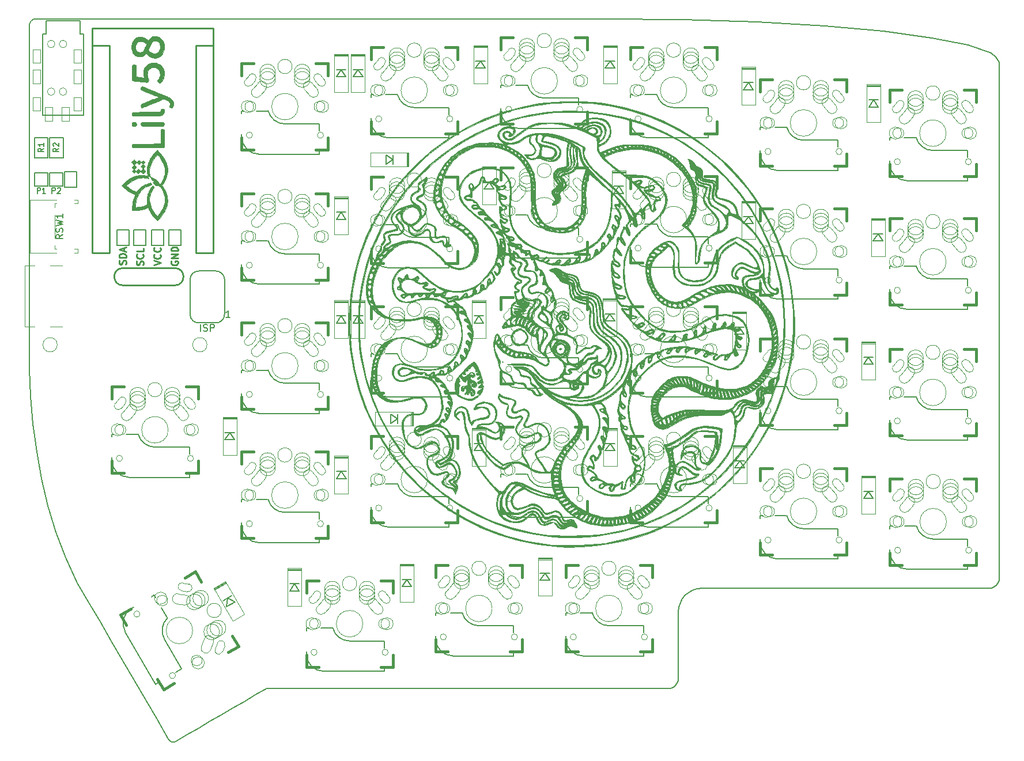
<source format=gto>
G04 #@! TF.GenerationSoftware,KiCad,Pcbnew,(5.1.5)-3*
G04 #@! TF.CreationDate,2020-04-30T15:02:57+07:00*
G04 #@! TF.ProjectId,Lily58,4c696c79-3538-42e6-9b69-6361645f7063,rev?*
G04 #@! TF.SameCoordinates,Original*
G04 #@! TF.FileFunction,Legend,Top*
G04 #@! TF.FilePolarity,Positive*
%FSLAX46Y46*%
G04 Gerber Fmt 4.6, Leading zero omitted, Abs format (unit mm)*
G04 Created by KiCad (PCBNEW (5.1.5)-3) date 2020-04-30 15:02:57*
%MOMM*%
%LPD*%
G04 APERTURE LIST*
%ADD10C,0.200000*%
%ADD11C,0.010000*%
%ADD12C,0.150000*%
%ADD13C,0.280000*%
%ADD14C,0.120000*%
%ADD15C,0.381000*%
%ADD16C,0.250000*%
%ADD17C,0.100000*%
G04 APERTURE END LIST*
D10*
X224900000Y-42700000D02*
X225460000Y-43436755D01*
X82937528Y-50750629D02*
X82937528Y-44443695D01*
X82937528Y-57057562D02*
X82937528Y-50750629D01*
X115211711Y-37086762D02*
X104803877Y-37086762D01*
X218692418Y-120789735D02*
X223959999Y-120789735D01*
X213424836Y-120789735D02*
X218692418Y-120789735D01*
X208157255Y-120789735D02*
X213424836Y-120789735D01*
X202889673Y-120789735D02*
X208157255Y-120789735D01*
X197622092Y-120789735D02*
X202889673Y-120789735D01*
X192354511Y-120789735D02*
X197622092Y-120789735D01*
X187086929Y-120789735D02*
X192354511Y-120789735D01*
X181819348Y-120789735D02*
X187086929Y-120789735D01*
X181113524Y-120860778D02*
X181819348Y-120789735D01*
X180456326Y-121064561D02*
X181113524Y-120860778D01*
X179861773Y-121387065D02*
X180456326Y-121064561D01*
X179343884Y-121814271D02*
X179861773Y-121387065D01*
X178916678Y-122332160D02*
X179343884Y-121814271D01*
X178594174Y-122926713D02*
X178916678Y-122332160D01*
X178390391Y-123583911D02*
X178594174Y-122926713D01*
X178319348Y-124289735D02*
X178390391Y-123583911D01*
X199807654Y-38170488D02*
X189919538Y-37585374D01*
X208420758Y-38945561D02*
X199807654Y-38170488D01*
X215525697Y-39885159D02*
X208420758Y-38945561D01*
X220889319Y-40963847D02*
X215525697Y-39885159D01*
X178989563Y-37215654D02*
X167250881Y-37086762D01*
X189919538Y-37585374D02*
X178989563Y-37215654D01*
X177658308Y-135255660D02*
X177403500Y-135393876D01*
X177880261Y-135072571D02*
X177658308Y-135255660D01*
X178063349Y-134850619D02*
X177880261Y-135072571D01*
X178201565Y-134595810D02*
X178063349Y-134850619D01*
X178288901Y-134314154D02*
X178201565Y-134595810D01*
X178319348Y-134011658D02*
X178288901Y-134314154D01*
X225460000Y-52918378D02*
X225460000Y-62400000D01*
X225460000Y-43436755D02*
X225460000Y-52918378D01*
X82937528Y-69671429D02*
X82937528Y-63364495D01*
X82937528Y-75978362D02*
X82937528Y-69671429D01*
X82937528Y-82285296D02*
X82937528Y-75978362D01*
X82937528Y-88592229D02*
X82937528Y-82285296D01*
X104807833Y-37086762D02*
X94400000Y-37086762D01*
X125619545Y-37086762D02*
X115211711Y-37086762D01*
X136027379Y-37086762D02*
X125619545Y-37086762D01*
X146435213Y-37086762D02*
X136027379Y-37086762D01*
X156843047Y-37086762D02*
X146435213Y-37086762D01*
X167250881Y-37086762D02*
X156843047Y-37086762D01*
X83400937Y-37265961D02*
X83579303Y-37169210D01*
X83245570Y-37394123D02*
X83400937Y-37265961D01*
X83117409Y-37549489D02*
X83245570Y-37394123D01*
X83020657Y-37727855D02*
X83117409Y-37549489D01*
X82959523Y-37925015D02*
X83020657Y-37727855D01*
X82938210Y-38136762D02*
X82959523Y-37925015D01*
X83776462Y-37108075D02*
X83988210Y-37086762D01*
X83579303Y-37169210D02*
X83776462Y-37108075D01*
X94396044Y-37086762D02*
X83988210Y-37086762D01*
X82937528Y-63364495D02*
X82937528Y-57057562D01*
X82937528Y-44443695D02*
X82937528Y-38136762D01*
X88291758Y-116318073D02*
X89993333Y-119989540D01*
X86863105Y-112530670D02*
X88291758Y-116318073D01*
X85688004Y-108649127D02*
X86863105Y-112530670D01*
X84747083Y-104695246D02*
X85688004Y-108649127D01*
X84020972Y-100690825D02*
X84747083Y-104695246D01*
X83490297Y-96657663D02*
X84020972Y-100690825D01*
X83135690Y-92617561D02*
X83490297Y-96657663D01*
X82937777Y-88592317D02*
X83135690Y-92617561D01*
X104288864Y-143357278D02*
X104456758Y-143271756D01*
X104130206Y-143404468D02*
X104288864Y-143357278D01*
X103981252Y-143413974D02*
X104130206Y-143404468D01*
X103842470Y-143386445D02*
X103981252Y-143413974D01*
X103714328Y-143322532D02*
X103842470Y-143386445D01*
X103597295Y-143222884D02*
X103714328Y-143322532D01*
X103491837Y-143088150D02*
X103597295Y-143222884D01*
X103398425Y-142918979D02*
X103491837Y-143088150D01*
X116186619Y-136480784D02*
X117862313Y-135510645D01*
X114510925Y-137450923D02*
X116186619Y-136480784D01*
X112835230Y-138421062D02*
X114510925Y-137450923D01*
X111159536Y-139391201D02*
X112835230Y-138421062D01*
X109483841Y-140361340D02*
X111159536Y-139391201D01*
X107808147Y-141331479D02*
X109483841Y-140361340D01*
X106132452Y-142301617D02*
X107808147Y-141331479D01*
X104456758Y-143271756D02*
X106132452Y-142301617D01*
X101722730Y-140052659D02*
X103398425Y-142918979D01*
X100047036Y-137186340D02*
X101722730Y-140052659D01*
X98371341Y-134320020D02*
X100047036Y-137186340D01*
X96695647Y-131453701D02*
X98371341Y-134320020D01*
X95019952Y-128587381D02*
X96695647Y-131453701D01*
X93344258Y-125721062D02*
X95019952Y-128587381D01*
X91668563Y-122854742D02*
X93344258Y-125721062D01*
X89992869Y-119988423D02*
X91668563Y-122854742D01*
X169449826Y-135511658D02*
X176819348Y-135511658D01*
X162080304Y-135511658D02*
X169449826Y-135511658D01*
X154710782Y-135511658D02*
X162080304Y-135511658D01*
X147341260Y-135511658D02*
X154710782Y-135511658D01*
X139971738Y-135511658D02*
X147341260Y-135511658D01*
X132602217Y-135511658D02*
X139971738Y-135511658D01*
X125232695Y-135511658D02*
X132602217Y-135511658D01*
X117863173Y-135511658D02*
X125232695Y-135511658D01*
X178319348Y-132816013D02*
X178319348Y-134011658D01*
X178319348Y-131597973D02*
X178319348Y-132816013D01*
X178319348Y-130379933D02*
X178319348Y-131597973D01*
X178319348Y-129161894D02*
X178319348Y-130379933D01*
X178319348Y-127943854D02*
X178319348Y-129161894D01*
X178319348Y-126725814D02*
X178319348Y-127943854D01*
X178319348Y-125507775D02*
X178319348Y-126725814D01*
X178319348Y-124289735D02*
X178319348Y-125507775D01*
X177121844Y-135481211D02*
X176819348Y-135511658D01*
X177403500Y-135393876D02*
X177121844Y-135481211D01*
X224278471Y-42156190D02*
X220889319Y-40963847D01*
X224900000Y-42700000D02*
X224278471Y-42156190D01*
X224262495Y-120759288D02*
X223959999Y-120789735D01*
X224544152Y-120671952D02*
X224262495Y-120759288D01*
X224798960Y-120533736D02*
X224544152Y-120671952D01*
X225020912Y-120350648D02*
X224798960Y-120533736D01*
X225204001Y-120128696D02*
X225020912Y-120350648D01*
X225342217Y-119873887D02*
X225204001Y-120128696D01*
X225429552Y-119592231D02*
X225342217Y-119873887D01*
X225459999Y-119289735D02*
X225429552Y-119592231D01*
X225460000Y-109808112D02*
X225460000Y-119289735D01*
X225460000Y-100326490D02*
X225460000Y-109808112D01*
X225460000Y-90844867D02*
X225460000Y-100326490D01*
X225460000Y-81363245D02*
X225460000Y-90844867D01*
X225460000Y-71881623D02*
X225460000Y-81363245D01*
X225460000Y-62400000D02*
X225460000Y-71881623D01*
D11*
G36*
X161145089Y-85550409D02*
G01*
X161148889Y-85583889D01*
X161034030Y-85707730D01*
X160928895Y-85725000D01*
X160782836Y-85656591D01*
X160796111Y-85583889D01*
X160976516Y-85448161D01*
X161016106Y-85442778D01*
X161145089Y-85550409D01*
G37*
X161145089Y-85550409D02*
X161148889Y-85583889D01*
X161034030Y-85707730D01*
X160928895Y-85725000D01*
X160782836Y-85656591D01*
X160796111Y-85583889D01*
X160976516Y-85448161D01*
X161016106Y-85442778D01*
X161145089Y-85550409D01*
G36*
X152541111Y-87488889D02*
G01*
X152470556Y-87559445D01*
X152400000Y-87488889D01*
X152470556Y-87418334D01*
X152541111Y-87488889D01*
G37*
X152541111Y-87488889D02*
X152470556Y-87559445D01*
X152400000Y-87488889D01*
X152470556Y-87418334D01*
X152541111Y-87488889D01*
G36*
X155413878Y-82745204D02*
G01*
X155837379Y-83065083D01*
X156128193Y-83499098D01*
X156210000Y-83871832D01*
X156083344Y-84375234D01*
X155751962Y-84780648D01*
X155288733Y-85040927D01*
X154766536Y-85108925D01*
X154425932Y-85025973D01*
X154012770Y-84714344D01*
X153739608Y-84241140D01*
X153697561Y-84003841D01*
X153920391Y-84003841D01*
X154075437Y-84476980D01*
X154176725Y-84610295D01*
X154523274Y-84815114D01*
X154981238Y-84878530D01*
X155424528Y-84798776D01*
X155683247Y-84631389D01*
X155889105Y-84302227D01*
X156001746Y-83999941D01*
X156022769Y-83700121D01*
X155883686Y-83423070D01*
X155670817Y-83188552D01*
X155239172Y-82856201D01*
X154841645Y-82788871D01*
X154426074Y-82982871D01*
X154290726Y-83090929D01*
X153994586Y-83509409D01*
X153920391Y-84003841D01*
X153697561Y-84003841D01*
X153670000Y-83848303D01*
X153795690Y-83401099D01*
X154116983Y-82994060D01*
X154550210Y-82708069D01*
X154940000Y-82620556D01*
X155413878Y-82745204D01*
G37*
X155413878Y-82745204D02*
X155837379Y-83065083D01*
X156128193Y-83499098D01*
X156210000Y-83871832D01*
X156083344Y-84375234D01*
X155751962Y-84780648D01*
X155288733Y-85040927D01*
X154766536Y-85108925D01*
X154425932Y-85025973D01*
X154012770Y-84714344D01*
X153739608Y-84241140D01*
X153697561Y-84003841D01*
X153920391Y-84003841D01*
X154075437Y-84476980D01*
X154176725Y-84610295D01*
X154523274Y-84815114D01*
X154981238Y-84878530D01*
X155424528Y-84798776D01*
X155683247Y-84631389D01*
X155889105Y-84302227D01*
X156001746Y-83999941D01*
X156022769Y-83700121D01*
X155883686Y-83423070D01*
X155670817Y-83188552D01*
X155239172Y-82856201D01*
X154841645Y-82788871D01*
X154426074Y-82982871D01*
X154290726Y-83090929D01*
X153994586Y-83509409D01*
X153920391Y-84003841D01*
X153697561Y-84003841D01*
X153670000Y-83848303D01*
X153795690Y-83401099D01*
X154116983Y-82994060D01*
X154550210Y-82708069D01*
X154940000Y-82620556D01*
X155413878Y-82745204D01*
G36*
X148408695Y-87615719D02*
G01*
X148649957Y-87953501D01*
X148904374Y-88438176D01*
X149146831Y-89005682D01*
X149352215Y-89591959D01*
X149495413Y-90132947D01*
X149551312Y-90564584D01*
X149506292Y-90806506D01*
X149516388Y-90935560D01*
X149565021Y-90946111D01*
X149660511Y-91047238D01*
X149647984Y-91122500D01*
X149580219Y-91384221D01*
X149514945Y-91718386D01*
X149346754Y-92106650D01*
X149014127Y-92511894D01*
X148592990Y-92870208D01*
X148159270Y-93117681D01*
X147788893Y-93190404D01*
X147769425Y-93187662D01*
X147577756Y-93151173D01*
X147234731Y-93083024D01*
X147178889Y-93071777D01*
X146502066Y-92860485D01*
X145962929Y-92545757D01*
X145628096Y-92168380D01*
X145597354Y-92103519D01*
X145466292Y-91510383D01*
X145471806Y-91254425D01*
X145628828Y-91254425D01*
X145723201Y-91882123D01*
X146032498Y-92341816D01*
X146507563Y-92642776D01*
X147306309Y-92894954D01*
X148007981Y-92882217D01*
X148612863Y-92604545D01*
X148747267Y-92495272D01*
X148976584Y-92266539D01*
X149034180Y-92153718D01*
X148978056Y-92157591D01*
X148772818Y-92164581D01*
X148725468Y-92031630D01*
X148818952Y-91840257D01*
X149036217Y-91671981D01*
X149083889Y-91651667D01*
X149348663Y-91502463D01*
X149430106Y-91365247D01*
X149314160Y-91304406D01*
X149154445Y-91328558D01*
X148925794Y-91312531D01*
X148881323Y-91172081D01*
X149043832Y-91014317D01*
X149083889Y-90997141D01*
X149271587Y-90809813D01*
X149295556Y-90702069D01*
X149249074Y-90566490D01*
X149106183Y-90645387D01*
X148900421Y-90734902D01*
X148823961Y-90709702D01*
X148740261Y-90503821D01*
X148930743Y-90341182D01*
X149013334Y-90311111D01*
X149242401Y-90142195D01*
X149295556Y-89991158D01*
X149256877Y-89843070D01*
X149126223Y-89930111D01*
X148918771Y-90078677D01*
X148844000Y-90099445D01*
X148733058Y-90010001D01*
X148785692Y-89804898D01*
X148977495Y-89578981D01*
X148978056Y-89578528D01*
X149135364Y-89437401D01*
X149053805Y-89428650D01*
X148907500Y-89466647D01*
X148657088Y-89481870D01*
X148590000Y-89332843D01*
X148663330Y-89139033D01*
X148731111Y-89111667D01*
X148868155Y-89007525D01*
X148872223Y-88974985D01*
X148767188Y-88901455D01*
X148637874Y-88928230D01*
X148472978Y-88944647D01*
X148470906Y-88763455D01*
X148483603Y-88711940D01*
X148499315Y-88506662D01*
X148435729Y-88484800D01*
X148325888Y-88445172D01*
X148307778Y-88343884D01*
X148189806Y-88162382D01*
X148025556Y-88123889D01*
X147790817Y-88218496D01*
X147743334Y-88350653D01*
X147657899Y-88510433D01*
X147525999Y-88494018D01*
X147360098Y-88501316D01*
X147349610Y-88655309D01*
X147302665Y-88842655D01*
X147131237Y-88855695D01*
X146950251Y-88871466D01*
X146951538Y-89058111D01*
X146970914Y-89123299D01*
X147008665Y-89347695D01*
X146870515Y-89379820D01*
X146771622Y-89357204D01*
X146528011Y-89310305D01*
X146492476Y-89405172D01*
X146553077Y-89578616D01*
X146643513Y-89706391D01*
X146820477Y-89684358D01*
X147033199Y-89586689D01*
X147342848Y-89379662D01*
X147349280Y-89371897D01*
X147642748Y-89371897D01*
X147711780Y-89342835D01*
X147907934Y-89343951D01*
X147953578Y-89391587D01*
X148095031Y-89528236D01*
X148163747Y-89394697D01*
X148166667Y-89323334D01*
X148066881Y-89147377D01*
X147854049Y-89127700D01*
X147659303Y-89274581D01*
X147642748Y-89371897D01*
X147349280Y-89371897D01*
X147517098Y-89169305D01*
X147705034Y-88997338D01*
X147993884Y-88985560D01*
X148270484Y-89110258D01*
X148421668Y-89347716D01*
X148423508Y-89359242D01*
X148370562Y-89636771D01*
X148184929Y-89787516D01*
X147964068Y-89758049D01*
X147872364Y-89661396D01*
X147781770Y-89591694D01*
X147746827Y-89780250D01*
X147745494Y-89852500D01*
X147790435Y-90138563D01*
X147980017Y-90235601D01*
X148091147Y-90240556D01*
X148430284Y-90357162D01*
X148641843Y-90639317D01*
X148652434Y-90985528D01*
X148644952Y-91006445D01*
X148461110Y-91195290D01*
X148194545Y-91232339D01*
X147963822Y-91128295D01*
X147917313Y-91016667D01*
X148307778Y-91016667D01*
X148378334Y-91087223D01*
X148448889Y-91016667D01*
X148378334Y-90946111D01*
X148307778Y-91016667D01*
X147917313Y-91016667D01*
X147884445Y-90937783D01*
X147938766Y-90742667D01*
X148025556Y-90734445D01*
X148155587Y-90723257D01*
X148166667Y-90672217D01*
X148052505Y-90539687D01*
X147955000Y-90522778D01*
X147777246Y-90627760D01*
X147730558Y-90875606D01*
X147803348Y-91165669D01*
X147984024Y-91397301D01*
X148060834Y-91441817D01*
X148312612Y-91660834D01*
X148378334Y-92004445D01*
X148328264Y-92323720D01*
X148139545Y-92457839D01*
X148060834Y-92472870D01*
X147831096Y-92458570D01*
X147778576Y-92337851D01*
X147917860Y-92337851D01*
X148025556Y-92320994D01*
X148217973Y-92149106D01*
X148270012Y-91992751D01*
X148273071Y-91835509D01*
X148213575Y-91933889D01*
X148040679Y-92195590D01*
X147969119Y-92262132D01*
X147917860Y-92337851D01*
X147778576Y-92337851D01*
X147750642Y-92273645D01*
X147745494Y-92120092D01*
X147766407Y-91868315D01*
X147838290Y-91870216D01*
X147884445Y-91933889D01*
X147997726Y-92042373D01*
X148023395Y-91977495D01*
X147952421Y-91756986D01*
X147789701Y-91750185D01*
X147623218Y-91953208D01*
X147605451Y-91995953D01*
X147454858Y-92261645D01*
X147315165Y-92357223D01*
X147235803Y-92266510D01*
X147268204Y-92180834D01*
X147286850Y-92095680D01*
X147135421Y-92198112D01*
X146944874Y-92291406D01*
X146903058Y-92200599D01*
X147034041Y-91994789D01*
X147056515Y-91971597D01*
X147132306Y-91792778D01*
X147320000Y-91792778D01*
X147371631Y-91908928D01*
X147414074Y-91886852D01*
X147430963Y-91719386D01*
X147414074Y-91698704D01*
X147330184Y-91718074D01*
X147320000Y-91792778D01*
X147132306Y-91792778D01*
X147143679Y-91765946D01*
X147109908Y-91544236D01*
X146990131Y-91421513D01*
X146895362Y-91440807D01*
X146812921Y-91609874D01*
X146832138Y-91661417D01*
X146782600Y-91763917D01*
X146613400Y-91792778D01*
X146399367Y-91739700D01*
X146347973Y-91527072D01*
X146358127Y-91404723D01*
X146368421Y-91366212D01*
X146473334Y-91366212D01*
X146567407Y-91425731D01*
X146749138Y-91340704D01*
X146940681Y-91186619D01*
X146966891Y-91110409D01*
X146793637Y-91097955D01*
X146578119Y-91209964D01*
X146473334Y-91366212D01*
X146368421Y-91366212D01*
X146430483Y-91134055D01*
X146623871Y-91030435D01*
X146861389Y-91018031D01*
X147176543Y-90991654D01*
X147299898Y-90850964D01*
X147320000Y-90559420D01*
X147279918Y-90246741D01*
X147182248Y-90100848D01*
X147170561Y-90099445D01*
X147083329Y-90184489D01*
X147102307Y-90230805D01*
X147083267Y-90411272D01*
X147033898Y-90454620D01*
X146838563Y-90455874D01*
X146628098Y-90332682D01*
X146523152Y-90168192D01*
X146536315Y-90111699D01*
X146479878Y-89973843D01*
X146309796Y-89835965D01*
X146120591Y-89736753D01*
X146069309Y-89809487D01*
X146121700Y-90104650D01*
X146123122Y-90111129D01*
X146170079Y-90412823D01*
X146109971Y-90505160D01*
X145995310Y-90477837D01*
X145796383Y-90445333D01*
X145807975Y-90552192D01*
X146014723Y-90744666D01*
X146177095Y-90919801D01*
X146099607Y-91090789D01*
X146079402Y-91111821D01*
X145904573Y-91220790D01*
X145764063Y-91086043D01*
X145668190Y-90992045D01*
X145631432Y-91144923D01*
X145628828Y-91254425D01*
X145471806Y-91254425D01*
X145481117Y-90822288D01*
X145631120Y-90176247D01*
X145770949Y-89882647D01*
X145994021Y-89584325D01*
X146340966Y-89189593D01*
X146761673Y-88747719D01*
X147206028Y-88307972D01*
X147623919Y-87919622D01*
X147800114Y-87771111D01*
X148025556Y-87771111D01*
X148096111Y-87841667D01*
X148166667Y-87771111D01*
X148096111Y-87700556D01*
X148025556Y-87771111D01*
X147800114Y-87771111D01*
X147965234Y-87631936D01*
X148179860Y-87494185D01*
X148205700Y-87488889D01*
X148408695Y-87615719D01*
G37*
X148408695Y-87615719D02*
X148649957Y-87953501D01*
X148904374Y-88438176D01*
X149146831Y-89005682D01*
X149352215Y-89591959D01*
X149495413Y-90132947D01*
X149551312Y-90564584D01*
X149506292Y-90806506D01*
X149516388Y-90935560D01*
X149565021Y-90946111D01*
X149660511Y-91047238D01*
X149647984Y-91122500D01*
X149580219Y-91384221D01*
X149514945Y-91718386D01*
X149346754Y-92106650D01*
X149014127Y-92511894D01*
X148592990Y-92870208D01*
X148159270Y-93117681D01*
X147788893Y-93190404D01*
X147769425Y-93187662D01*
X147577756Y-93151173D01*
X147234731Y-93083024D01*
X147178889Y-93071777D01*
X146502066Y-92860485D01*
X145962929Y-92545757D01*
X145628096Y-92168380D01*
X145597354Y-92103519D01*
X145466292Y-91510383D01*
X145471806Y-91254425D01*
X145628828Y-91254425D01*
X145723201Y-91882123D01*
X146032498Y-92341816D01*
X146507563Y-92642776D01*
X147306309Y-92894954D01*
X148007981Y-92882217D01*
X148612863Y-92604545D01*
X148747267Y-92495272D01*
X148976584Y-92266539D01*
X149034180Y-92153718D01*
X148978056Y-92157591D01*
X148772818Y-92164581D01*
X148725468Y-92031630D01*
X148818952Y-91840257D01*
X149036217Y-91671981D01*
X149083889Y-91651667D01*
X149348663Y-91502463D01*
X149430106Y-91365247D01*
X149314160Y-91304406D01*
X149154445Y-91328558D01*
X148925794Y-91312531D01*
X148881323Y-91172081D01*
X149043832Y-91014317D01*
X149083889Y-90997141D01*
X149271587Y-90809813D01*
X149295556Y-90702069D01*
X149249074Y-90566490D01*
X149106183Y-90645387D01*
X148900421Y-90734902D01*
X148823961Y-90709702D01*
X148740261Y-90503821D01*
X148930743Y-90341182D01*
X149013334Y-90311111D01*
X149242401Y-90142195D01*
X149295556Y-89991158D01*
X149256877Y-89843070D01*
X149126223Y-89930111D01*
X148918771Y-90078677D01*
X148844000Y-90099445D01*
X148733058Y-90010001D01*
X148785692Y-89804898D01*
X148977495Y-89578981D01*
X148978056Y-89578528D01*
X149135364Y-89437401D01*
X149053805Y-89428650D01*
X148907500Y-89466647D01*
X148657088Y-89481870D01*
X148590000Y-89332843D01*
X148663330Y-89139033D01*
X148731111Y-89111667D01*
X148868155Y-89007525D01*
X148872223Y-88974985D01*
X148767188Y-88901455D01*
X148637874Y-88928230D01*
X148472978Y-88944647D01*
X148470906Y-88763455D01*
X148483603Y-88711940D01*
X148499315Y-88506662D01*
X148435729Y-88484800D01*
X148325888Y-88445172D01*
X148307778Y-88343884D01*
X148189806Y-88162382D01*
X148025556Y-88123889D01*
X147790817Y-88218496D01*
X147743334Y-88350653D01*
X147657899Y-88510433D01*
X147525999Y-88494018D01*
X147360098Y-88501316D01*
X147349610Y-88655309D01*
X147302665Y-88842655D01*
X147131237Y-88855695D01*
X146950251Y-88871466D01*
X146951538Y-89058111D01*
X146970914Y-89123299D01*
X147008665Y-89347695D01*
X146870515Y-89379820D01*
X146771622Y-89357204D01*
X146528011Y-89310305D01*
X146492476Y-89405172D01*
X146553077Y-89578616D01*
X146643513Y-89706391D01*
X146820477Y-89684358D01*
X147033199Y-89586689D01*
X147342848Y-89379662D01*
X147349280Y-89371897D01*
X147642748Y-89371897D01*
X147711780Y-89342835D01*
X147907934Y-89343951D01*
X147953578Y-89391587D01*
X148095031Y-89528236D01*
X148163747Y-89394697D01*
X148166667Y-89323334D01*
X148066881Y-89147377D01*
X147854049Y-89127700D01*
X147659303Y-89274581D01*
X147642748Y-89371897D01*
X147349280Y-89371897D01*
X147517098Y-89169305D01*
X147705034Y-88997338D01*
X147993884Y-88985560D01*
X148270484Y-89110258D01*
X148421668Y-89347716D01*
X148423508Y-89359242D01*
X148370562Y-89636771D01*
X148184929Y-89787516D01*
X147964068Y-89758049D01*
X147872364Y-89661396D01*
X147781770Y-89591694D01*
X147746827Y-89780250D01*
X147745494Y-89852500D01*
X147790435Y-90138563D01*
X147980017Y-90235601D01*
X148091147Y-90240556D01*
X148430284Y-90357162D01*
X148641843Y-90639317D01*
X148652434Y-90985528D01*
X148644952Y-91006445D01*
X148461110Y-91195290D01*
X148194545Y-91232339D01*
X147963822Y-91128295D01*
X147917313Y-91016667D01*
X148307778Y-91016667D01*
X148378334Y-91087223D01*
X148448889Y-91016667D01*
X148378334Y-90946111D01*
X148307778Y-91016667D01*
X147917313Y-91016667D01*
X147884445Y-90937783D01*
X147938766Y-90742667D01*
X148025556Y-90734445D01*
X148155587Y-90723257D01*
X148166667Y-90672217D01*
X148052505Y-90539687D01*
X147955000Y-90522778D01*
X147777246Y-90627760D01*
X147730558Y-90875606D01*
X147803348Y-91165669D01*
X147984024Y-91397301D01*
X148060834Y-91441817D01*
X148312612Y-91660834D01*
X148378334Y-92004445D01*
X148328264Y-92323720D01*
X148139545Y-92457839D01*
X148060834Y-92472870D01*
X147831096Y-92458570D01*
X147778576Y-92337851D01*
X147917860Y-92337851D01*
X148025556Y-92320994D01*
X148217973Y-92149106D01*
X148270012Y-91992751D01*
X148273071Y-91835509D01*
X148213575Y-91933889D01*
X148040679Y-92195590D01*
X147969119Y-92262132D01*
X147917860Y-92337851D01*
X147778576Y-92337851D01*
X147750642Y-92273645D01*
X147745494Y-92120092D01*
X147766407Y-91868315D01*
X147838290Y-91870216D01*
X147884445Y-91933889D01*
X147997726Y-92042373D01*
X148023395Y-91977495D01*
X147952421Y-91756986D01*
X147789701Y-91750185D01*
X147623218Y-91953208D01*
X147605451Y-91995953D01*
X147454858Y-92261645D01*
X147315165Y-92357223D01*
X147235803Y-92266510D01*
X147268204Y-92180834D01*
X147286850Y-92095680D01*
X147135421Y-92198112D01*
X146944874Y-92291406D01*
X146903058Y-92200599D01*
X147034041Y-91994789D01*
X147056515Y-91971597D01*
X147132306Y-91792778D01*
X147320000Y-91792778D01*
X147371631Y-91908928D01*
X147414074Y-91886852D01*
X147430963Y-91719386D01*
X147414074Y-91698704D01*
X147330184Y-91718074D01*
X147320000Y-91792778D01*
X147132306Y-91792778D01*
X147143679Y-91765946D01*
X147109908Y-91544236D01*
X146990131Y-91421513D01*
X146895362Y-91440807D01*
X146812921Y-91609874D01*
X146832138Y-91661417D01*
X146782600Y-91763917D01*
X146613400Y-91792778D01*
X146399367Y-91739700D01*
X146347973Y-91527072D01*
X146358127Y-91404723D01*
X146368421Y-91366212D01*
X146473334Y-91366212D01*
X146567407Y-91425731D01*
X146749138Y-91340704D01*
X146940681Y-91186619D01*
X146966891Y-91110409D01*
X146793637Y-91097955D01*
X146578119Y-91209964D01*
X146473334Y-91366212D01*
X146368421Y-91366212D01*
X146430483Y-91134055D01*
X146623871Y-91030435D01*
X146861389Y-91018031D01*
X147176543Y-90991654D01*
X147299898Y-90850964D01*
X147320000Y-90559420D01*
X147279918Y-90246741D01*
X147182248Y-90100848D01*
X147170561Y-90099445D01*
X147083329Y-90184489D01*
X147102307Y-90230805D01*
X147083267Y-90411272D01*
X147033898Y-90454620D01*
X146838563Y-90455874D01*
X146628098Y-90332682D01*
X146523152Y-90168192D01*
X146536315Y-90111699D01*
X146479878Y-89973843D01*
X146309796Y-89835965D01*
X146120591Y-89736753D01*
X146069309Y-89809487D01*
X146121700Y-90104650D01*
X146123122Y-90111129D01*
X146170079Y-90412823D01*
X146109971Y-90505160D01*
X145995310Y-90477837D01*
X145796383Y-90445333D01*
X145807975Y-90552192D01*
X146014723Y-90744666D01*
X146177095Y-90919801D01*
X146099607Y-91090789D01*
X146079402Y-91111821D01*
X145904573Y-91220790D01*
X145764063Y-91086043D01*
X145668190Y-90992045D01*
X145631432Y-91144923D01*
X145628828Y-91254425D01*
X145471806Y-91254425D01*
X145481117Y-90822288D01*
X145631120Y-90176247D01*
X145770949Y-89882647D01*
X145994021Y-89584325D01*
X146340966Y-89189593D01*
X146761673Y-88747719D01*
X147206028Y-88307972D01*
X147623919Y-87919622D01*
X147800114Y-87771111D01*
X148025556Y-87771111D01*
X148096111Y-87841667D01*
X148166667Y-87771111D01*
X148096111Y-87700556D01*
X148025556Y-87771111D01*
X147800114Y-87771111D01*
X147965234Y-87631936D01*
X148179860Y-87494185D01*
X148205700Y-87488889D01*
X148408695Y-87615719D01*
G36*
X164781757Y-50669340D02*
G01*
X167568881Y-50981729D01*
X170289448Y-51526873D01*
X172898910Y-52300987D01*
X173816104Y-52640291D01*
X176590022Y-53869963D01*
X179190328Y-55322028D01*
X181617978Y-56997120D01*
X183873926Y-58895876D01*
X185251239Y-60252999D01*
X187226343Y-62518349D01*
X188955713Y-64917829D01*
X190435713Y-67444939D01*
X191662703Y-70093176D01*
X192633045Y-72856039D01*
X192956659Y-74023566D01*
X193344354Y-75666223D01*
X193623909Y-77181722D01*
X193807721Y-78670689D01*
X193908190Y-80233749D01*
X193937714Y-81971527D01*
X193937698Y-81985556D01*
X193922274Y-83340299D01*
X193873726Y-84504373D01*
X193783255Y-85568281D01*
X193642061Y-86622527D01*
X193441344Y-87757614D01*
X193315332Y-88386582D01*
X193204602Y-88967968D01*
X193131030Y-89444479D01*
X193104013Y-89749563D01*
X193112840Y-89820919D01*
X193096155Y-89968742D01*
X193074517Y-89981559D01*
X192993817Y-90125783D01*
X192846523Y-90489360D01*
X192651308Y-91022611D01*
X192426846Y-91675856D01*
X192346794Y-91917656D01*
X191902142Y-93138358D01*
X191337575Y-94480508D01*
X190693376Y-95860706D01*
X190009824Y-97195552D01*
X189327203Y-98401648D01*
X188851201Y-99154997D01*
X187045455Y-101604223D01*
X185058213Y-103842687D01*
X182900316Y-105863498D01*
X180582602Y-107659763D01*
X178115910Y-109224592D01*
X175511080Y-110551091D01*
X172778950Y-111632369D01*
X169930361Y-112461535D01*
X167041701Y-113022062D01*
X166036118Y-113140629D01*
X164855185Y-113231420D01*
X163586246Y-113291668D01*
X162316642Y-113318606D01*
X161133715Y-113309466D01*
X160124807Y-113261480D01*
X159949445Y-113246782D01*
X157044459Y-112845989D01*
X154192035Y-112186004D01*
X151424036Y-111277290D01*
X148772326Y-110130307D01*
X146268770Y-108755517D01*
X146267349Y-108754645D01*
X143789404Y-107071162D01*
X141507587Y-105189094D01*
X139429841Y-103120177D01*
X137564107Y-100876148D01*
X135918328Y-98468744D01*
X134500444Y-95909701D01*
X133318399Y-93210755D01*
X132380133Y-90383643D01*
X131693590Y-87440102D01*
X131638434Y-87136111D01*
X131414158Y-85473069D01*
X131286936Y-83631269D01*
X131258323Y-81843571D01*
X131445111Y-81843571D01*
X131475994Y-83431386D01*
X131564074Y-84953814D01*
X131708586Y-86325580D01*
X131786801Y-86841479D01*
X132425432Y-89813004D01*
X133314527Y-92660654D01*
X134450347Y-95377309D01*
X135829156Y-97955850D01*
X137447216Y-100389158D01*
X139300790Y-102670115D01*
X141039111Y-104465128D01*
X143300750Y-106435655D01*
X145698120Y-108158907D01*
X148228949Y-109633792D01*
X150890968Y-110859217D01*
X153681905Y-111834089D01*
X156599491Y-112557316D01*
X158538334Y-112888490D01*
X159324362Y-112967916D01*
X160325884Y-113020337D01*
X161477558Y-113046694D01*
X162714042Y-113047929D01*
X163969994Y-113024985D01*
X165180073Y-112978805D01*
X166278937Y-112910331D01*
X167201245Y-112820505D01*
X167640000Y-112757214D01*
X170545862Y-112121090D01*
X173349281Y-111228701D01*
X176035997Y-110090569D01*
X178591748Y-108717215D01*
X181002274Y-107119159D01*
X183253313Y-105306923D01*
X185330604Y-103291025D01*
X187219886Y-101081988D01*
X188906897Y-98690332D01*
X190377376Y-96126578D01*
X190493520Y-95897889D01*
X190748349Y-95370970D01*
X191032780Y-94750855D01*
X191322592Y-94094498D01*
X191593562Y-93458856D01*
X191821471Y-92900882D01*
X191982098Y-92477532D01*
X192051221Y-92245761D01*
X192052223Y-92232638D01*
X191926778Y-92189286D01*
X191609660Y-92182671D01*
X191425476Y-92193369D01*
X190798730Y-92243217D01*
X190879755Y-92927351D01*
X190911611Y-93363613D01*
X190849349Y-93650557D01*
X190652882Y-93915862D01*
X190529579Y-94042687D01*
X190032951Y-94372847D01*
X189470413Y-94486720D01*
X188932245Y-94370134D01*
X188823445Y-94310508D01*
X188481665Y-94204545D01*
X188228058Y-94364956D01*
X188066605Y-94788743D01*
X188047268Y-94895065D01*
X187857891Y-95556786D01*
X187545354Y-96051568D01*
X187180927Y-96309460D01*
X187017167Y-96408205D01*
X186911239Y-96595892D01*
X186840863Y-96937930D01*
X186786462Y-97467549D01*
X186580342Y-98810172D01*
X186185372Y-100049997D01*
X185579316Y-101232035D01*
X184739942Y-102401297D01*
X183867778Y-103376114D01*
X182909857Y-104274788D01*
X182013896Y-104918052D01*
X181155571Y-105319203D01*
X180310558Y-105491539D01*
X179983513Y-105499700D01*
X179475337Y-105515500D01*
X179027877Y-105575266D01*
X178859658Y-105621163D01*
X178610656Y-105754687D01*
X178591186Y-105926836D01*
X178640988Y-106034390D01*
X178774311Y-106363637D01*
X178707088Y-106510380D01*
X178443444Y-106504485D01*
X178008174Y-106313593D01*
X177746352Y-105979946D01*
X177711499Y-105572961D01*
X177714764Y-105559364D01*
X177950537Y-105185377D01*
X178446561Y-104910630D01*
X179205159Y-104733899D01*
X179305459Y-104720298D01*
X179833214Y-104632768D01*
X180324587Y-104519052D01*
X180490991Y-104468189D01*
X180947175Y-104309163D01*
X180467199Y-104061671D01*
X180037392Y-103786488D01*
X179657568Y-103461078D01*
X179645125Y-103447923D01*
X179264347Y-103166267D01*
X178888920Y-103096611D01*
X178588282Y-103244665D01*
X178510521Y-103354612D01*
X178376930Y-103712405D01*
X178462618Y-103939942D01*
X178681945Y-104065047D01*
X178869846Y-104152081D01*
X178821145Y-104189694D01*
X178548835Y-104201611D01*
X178099374Y-104106954D01*
X177902707Y-103931414D01*
X177800244Y-103815147D01*
X177719061Y-103836724D01*
X177637530Y-104036392D01*
X177534023Y-104454404D01*
X177473121Y-104730880D01*
X177020445Y-106172426D01*
X176315226Y-107488069D01*
X175505017Y-108520997D01*
X174367542Y-109585317D01*
X173109754Y-110419075D01*
X171715526Y-111028178D01*
X170168730Y-111418534D01*
X168453237Y-111596054D01*
X167112093Y-111595682D01*
X165635899Y-111404020D01*
X165441819Y-111341629D01*
X166705769Y-111341629D01*
X166837930Y-111407223D01*
X167009928Y-111285413D01*
X167102986Y-111054445D01*
X167323241Y-111054445D01*
X167327659Y-111336432D01*
X167431451Y-111407223D01*
X167586624Y-111286384D01*
X167674537Y-111054445D01*
X167922223Y-111054445D01*
X167970527Y-111319636D01*
X168063334Y-111407223D01*
X168169410Y-111286462D01*
X168204445Y-111054445D01*
X168486667Y-111054445D01*
X168534971Y-111319636D01*
X168627778Y-111407223D01*
X168733855Y-111286462D01*
X168768889Y-111054445D01*
X168756038Y-110983889D01*
X169051111Y-110983889D01*
X169091985Y-111281125D01*
X169190467Y-111407190D01*
X169192223Y-111407223D01*
X169291301Y-111284601D01*
X169333323Y-110989156D01*
X169333334Y-110983889D01*
X169292460Y-110686653D01*
X169275118Y-110664453D01*
X169506990Y-110664453D01*
X169529903Y-110783764D01*
X169608090Y-111122888D01*
X169615556Y-111235319D01*
X169659707Y-111379073D01*
X169770684Y-111308538D01*
X169857132Y-111062548D01*
X169831731Y-110856983D01*
X169716847Y-110653057D01*
X170052322Y-110653057D01*
X170108263Y-110940423D01*
X170221315Y-111187609D01*
X170326488Y-111266111D01*
X170402799Y-111148128D01*
X170374504Y-110878056D01*
X170274363Y-110528395D01*
X170184116Y-110411539D01*
X170092498Y-110459910D01*
X170052322Y-110653057D01*
X169716847Y-110653057D01*
X169698978Y-110621339D01*
X169590949Y-110560556D01*
X169506990Y-110664453D01*
X169275118Y-110664453D01*
X169193978Y-110560588D01*
X169192223Y-110560556D01*
X169093144Y-110683177D01*
X169051122Y-110978622D01*
X169051111Y-110983889D01*
X168756038Y-110983889D01*
X168720585Y-110789253D01*
X168627778Y-110701667D01*
X168521701Y-110822427D01*
X168486667Y-111054445D01*
X168204445Y-111054445D01*
X168156141Y-110789253D01*
X168063334Y-110701667D01*
X167957257Y-110822427D01*
X167922223Y-111054445D01*
X167674537Y-111054445D01*
X167670119Y-110772457D01*
X167566327Y-110701667D01*
X167411154Y-110822505D01*
X167323241Y-111054445D01*
X167102986Y-111054445D01*
X167117200Y-111019167D01*
X167140201Y-110671674D01*
X167059250Y-110556637D01*
X166918193Y-110666087D01*
X166760872Y-110992051D01*
X166729129Y-111089723D01*
X166705769Y-111341629D01*
X165441819Y-111341629D01*
X164238946Y-110954942D01*
X164040027Y-110848278D01*
X164928148Y-110848278D01*
X164940918Y-110966976D01*
X165032384Y-110983889D01*
X165056201Y-110970030D01*
X165582667Y-110970030D01*
X165606227Y-111144963D01*
X165675263Y-111236384D01*
X165682302Y-111233413D01*
X166115322Y-111233413D01*
X166246787Y-111265775D01*
X166282987Y-111266111D01*
X166467091Y-111146926D01*
X166563282Y-110948611D01*
X166625216Y-110559229D01*
X166567715Y-110399036D01*
X170559932Y-110399036D01*
X170571637Y-110690551D01*
X170573234Y-110701667D01*
X170671511Y-110999086D01*
X170821574Y-111124974D01*
X170823676Y-111125000D01*
X170937063Y-111067093D01*
X170912333Y-110849919D01*
X170864411Y-110701667D01*
X170733605Y-110408886D01*
X170686699Y-110355798D01*
X171056758Y-110355798D01*
X171117243Y-110642992D01*
X171231088Y-110895762D01*
X171339484Y-110983889D01*
X171415235Y-110866080D01*
X171383272Y-110596123D01*
X171272237Y-110239262D01*
X171231302Y-110194378D01*
X171501239Y-110194378D01*
X171598848Y-110447377D01*
X171740019Y-110678466D01*
X171866057Y-110772814D01*
X171880720Y-110767657D01*
X171936698Y-110596046D01*
X171913609Y-110417105D01*
X171780522Y-110135143D01*
X171606362Y-110003828D01*
X171505884Y-110034301D01*
X171501239Y-110194378D01*
X171231302Y-110194378D01*
X171168633Y-110125664D01*
X171090355Y-110167609D01*
X171056758Y-110355798D01*
X170686699Y-110355798D01*
X170618611Y-110278737D01*
X170613969Y-110278334D01*
X170559932Y-110399036D01*
X166567715Y-110399036D01*
X166567248Y-110397737D01*
X166423419Y-110482672D01*
X166251540Y-110778862D01*
X166118494Y-111095716D01*
X166115322Y-111233413D01*
X165682302Y-111233413D01*
X165745533Y-111206725D01*
X165863802Y-111007882D01*
X166002900Y-110736945D01*
X166139102Y-110428708D01*
X166127394Y-110297348D01*
X166043497Y-110278334D01*
X165851178Y-110396807D01*
X165676569Y-110668991D01*
X165582667Y-110970030D01*
X165056201Y-110970030D01*
X165228871Y-110869556D01*
X165436391Y-110591226D01*
X165452778Y-110560556D01*
X165565158Y-110249915D01*
X165517400Y-110127146D01*
X165359863Y-110192132D01*
X165142904Y-110444755D01*
X165071286Y-110561448D01*
X164928148Y-110848278D01*
X164040027Y-110848278D01*
X163896645Y-110771394D01*
X164272402Y-110771394D01*
X164395419Y-110841425D01*
X164434576Y-110842778D01*
X164621094Y-110731673D01*
X164841182Y-110459254D01*
X164871658Y-110409675D01*
X165037600Y-110050643D01*
X165020584Y-109893525D01*
X164850511Y-109960334D01*
X164604941Y-110213293D01*
X164339405Y-110572504D01*
X164272402Y-110771394D01*
X163896645Y-110771394D01*
X163286160Y-110444042D01*
X163688889Y-110444042D01*
X163771605Y-110567507D01*
X163975453Y-110509949D01*
X164233985Y-110301210D01*
X164372132Y-110137223D01*
X164543676Y-109853149D01*
X164539747Y-109718845D01*
X164513597Y-109713889D01*
X164298455Y-109805474D01*
X164020723Y-110019481D01*
X163783321Y-110264788D01*
X163688889Y-110444042D01*
X163286160Y-110444042D01*
X162954493Y-110266197D01*
X162861823Y-110192084D01*
X163085232Y-110192084D01*
X163272724Y-110271104D01*
X163517938Y-110144465D01*
X163776571Y-109893741D01*
X163968761Y-109636615D01*
X164003513Y-109475486D01*
X163980832Y-109458426D01*
X163796032Y-109503062D01*
X163531398Y-109668814D01*
X163271197Y-109886649D01*
X163099700Y-110087535D01*
X163085232Y-110192084D01*
X162861823Y-110192084D01*
X162297070Y-109740426D01*
X162560000Y-109740426D01*
X162658784Y-109848021D01*
X162909100Y-109794710D01*
X163241900Y-109595635D01*
X163250573Y-109589003D01*
X163491866Y-109332980D01*
X163500888Y-109168517D01*
X163323796Y-109141073D01*
X163006751Y-109296108D01*
X162975825Y-109318419D01*
X162702638Y-109548770D01*
X162564225Y-109721006D01*
X162560000Y-109740426D01*
X162297070Y-109740426D01*
X161815799Y-109355532D01*
X161785930Y-109320980D01*
X161995556Y-109320980D01*
X162101672Y-109424311D01*
X162359747Y-109399864D01*
X162679372Y-109264455D01*
X162826140Y-109166499D01*
X163032961Y-108945189D01*
X163013508Y-108814257D01*
X162815913Y-108798119D01*
X162488310Y-108921191D01*
X162419179Y-108960054D01*
X162135734Y-109156093D01*
X161998054Y-109307488D01*
X161995556Y-109320980D01*
X161785930Y-109320980D01*
X161359419Y-108827604D01*
X161572223Y-108827604D01*
X161667597Y-108987801D01*
X161914128Y-108967380D01*
X162252426Y-108773658D01*
X162297423Y-108738258D01*
X162506962Y-108527073D01*
X162552725Y-108390192D01*
X162550695Y-108387934D01*
X162363072Y-108368872D01*
X162062429Y-108462857D01*
X161764629Y-108617826D01*
X161585537Y-108781717D01*
X161572223Y-108827604D01*
X161359419Y-108827604D01*
X160920520Y-108319898D01*
X161148889Y-108319898D01*
X161258148Y-108429764D01*
X161517750Y-108423698D01*
X161825439Y-108311628D01*
X161933086Y-108243760D01*
X162105315Y-108056517D01*
X162105692Y-107942544D01*
X161920280Y-107922417D01*
X161619680Y-108005199D01*
X161324888Y-108143169D01*
X161156899Y-108288609D01*
X161148889Y-108319898D01*
X160920520Y-108319898D01*
X160875223Y-108267500D01*
X160554739Y-107864014D01*
X160344535Y-107700347D01*
X160743176Y-107700347D01*
X160773590Y-107842370D01*
X160785100Y-107861629D01*
X160962738Y-107920305D01*
X161257586Y-107869784D01*
X161546772Y-107749227D01*
X161707426Y-107597797D01*
X161713334Y-107565779D01*
X161591410Y-107485056D01*
X161267252Y-107510051D01*
X161265012Y-107510498D01*
X160889740Y-107602339D01*
X160743176Y-107700347D01*
X160344535Y-107700347D01*
X160290875Y-107658567D01*
X160012629Y-107597481D01*
X159988657Y-107597223D01*
X159268770Y-107526938D01*
X158410846Y-107336809D01*
X157515323Y-107057924D01*
X156682637Y-106721371D01*
X156037790Y-106374301D01*
X155793320Y-106234017D01*
X155588099Y-106205473D01*
X155314903Y-106294881D01*
X155021269Y-106433176D01*
X154399798Y-106840264D01*
X154038187Y-107338651D01*
X153924000Y-107929678D01*
X154001036Y-108505565D01*
X154237316Y-108862506D01*
X154640594Y-109003150D01*
X155218629Y-108930148D01*
X155979177Y-108646148D01*
X155997114Y-108637963D01*
X156472188Y-108435627D01*
X156804354Y-108350369D01*
X157099356Y-108365774D01*
X157344322Y-108428845D01*
X157723010Y-108611137D01*
X158111116Y-108901535D01*
X158429472Y-109227747D01*
X158598909Y-109517479D01*
X158608889Y-109583605D01*
X158723734Y-109697332D01*
X159022294Y-109692012D01*
X159435611Y-109574310D01*
X159647545Y-109483188D01*
X160200579Y-109315299D01*
X160643802Y-109403427D01*
X160998078Y-109755596D01*
X161163170Y-110066087D01*
X161388016Y-110524040D01*
X161578181Y-110751348D01*
X161784777Y-110786230D01*
X161876889Y-110748704D01*
X162324815Y-110748704D01*
X162344185Y-110832594D01*
X162418889Y-110842778D01*
X162535040Y-110791148D01*
X162512963Y-110748704D01*
X162345497Y-110731816D01*
X162324815Y-110748704D01*
X161876889Y-110748704D01*
X162005783Y-110696194D01*
X162456981Y-110590455D01*
X162865512Y-110742704D01*
X163174166Y-111129081D01*
X163204299Y-111196046D01*
X163365402Y-111635248D01*
X163370671Y-111861815D01*
X163194955Y-111895165D01*
X162813103Y-111754717D01*
X162605569Y-111658312D01*
X162332870Y-111593601D01*
X162051781Y-111712330D01*
X161916262Y-111812219D01*
X161418699Y-112081824D01*
X160954350Y-112073689D01*
X160510207Y-111785958D01*
X160330261Y-111585910D01*
X159907593Y-111059041D01*
X159394565Y-111303688D01*
X158730119Y-111515977D01*
X158176222Y-111469731D01*
X157738503Y-111167222D01*
X157422589Y-110610727D01*
X157381075Y-110490000D01*
X157165287Y-110126747D01*
X156845444Y-110017124D01*
X156445121Y-110163049D01*
X156158484Y-110390570D01*
X155659536Y-110806104D01*
X155198360Y-111032823D01*
X154659685Y-111119032D01*
X154405890Y-111125000D01*
X153453785Y-111014779D01*
X152677626Y-110683975D01*
X152077050Y-110132382D01*
X151757112Y-109606780D01*
X151599139Y-109070338D01*
X151540764Y-108417552D01*
X151543080Y-108381789D01*
X151720263Y-108381789D01*
X151798840Y-109092038D01*
X152008257Y-109639161D01*
X152545880Y-110299893D01*
X153248607Y-110743677D01*
X153878990Y-110920308D01*
X154606264Y-110954355D01*
X155228284Y-110793806D01*
X155839587Y-110409666D01*
X156012775Y-110265835D01*
X156376091Y-109970556D01*
X156664913Y-109770268D01*
X156792304Y-109713889D01*
X157172743Y-109844333D01*
X157488451Y-110193071D01*
X157615123Y-110471854D01*
X157806893Y-110879387D01*
X158051631Y-111201959D01*
X158058685Y-111208443D01*
X158245399Y-111354741D01*
X158429874Y-111395785D01*
X158709943Y-111333306D01*
X159024812Y-111225506D01*
X159530874Y-111058632D01*
X159865491Y-111010232D01*
X160119934Y-111095675D01*
X160385472Y-111330332D01*
X160522901Y-111477778D01*
X160829212Y-111769002D01*
X161087206Y-111941258D01*
X161167921Y-111962117D01*
X161208871Y-111907329D01*
X161046161Y-111800827D01*
X160769448Y-111588228D01*
X160654503Y-111405654D01*
X160492278Y-111124389D01*
X160300396Y-110911681D01*
X160129428Y-110778040D01*
X159955455Y-110738054D01*
X159692953Y-110795640D01*
X159256401Y-110954714D01*
X159242190Y-110960151D01*
X158803698Y-111122535D01*
X158543711Y-111185200D01*
X158377333Y-111149768D01*
X158219670Y-111017861D01*
X158182081Y-110980414D01*
X157974892Y-110709115D01*
X157903334Y-110509030D01*
X157821425Y-110271539D01*
X157623077Y-109960272D01*
X157610870Y-109944586D01*
X157210113Y-109624972D01*
X156731968Y-109568696D01*
X156196475Y-109774227D01*
X155785918Y-110084131D01*
X155132634Y-110519131D01*
X154458333Y-110678827D01*
X153785919Y-110566699D01*
X153138297Y-110186228D01*
X152580205Y-109597086D01*
X152284998Y-109148812D01*
X152148322Y-108740172D01*
X152117778Y-108282531D01*
X152130123Y-108084892D01*
X152306820Y-108084892D01*
X152373673Y-108728246D01*
X152561532Y-109171494D01*
X153054082Y-109827559D01*
X153665086Y-110249645D01*
X154363654Y-110417376D01*
X154453628Y-110419445D01*
X154893126Y-110373624D01*
X155277947Y-110201516D01*
X155646689Y-109924609D01*
X156275971Y-109491345D01*
X156819795Y-109324317D01*
X157292974Y-109425951D01*
X157710320Y-109798674D01*
X158024138Y-110314062D01*
X158288381Y-110757094D01*
X158550588Y-110950193D01*
X158873092Y-110918211D01*
X159173334Y-110772223D01*
X159718254Y-110571211D01*
X160195692Y-110641721D01*
X160629294Y-110988169D01*
X160684262Y-111054441D01*
X161047967Y-111413219D01*
X161389415Y-111529901D01*
X161431111Y-111529113D01*
X161674521Y-111511493D01*
X161642856Y-111484840D01*
X161454955Y-111447249D01*
X161164950Y-111285224D01*
X160880016Y-110963520D01*
X160839144Y-110898375D01*
X160509355Y-110438997D01*
X160179250Y-110234015D01*
X159787040Y-110262379D01*
X159427583Y-110417512D01*
X159043227Y-110583588D01*
X158742969Y-110653635D01*
X158666635Y-110645722D01*
X158493200Y-110484167D01*
X158275475Y-110161432D01*
X158190116Y-110005050D01*
X157781309Y-109420834D01*
X157297433Y-109102003D01*
X156757610Y-109053506D01*
X156180967Y-109280295D01*
X155968466Y-109429950D01*
X155461488Y-109716377D01*
X154855293Y-109901802D01*
X154281588Y-109951139D01*
X154101358Y-109927318D01*
X153748544Y-109768896D01*
X153373878Y-109486582D01*
X153303250Y-109417082D01*
X153063812Y-109127784D01*
X152944227Y-108834171D01*
X152907688Y-108421846D01*
X152908099Y-108236070D01*
X153105556Y-108236070D01*
X153144643Y-108708232D01*
X153300913Y-109051730D01*
X153535366Y-109318742D01*
X153837442Y-109583940D01*
X154118095Y-109694552D01*
X154511086Y-109695231D01*
X154631176Y-109684557D01*
X155319128Y-109516322D01*
X155879994Y-109234873D01*
X156549647Y-108910185D01*
X157159036Y-108861143D01*
X157706232Y-109087263D01*
X158189306Y-109588063D01*
X158358186Y-109854704D01*
X158644455Y-110255558D01*
X158923348Y-110396626D01*
X159243823Y-110294665D01*
X159376693Y-110203290D01*
X159850531Y-109998149D01*
X160333859Y-110040925D01*
X160753868Y-110309584D01*
X161005544Y-110696274D01*
X161199522Y-111011821D01*
X161481363Y-111121063D01*
X161581014Y-111125000D01*
X161894349Y-111088174D01*
X162050331Y-111009422D01*
X161985989Y-110943896D01*
X161738624Y-110950077D01*
X161502331Y-110954812D01*
X161333762Y-110843836D01*
X161169802Y-110557598D01*
X161061985Y-110311615D01*
X160793185Y-109809918D01*
X160487091Y-109566178D01*
X160085079Y-109557385D01*
X159588479Y-109733269D01*
X159023141Y-109912493D01*
X158628870Y-109867402D01*
X158405783Y-109598011D01*
X158396899Y-109571757D01*
X158235982Y-109307258D01*
X157948585Y-108999646D01*
X157884965Y-108943976D01*
X157325210Y-108646032D01*
X156688106Y-108603674D01*
X156034847Y-108814271D01*
X155265836Y-109135947D01*
X154651263Y-109224128D01*
X154186751Y-109078617D01*
X153876741Y-108716585D01*
X153682564Y-108074166D01*
X153762197Y-107453428D01*
X154107229Y-106877164D01*
X154709248Y-106368168D01*
X154753688Y-106340059D01*
X155118915Y-106104393D01*
X155272912Y-105962615D01*
X155246805Y-105864005D01*
X155184603Y-105825349D01*
X155645556Y-105825349D01*
X155759814Y-105943778D01*
X156053041Y-106143265D01*
X156450917Y-106380391D01*
X156879121Y-106611742D01*
X157263332Y-106793899D01*
X157387947Y-106843225D01*
X157815878Y-106978240D01*
X158337036Y-107114495D01*
X158893202Y-107240783D01*
X159426157Y-107345895D01*
X159877681Y-107418623D01*
X160189556Y-107447758D01*
X160303564Y-107422093D01*
X160290463Y-107402018D01*
X160135719Y-107345309D01*
X159893616Y-107275471D01*
X160490007Y-107275471D01*
X160496485Y-107286840D01*
X160683430Y-107361146D01*
X160983087Y-107322324D01*
X161266369Y-107202789D01*
X161398398Y-107060362D01*
X161327495Y-106929093D01*
X161125371Y-106893828D01*
X160756645Y-106953106D01*
X160520733Y-107095396D01*
X160490007Y-107275471D01*
X159893616Y-107275471D01*
X159774182Y-107241019D01*
X159273292Y-107108235D01*
X159071412Y-107057024D01*
X158345417Y-106847554D01*
X157535188Y-106572264D01*
X156810206Y-106288939D01*
X156778356Y-106275217D01*
X156273709Y-106060850D01*
X155884782Y-105903870D01*
X155669919Y-105827448D01*
X155645556Y-105825349D01*
X155184603Y-105825349D01*
X155101320Y-105773593D01*
X154806051Y-105692223D01*
X155363334Y-105692223D01*
X155433889Y-105762778D01*
X155504445Y-105692223D01*
X155433889Y-105621667D01*
X155363334Y-105692223D01*
X154806051Y-105692223D01*
X154795484Y-105689311D01*
X154478877Y-105793577D01*
X154096481Y-106110230D01*
X153933054Y-106279801D01*
X153401212Y-107016936D01*
X153139110Y-107803606D01*
X153105556Y-108236070D01*
X152908099Y-108236070D01*
X152908203Y-108189216D01*
X152989715Y-107435300D01*
X153238663Y-106813620D01*
X153697747Y-106233849D01*
X153943494Y-105999118D01*
X154439384Y-105551111D01*
X155081111Y-105551111D01*
X155151667Y-105621667D01*
X155222223Y-105551111D01*
X155151667Y-105480556D01*
X155081111Y-105551111D01*
X154439384Y-105551111D01*
X154517480Y-105480556D01*
X154099304Y-105480556D01*
X153855022Y-105495433D01*
X153660541Y-105570470D01*
X153466563Y-105751275D01*
X153223792Y-106083454D01*
X152893150Y-106596453D01*
X152478269Y-107387578D01*
X152306820Y-108084892D01*
X152130123Y-108084892D01*
X152147336Y-107809341D01*
X152222200Y-107417248D01*
X152268041Y-107297900D01*
X152381286Y-106985236D01*
X152337591Y-106844848D01*
X152180347Y-106917391D01*
X152044182Y-107088170D01*
X151802584Y-107675475D01*
X151720263Y-108381789D01*
X151543080Y-108381789D01*
X151582644Y-107771082D01*
X151725438Y-107253590D01*
X151744268Y-107215608D01*
X151822575Y-107045421D01*
X151837157Y-106891238D01*
X151761353Y-106707707D01*
X151568503Y-106449481D01*
X151231947Y-106071208D01*
X150797111Y-105604486D01*
X149740570Y-104368954D01*
X148865579Y-103121126D01*
X148188172Y-101892001D01*
X147724381Y-100712581D01*
X147490240Y-99613864D01*
X147464088Y-99160120D01*
X147433689Y-98574053D01*
X147331030Y-98163932D01*
X147153954Y-97857009D01*
X146965301Y-97508904D01*
X146841783Y-97030361D01*
X146763977Y-96346116D01*
X146763952Y-96345778D01*
X146680036Y-95596949D01*
X146556005Y-95116839D01*
X146382219Y-94893598D01*
X146149035Y-94915375D01*
X145846815Y-95170316D01*
X145826152Y-95192905D01*
X145652145Y-95411503D01*
X145672168Y-95561109D01*
X145890470Y-95757349D01*
X146091456Y-95954758D01*
X146076390Y-96020824D01*
X145883055Y-95947565D01*
X145658065Y-95806443D01*
X145391300Y-95477230D01*
X145336339Y-95071814D01*
X145359900Y-94995146D01*
X145485556Y-94995146D01*
X145507969Y-95143843D01*
X145622229Y-95095341D01*
X145743611Y-94989649D01*
X146131073Y-94783646D01*
X146522385Y-94807121D01*
X146769386Y-94984443D01*
X146878656Y-95257385D01*
X146955402Y-95731719D01*
X146983273Y-96181989D01*
X147041790Y-96894439D01*
X147188618Y-97424165D01*
X147304942Y-97655057D01*
X147531763Y-98229885D01*
X147604108Y-98961254D01*
X147604110Y-98962233D01*
X147705257Y-99838788D01*
X147989005Y-100842551D01*
X148431394Y-101908421D01*
X149008466Y-102971300D01*
X149178942Y-103241170D01*
X149604765Y-103851463D01*
X150103506Y-104499152D01*
X150630641Y-105133154D01*
X151141647Y-105702389D01*
X151592000Y-106155776D01*
X151937176Y-106442235D01*
X152005096Y-106483549D01*
X152398071Y-106565613D01*
X152744826Y-106372208D01*
X153004223Y-105979391D01*
X153364470Y-105462347D01*
X153846952Y-105180093D01*
X154462514Y-105131366D01*
X155221998Y-105314899D01*
X155954591Y-105635202D01*
X156787579Y-106026939D01*
X157651475Y-106383424D01*
X158481268Y-106681821D01*
X159211947Y-106899296D01*
X159778502Y-107013014D01*
X159906967Y-107023491D01*
X160049964Y-107006335D01*
X160069749Y-106891627D01*
X159969020Y-106608388D01*
X159954846Y-106574167D01*
X160195497Y-106574167D01*
X160259193Y-106706922D01*
X160505324Y-106750143D01*
X160845248Y-106692817D01*
X160925681Y-106664903D01*
X161119585Y-106522180D01*
X161148889Y-106444296D01*
X161035147Y-106356642D01*
X160770038Y-106349015D01*
X160467742Y-106405859D01*
X160242438Y-106511623D01*
X160195497Y-106574167D01*
X159954846Y-106574167D01*
X159926654Y-106506108D01*
X159806054Y-106096358D01*
X159783545Y-105974445D01*
X160020000Y-105974445D01*
X160090506Y-106143288D01*
X160332101Y-106172218D01*
X160688691Y-106097586D01*
X160912979Y-105984040D01*
X160891668Y-105863597D01*
X160657012Y-105778826D01*
X160435006Y-105762778D01*
X160105059Y-105826944D01*
X160020000Y-105974445D01*
X159783545Y-105974445D01*
X159700986Y-105527290D01*
X159672446Y-105268889D01*
X159878889Y-105268889D01*
X160005103Y-105436933D01*
X160302223Y-105480556D01*
X160638309Y-105417449D01*
X160725556Y-105268889D01*
X160599342Y-105100846D01*
X160302223Y-105057223D01*
X159966136Y-105120329D01*
X159878889Y-105268889D01*
X159672446Y-105268889D01*
X159634100Y-104921720D01*
X159633886Y-104918608D01*
X159619850Y-104713818D01*
X159878889Y-104713818D01*
X159988801Y-104856878D01*
X160239132Y-104895605D01*
X160510769Y-104836546D01*
X160684604Y-104686249D01*
X160691155Y-104669167D01*
X160617478Y-104534887D01*
X160313982Y-104492778D01*
X159978925Y-104548413D01*
X159878889Y-104713818D01*
X159619850Y-104713818D01*
X159569720Y-103982431D01*
X159878889Y-103982431D01*
X159983268Y-104158191D01*
X160302223Y-104210556D01*
X160599459Y-104169682D01*
X160725523Y-104071200D01*
X160725556Y-104069445D01*
X160685448Y-104001110D01*
X161028051Y-104001110D01*
X161038209Y-104614192D01*
X161155156Y-105630120D01*
X161414309Y-106471718D01*
X161855005Y-107227467D01*
X162516580Y-107985844D01*
X162553762Y-108023030D01*
X163441770Y-108771414D01*
X164483658Y-109387180D01*
X165730579Y-109898654D01*
X166234528Y-110061196D01*
X166928804Y-110252753D01*
X167496990Y-110351924D01*
X168073138Y-110375750D01*
X168557223Y-110356473D01*
X169233677Y-110293603D01*
X169927551Y-110192881D01*
X170490046Y-110075958D01*
X170495978Y-110074389D01*
X170850413Y-109954390D01*
X171962681Y-109954390D01*
X172046748Y-110216661D01*
X172209793Y-110456955D01*
X172393497Y-110560556D01*
X172501442Y-110514458D01*
X172462001Y-110333850D01*
X172364837Y-110132609D01*
X172184265Y-109868092D01*
X172030485Y-109778414D01*
X172013756Y-109784870D01*
X171962681Y-109954390D01*
X170850413Y-109954390D01*
X171678079Y-109674172D01*
X172476714Y-109674172D01*
X172545773Y-109931239D01*
X172598000Y-110052259D01*
X172767769Y-110302905D01*
X172910394Y-110285496D01*
X172941497Y-110076015D01*
X172792790Y-109857469D01*
X172561871Y-109646764D01*
X172476714Y-109674172D01*
X171678079Y-109674172D01*
X171718299Y-109660555D01*
X172232709Y-109388778D01*
X172890308Y-109388778D01*
X172956150Y-109603262D01*
X173078143Y-109812436D01*
X173274292Y-110045868D01*
X173388097Y-110035130D01*
X173393961Y-110020342D01*
X173353909Y-109788765D01*
X173205717Y-109563748D01*
X172978969Y-109364939D01*
X172890308Y-109388778D01*
X172232709Y-109388778D01*
X172802138Y-109087933D01*
X172819119Y-109075042D01*
X173311811Y-109075042D01*
X173320399Y-109234794D01*
X173464489Y-109473908D01*
X173663301Y-109690441D01*
X173836058Y-109782450D01*
X173865701Y-109774055D01*
X173886340Y-109619250D01*
X173700683Y-109353595D01*
X173694315Y-109346781D01*
X173461903Y-109135508D01*
X173318328Y-109070764D01*
X173311811Y-109075042D01*
X172819119Y-109075042D01*
X173203193Y-108783482D01*
X173744481Y-108783482D01*
X173754524Y-108940666D01*
X173903168Y-109169604D01*
X174107932Y-109366631D01*
X174260208Y-109431667D01*
X174340852Y-109365739D01*
X174201359Y-109156080D01*
X174131634Y-109079446D01*
X173896575Y-108859009D01*
X173753145Y-108779344D01*
X173744481Y-108783482D01*
X173203193Y-108783482D01*
X173563386Y-108510051D01*
X174159023Y-108510051D01*
X174173639Y-108657581D01*
X174337077Y-108857532D01*
X174554148Y-109020522D01*
X174729665Y-109057169D01*
X174737322Y-109053077D01*
X174750223Y-108912915D01*
X174557361Y-108700098D01*
X174305838Y-108535484D01*
X174159023Y-108510051D01*
X173563386Y-108510051D01*
X173826765Y-108310114D01*
X173941821Y-108202570D01*
X174462306Y-108202570D01*
X174551388Y-108359589D01*
X174625000Y-108443889D01*
X174887035Y-108671944D01*
X175068881Y-108716972D01*
X175118889Y-108613223D01*
X175004805Y-108389258D01*
X174752406Y-108205989D01*
X174574908Y-108161667D01*
X174462306Y-108202570D01*
X173941821Y-108202570D01*
X174358464Y-107813130D01*
X174360859Y-107810649D01*
X174858425Y-107810649D01*
X174884731Y-107950636D01*
X175040248Y-108102649D01*
X175351532Y-108279643D01*
X175522007Y-108266869D01*
X175542223Y-108195611D01*
X175435647Y-108038807D01*
X175199734Y-107881125D01*
X174960205Y-107793340D01*
X174858425Y-107810649D01*
X174360859Y-107810649D01*
X174781008Y-107375581D01*
X175152383Y-107375581D01*
X175184297Y-107510907D01*
X175340857Y-107664748D01*
X175658179Y-107854501D01*
X175810590Y-107820515D01*
X175824445Y-107743298D01*
X175716965Y-107580834D01*
X175480232Y-107427026D01*
X175242800Y-107352213D01*
X175152383Y-107375581D01*
X174781008Y-107375581D01*
X174951072Y-107199479D01*
X175115906Y-106999607D01*
X175481320Y-106999607D01*
X175519974Y-107122815D01*
X175714186Y-107267389D01*
X176064667Y-107429537D01*
X176227575Y-107414517D01*
X176247778Y-107337651D01*
X176132903Y-107193325D01*
X175876458Y-107053743D01*
X175610708Y-106977242D01*
X175481320Y-106999607D01*
X175115906Y-106999607D01*
X175389368Y-106668019D01*
X175449440Y-106575568D01*
X175770103Y-106575568D01*
X175783070Y-106685508D01*
X175981770Y-106836221D01*
X176249617Y-106982182D01*
X176367207Y-107010271D01*
X176435148Y-106931896D01*
X176460182Y-106890473D01*
X176416378Y-106752814D01*
X176207698Y-106622163D01*
X175947898Y-106550430D01*
X175770103Y-106575568D01*
X175449440Y-106575568D01*
X175656968Y-106256183D01*
X176047635Y-106256183D01*
X176186589Y-106341646D01*
X176502406Y-106445199D01*
X176664203Y-106422712D01*
X176731752Y-106343265D01*
X176685499Y-106224207D01*
X176474056Y-106133509D01*
X176214401Y-106105211D01*
X176056267Y-106146705D01*
X176047635Y-106256183D01*
X175656968Y-106256183D01*
X175741081Y-106126735D01*
X175954787Y-105713830D01*
X176177223Y-105713830D01*
X176530000Y-105862253D01*
X176805628Y-105917326D01*
X176964625Y-105848614D01*
X176930409Y-105694499D01*
X176909593Y-105672001D01*
X176729550Y-105636571D01*
X176506839Y-105656346D01*
X176177223Y-105713830D01*
X175954787Y-105713830D01*
X176073940Y-105483613D01*
X176075399Y-105480556D01*
X176232094Y-105118018D01*
X176563279Y-105118018D01*
X176578837Y-105259454D01*
X176675198Y-105344957D01*
X176966728Y-105471309D01*
X177090695Y-105380319D01*
X177094445Y-105335016D01*
X176980441Y-105165671D01*
X176746314Y-105074808D01*
X176563279Y-105118018D01*
X176232094Y-105118018D01*
X176380352Y-104775000D01*
X176741667Y-104775000D01*
X176945837Y-104904840D01*
X177032217Y-104916111D01*
X177214596Y-104837213D01*
X177235556Y-104775000D01*
X177117013Y-104661458D01*
X176945006Y-104633889D01*
X176749889Y-104688211D01*
X176741667Y-104775000D01*
X176380352Y-104775000D01*
X176535087Y-104416998D01*
X176596717Y-104210556D01*
X176953334Y-104210556D01*
X177067628Y-104335747D01*
X177165000Y-104351667D01*
X177352787Y-104275471D01*
X177376667Y-104210556D01*
X177262373Y-104085365D01*
X177165000Y-104069445D01*
X176977214Y-104145641D01*
X176953334Y-104210556D01*
X176596717Y-104210556D01*
X176765223Y-103646111D01*
X177094445Y-103646111D01*
X177208739Y-103771302D01*
X177306111Y-103787223D01*
X177493898Y-103711027D01*
X177517778Y-103646111D01*
X177403484Y-103520921D01*
X177306111Y-103505000D01*
X177118325Y-103581196D01*
X177094445Y-103646111D01*
X176765223Y-103646111D01*
X176812123Y-103489013D01*
X176857227Y-103081667D01*
X177094445Y-103081667D01*
X177208739Y-103206858D01*
X177306111Y-103222778D01*
X177493898Y-103146582D01*
X177517778Y-103081667D01*
X177403484Y-102956476D01*
X177306111Y-102940556D01*
X177118325Y-103016752D01*
X177094445Y-103081667D01*
X176857227Y-103081667D01*
X176907968Y-102623428D01*
X176897803Y-102517223D01*
X177235556Y-102517223D01*
X177342938Y-102654233D01*
X177376667Y-102658334D01*
X177513678Y-102550952D01*
X177517778Y-102517223D01*
X177410396Y-102380212D01*
X177376667Y-102376111D01*
X177239656Y-102483493D01*
X177235556Y-102517223D01*
X176897803Y-102517223D01*
X176843776Y-101952778D01*
X177094445Y-101952778D01*
X177208739Y-102077969D01*
X177306111Y-102093889D01*
X177493898Y-102017693D01*
X177517778Y-101952778D01*
X177403484Y-101827587D01*
X177306111Y-101811667D01*
X177118325Y-101887863D01*
X177094445Y-101952778D01*
X176843776Y-101952778D01*
X176824086Y-101747069D01*
X176726158Y-101388334D01*
X177094445Y-101388334D01*
X177201827Y-101525344D01*
X177235556Y-101529445D01*
X177372566Y-101422063D01*
X177376667Y-101388334D01*
X177269285Y-101251323D01*
X177235556Y-101247223D01*
X177098545Y-101354605D01*
X177094445Y-101388334D01*
X176726158Y-101388334D01*
X176574346Y-100832217D01*
X176953334Y-100832217D01*
X177060965Y-100961200D01*
X177094445Y-100965000D01*
X177218286Y-100850141D01*
X177235556Y-100745006D01*
X177167146Y-100598948D01*
X177094445Y-100612223D01*
X176958716Y-100792627D01*
X176953334Y-100832217D01*
X176574346Y-100832217D01*
X176561938Y-100786765D01*
X176439688Y-100471111D01*
X176812223Y-100471111D01*
X176882778Y-100541667D01*
X176953334Y-100471111D01*
X176939879Y-100457656D01*
X177425321Y-100457656D01*
X177439620Y-100601285D01*
X177497917Y-100895878D01*
X177563903Y-101359311D01*
X177611229Y-101776389D01*
X177671381Y-102232847D01*
X177740817Y-102551518D01*
X177798535Y-102658334D01*
X177956692Y-102564660D01*
X178152778Y-102376111D01*
X178562953Y-102113914D01*
X179072207Y-102094375D01*
X179644546Y-102312351D01*
X180128334Y-102658334D01*
X180554579Y-103002152D01*
X180842701Y-103183524D01*
X180971433Y-103194974D01*
X180919508Y-103029025D01*
X180841891Y-102909158D01*
X180692944Y-102521750D01*
X180624851Y-101937706D01*
X180622223Y-101782957D01*
X180611572Y-101320002D01*
X180559933Y-101063604D01*
X180437774Y-100938331D01*
X180269445Y-100881836D01*
X179686158Y-100860971D01*
X179198406Y-101101328D01*
X178925039Y-101427398D01*
X178647722Y-101882223D01*
X178647194Y-101293327D01*
X178768262Y-100652816D01*
X179099539Y-100157598D01*
X179591254Y-99843153D01*
X180193636Y-99744960D01*
X180691852Y-99835806D01*
X181178434Y-100084725D01*
X181471090Y-100471740D01*
X181598686Y-101044531D01*
X181610000Y-101352201D01*
X181626245Y-101802772D01*
X181697250Y-102058810D01*
X181856424Y-102207198D01*
X181958599Y-102258772D01*
X182252571Y-102335935D01*
X182502422Y-102245506D01*
X182747851Y-101954678D01*
X183028556Y-101430644D01*
X183072083Y-101338611D01*
X183314014Y-100728572D01*
X183509646Y-100058301D01*
X183649725Y-99388480D01*
X183724993Y-98779790D01*
X183726196Y-98292912D01*
X183644076Y-97988526D01*
X183591309Y-97934667D01*
X183345331Y-97862994D01*
X182912497Y-97801740D01*
X182388152Y-97757633D01*
X181867636Y-97737401D01*
X181446294Y-97747773D01*
X181280358Y-97771584D01*
X181008294Y-97905007D01*
X180606141Y-98178854D01*
X180149566Y-98540378D01*
X180030804Y-98642644D01*
X179470327Y-99089083D01*
X178840276Y-99522978D01*
X178272635Y-99853746D01*
X178248518Y-99865824D01*
X177776469Y-100113770D01*
X177517840Y-100296708D01*
X177425321Y-100457656D01*
X176939879Y-100457656D01*
X176882778Y-100400556D01*
X176812223Y-100471111D01*
X176439688Y-100471111D01*
X176248409Y-99977223D01*
X176530000Y-99977223D01*
X176646520Y-100101820D01*
X176958906Y-100108111D01*
X177411397Y-100005588D01*
X177948234Y-99803748D01*
X178174273Y-99697240D01*
X178700445Y-99387748D01*
X179303387Y-98963716D01*
X179861483Y-98511334D01*
X179914366Y-98464037D01*
X180355799Y-98071495D01*
X180675760Y-97829108D01*
X180961701Y-97697291D01*
X181301069Y-97636457D01*
X181781315Y-97607021D01*
X181810610Y-97605663D01*
X182412346Y-97599763D01*
X182989159Y-97630318D01*
X183373889Y-97683151D01*
X183938334Y-97806904D01*
X183894795Y-98645119D01*
X183799862Y-99517350D01*
X183618566Y-100396463D01*
X183376131Y-101179428D01*
X183154586Y-101668285D01*
X182875800Y-102164445D01*
X183303166Y-101673572D01*
X183602026Y-101251324D01*
X183895170Y-100712847D01*
X184029571Y-100403572D01*
X184194453Y-99844741D01*
X184328303Y-99157926D01*
X184397415Y-98550397D01*
X184429029Y-98041569D01*
X184415118Y-97703911D01*
X184309482Y-97495334D01*
X184065924Y-97373747D01*
X183638245Y-97297059D01*
X182980245Y-97223180D01*
X182935222Y-97218226D01*
X182032230Y-97182310D01*
X181247038Y-97310173D01*
X180495331Y-97627333D01*
X179692793Y-98159311D01*
X179605580Y-98226015D01*
X178979049Y-98679918D01*
X178328950Y-99099737D01*
X177712994Y-99452981D01*
X177188895Y-99707157D01*
X176814364Y-99829775D01*
X176745691Y-99836111D01*
X176555337Y-99911067D01*
X176530000Y-99977223D01*
X176248409Y-99977223D01*
X176188486Y-99822501D01*
X176180221Y-99661342D01*
X176376820Y-99593875D01*
X176530741Y-99584780D01*
X176991380Y-99478930D01*
X177613272Y-99196869D01*
X178356720Y-98760551D01*
X179182027Y-98191924D01*
X179544005Y-97918550D01*
X180394998Y-97364620D01*
X181263311Y-97029105D01*
X182200029Y-96903889D01*
X183256239Y-96980856D01*
X184204506Y-97178207D01*
X184752901Y-97317345D01*
X184677844Y-98470895D01*
X184481341Y-99786020D01*
X184067584Y-100938866D01*
X183425687Y-101959667D01*
X183418352Y-101968965D01*
X183098808Y-102357495D01*
X182870563Y-102564534D01*
X182656887Y-102635339D01*
X182381050Y-102615168D01*
X182334990Y-102607962D01*
X181799074Y-102425041D01*
X181489957Y-102077694D01*
X181399921Y-101555043D01*
X181420116Y-101318487D01*
X181449957Y-100896427D01*
X181367040Y-100612880D01*
X181140167Y-100341228D01*
X180799034Y-100086207D01*
X180382543Y-99985503D01*
X180147292Y-99977223D01*
X179702908Y-100012999D01*
X179398611Y-100160325D01*
X179153100Y-100411383D01*
X178875461Y-100778691D01*
X178810283Y-100965532D01*
X178956608Y-100969022D01*
X179283283Y-100804238D01*
X179840052Y-100598778D01*
X180341999Y-100667643D01*
X180689115Y-100910940D01*
X180832517Y-101149272D01*
X180853601Y-101508901D01*
X180824033Y-101757652D01*
X180820279Y-102279747D01*
X180949708Y-102720789D01*
X181181004Y-103008994D01*
X181401587Y-103081667D01*
X181589977Y-103148806D01*
X181564408Y-103293360D01*
X181341515Y-103430032D01*
X181333108Y-103432753D01*
X180994769Y-103439779D01*
X180577354Y-103252249D01*
X180046065Y-102852807D01*
X179880983Y-102708524D01*
X179332865Y-102339891D01*
X178824608Y-102246432D01*
X178362781Y-102428894D01*
X178249942Y-102522720D01*
X178053909Y-102824933D01*
X177947815Y-103218286D01*
X177945370Y-103593662D01*
X178060281Y-103841944D01*
X178082223Y-103857778D01*
X178193290Y-103814572D01*
X178223334Y-103654439D01*
X178327901Y-103330285D01*
X178577562Y-103016769D01*
X178876258Y-102820899D01*
X178990862Y-102799445D01*
X179198743Y-102886713D01*
X179534434Y-103113565D01*
X179860689Y-103376506D01*
X180288047Y-103714307D01*
X180608674Y-103875776D01*
X180900129Y-103898328D01*
X180933409Y-103893982D01*
X181223679Y-103887057D01*
X181303677Y-104002946D01*
X181297843Y-104050114D01*
X181112426Y-104320466D01*
X180694508Y-104569937D01*
X180093801Y-104775471D01*
X179465267Y-104900026D01*
X178936305Y-104992165D01*
X178485519Y-105100888D01*
X178237760Y-105190613D01*
X178001860Y-105455190D01*
X177950426Y-105817402D01*
X178100513Y-106147679D01*
X178110445Y-106157889D01*
X178335040Y-106316987D01*
X178427338Y-106232614D01*
X178399813Y-106023899D01*
X178430110Y-105693687D01*
X178718723Y-105470182D01*
X179261863Y-105355448D01*
X179656122Y-105339445D01*
X180629519Y-105235558D01*
X181567147Y-104914094D01*
X182494052Y-104360345D01*
X183435284Y-103559605D01*
X184335653Y-102591844D01*
X185235764Y-101416110D01*
X185887232Y-100272035D01*
X186311027Y-99107851D01*
X186528117Y-97871791D01*
X186567807Y-97081032D01*
X186529568Y-96260291D01*
X186472809Y-95949460D01*
X186703247Y-95949460D01*
X186784074Y-96073148D01*
X186987234Y-96159449D01*
X187247638Y-96021874D01*
X187391967Y-95888590D01*
X187635770Y-95530788D01*
X187749944Y-95218312D01*
X187872128Y-94668806D01*
X187989937Y-94343004D01*
X188143362Y-94185898D01*
X188372394Y-94142478D01*
X188529297Y-94146289D01*
X189014274Y-94192922D01*
X189443748Y-94263266D01*
X189855134Y-94269731D01*
X190242950Y-94060979D01*
X190255137Y-94051458D01*
X190515632Y-93803759D01*
X190639475Y-93601820D01*
X190641111Y-93585583D01*
X190576182Y-93561648D01*
X190429269Y-93725762D01*
X190054382Y-94033755D01*
X189551399Y-94130938D01*
X188992685Y-94005162D01*
X188931167Y-93977306D01*
X188578072Y-93872293D01*
X189018334Y-93872293D01*
X189519278Y-93890869D01*
X189903121Y-93858520D01*
X190172853Y-93754835D01*
X190189556Y-93740111D01*
X190331143Y-93463942D01*
X190356809Y-93281500D01*
X190341249Y-93105087D01*
X190273296Y-93162969D01*
X190176697Y-93345000D01*
X189864560Y-93665903D01*
X189508500Y-93785035D01*
X189018334Y-93872293D01*
X188578072Y-93872293D01*
X188409844Y-93822261D01*
X188008426Y-93919178D01*
X187715266Y-94274005D01*
X187569982Y-94672445D01*
X187377348Y-95172651D01*
X187111384Y-95451480D01*
X187042473Y-95487481D01*
X186750065Y-95704079D01*
X186703247Y-95949460D01*
X186472809Y-95949460D01*
X186405447Y-95580565D01*
X186306994Y-95334077D01*
X186469132Y-95334077D01*
X186601550Y-95436502D01*
X186913845Y-95350033D01*
X186980596Y-95316074D01*
X187187561Y-95087156D01*
X187368711Y-94686643D01*
X187412009Y-94537565D01*
X187545442Y-94094401D01*
X187715288Y-93843366D01*
X188004899Y-93698297D01*
X188006837Y-93697778D01*
X188806667Y-93697778D01*
X188877223Y-93768334D01*
X188947778Y-93697778D01*
X188877223Y-93627223D01*
X188806667Y-93697778D01*
X188006837Y-93697778D01*
X188300460Y-93619149D01*
X188561819Y-93556667D01*
X189653334Y-93556667D01*
X189723889Y-93627223D01*
X189794445Y-93556667D01*
X189723889Y-93486111D01*
X189653334Y-93556667D01*
X188561819Y-93556667D01*
X188736111Y-93515000D01*
X188213532Y-93500556D01*
X187801327Y-93542090D01*
X187526611Y-93734473D01*
X187437421Y-93850557D01*
X187178788Y-94199612D01*
X186857694Y-94604900D01*
X186784907Y-94693020D01*
X186526836Y-95075377D01*
X186469132Y-95334077D01*
X186306994Y-95334077D01*
X186208037Y-95086330D01*
X185949929Y-94822065D01*
X185925269Y-94811508D01*
X185682907Y-94835614D01*
X185344204Y-94996852D01*
X185248620Y-95060436D01*
X185033536Y-95200311D01*
X184815007Y-95292045D01*
X184532182Y-95343738D01*
X184124211Y-95363491D01*
X183530243Y-95359405D01*
X183078448Y-95349352D01*
X181769713Y-95357478D01*
X180661442Y-95464065D01*
X179683542Y-95687280D01*
X178765917Y-96045288D01*
X177838474Y-96556255D01*
X177447223Y-96808758D01*
X176722862Y-97211117D01*
X176093699Y-97373376D01*
X175518966Y-97302747D01*
X175263529Y-97195010D01*
X175137221Y-97113050D01*
X175912551Y-97113050D01*
X176106667Y-97132720D01*
X176306993Y-97110544D01*
X176283056Y-97061545D01*
X175994152Y-97042907D01*
X175930278Y-97061545D01*
X175912551Y-97113050D01*
X175137221Y-97113050D01*
X174964281Y-97000832D01*
X174919308Y-96943334D01*
X175401111Y-96943334D01*
X175471667Y-97013889D01*
X175542223Y-96943334D01*
X175518704Y-96919815D01*
X176577037Y-96919815D01*
X176596408Y-97003705D01*
X176671111Y-97013889D01*
X176787262Y-96962259D01*
X176765185Y-96919815D01*
X176597720Y-96902927D01*
X176577037Y-96919815D01*
X175518704Y-96919815D01*
X175471667Y-96872778D01*
X175401111Y-96943334D01*
X174919308Y-96943334D01*
X174808935Y-96802223D01*
X175118889Y-96802223D01*
X175189445Y-96872778D01*
X175260000Y-96802223D01*
X176953334Y-96802223D01*
X177023889Y-96872778D01*
X177094445Y-96802223D01*
X177023889Y-96731667D01*
X176953334Y-96802223D01*
X175260000Y-96802223D01*
X175189445Y-96731667D01*
X175118889Y-96802223D01*
X174808935Y-96802223D01*
X174756067Y-96734632D01*
X174626380Y-96422726D01*
X175435833Y-96422726D01*
X175471667Y-96590556D01*
X175651499Y-96726360D01*
X175799812Y-96645166D01*
X175824445Y-96528328D01*
X175744752Y-96292220D01*
X175693084Y-96243804D01*
X175525777Y-96253311D01*
X175435833Y-96422726D01*
X174626380Y-96422726D01*
X174583640Y-96319935D01*
X174836667Y-96319935D01*
X174940263Y-96353816D01*
X175195878Y-96251532D01*
X175260000Y-96215331D01*
X175509208Y-96042109D01*
X175905026Y-96042109D01*
X175939089Y-96257076D01*
X175989064Y-96374131D01*
X176185643Y-96661147D01*
X176372331Y-96738989D01*
X176481792Y-96611948D01*
X176463272Y-96343901D01*
X176364145Y-96009317D01*
X176256392Y-95889120D01*
X176076159Y-95920927D01*
X176043055Y-95933365D01*
X175905026Y-96042109D01*
X175509208Y-96042109D01*
X175543419Y-96018330D01*
X175680889Y-95864678D01*
X175683334Y-95850952D01*
X175575769Y-95830644D01*
X175311687Y-95929681D01*
X175260000Y-95955556D01*
X174972588Y-96143084D01*
X174838040Y-96307496D01*
X174836667Y-96319935D01*
X174583640Y-96319935D01*
X174579290Y-96309474D01*
X174510599Y-96096667D01*
X174467581Y-95904625D01*
X174695556Y-95904625D01*
X174803767Y-95938320D01*
X175048334Y-95859325D01*
X175307269Y-95704106D01*
X175401111Y-95583153D01*
X175292901Y-95549458D01*
X175048334Y-95628454D01*
X174789399Y-95783673D01*
X174695556Y-95904625D01*
X174467581Y-95904625D01*
X174371363Y-95475100D01*
X174554445Y-95475100D01*
X174662514Y-95513204D01*
X174907819Y-95435720D01*
X175150252Y-95306233D01*
X175219157Y-95232675D01*
X175051927Y-95222306D01*
X174793532Y-95301575D01*
X174590062Y-95417203D01*
X174554445Y-95475100D01*
X174371363Y-95475100D01*
X174308768Y-95195674D01*
X174298103Y-95059756D01*
X174554445Y-95059756D01*
X174656191Y-95104974D01*
X174836667Y-95038334D01*
X175057993Y-94899910D01*
X175118889Y-94834913D01*
X175004679Y-94822762D01*
X174836667Y-94856336D01*
X174607860Y-94970136D01*
X174554445Y-95059756D01*
X174298103Y-95059756D01*
X174259052Y-94562130D01*
X174534863Y-94562130D01*
X174722291Y-94586560D01*
X174766111Y-94587491D01*
X175007104Y-94572238D01*
X175028322Y-94528064D01*
X175015741Y-94522440D01*
X174735610Y-94494526D01*
X174592408Y-94517212D01*
X174534863Y-94562130D01*
X174259052Y-94562130D01*
X174236052Y-94269040D01*
X174246724Y-94101970D01*
X174447305Y-94101970D01*
X174475351Y-94167012D01*
X174773835Y-94191667D01*
X174774439Y-94191667D01*
X175013599Y-94150615D01*
X175056521Y-94063803D01*
X174874010Y-93990798D01*
X174695415Y-94009706D01*
X174447305Y-94101970D01*
X174246724Y-94101970D01*
X174277052Y-93627223D01*
X174483889Y-93627223D01*
X174533848Y-93731860D01*
X174757783Y-93768334D01*
X175026933Y-93721046D01*
X175118889Y-93627223D01*
X175001075Y-93511436D01*
X174844995Y-93486111D01*
X174574859Y-93550908D01*
X174483889Y-93627223D01*
X174277052Y-93627223D01*
X174291488Y-93401258D01*
X174341244Y-93203889D01*
X174554445Y-93203889D01*
X174675937Y-93303100D01*
X174942500Y-93335082D01*
X175193501Y-93317932D01*
X175184636Y-93267898D01*
X175048334Y-93203889D01*
X174718619Y-93086615D01*
X174574862Y-93114186D01*
X174554445Y-93203889D01*
X174341244Y-93203889D01*
X174448642Y-92777867D01*
X174695556Y-92777867D01*
X174818681Y-92876739D01*
X175117551Y-92921445D01*
X175142408Y-92921667D01*
X175430650Y-92908036D01*
X175533653Y-92874833D01*
X175530463Y-92870962D01*
X175318533Y-92774288D01*
X175027463Y-92720109D01*
X174779979Y-92722110D01*
X174695556Y-92777867D01*
X174448642Y-92777867D01*
X174474116Y-92676822D01*
X174551461Y-92504183D01*
X174625128Y-92390614D01*
X174766111Y-92390614D01*
X175189445Y-92498334D01*
X175498709Y-92578643D01*
X175655616Y-92622462D01*
X175656384Y-92622749D01*
X175640727Y-92547037D01*
X175612778Y-92498334D01*
X175420941Y-92398851D01*
X175145839Y-92373918D01*
X174766111Y-92390614D01*
X174625128Y-92390614D01*
X174905181Y-91958869D01*
X175119540Y-91958869D01*
X175224263Y-92051680D01*
X175260000Y-92075000D01*
X175580386Y-92188774D01*
X175753889Y-92204033D01*
X176036111Y-92196275D01*
X175753889Y-92075000D01*
X175424220Y-91970575D01*
X175260000Y-91945968D01*
X175119540Y-91958869D01*
X174905181Y-91958869D01*
X175002696Y-91808536D01*
X175082791Y-91717156D01*
X175469616Y-91717156D01*
X175622145Y-91807202D01*
X176047531Y-91917974D01*
X176286509Y-91838411D01*
X176309030Y-91807831D01*
X176259476Y-91691416D01*
X176038367Y-91597771D01*
X175756314Y-91555501D01*
X175523924Y-91593212D01*
X175509822Y-91601136D01*
X175469616Y-91717156D01*
X175082791Y-91717156D01*
X175456422Y-91290884D01*
X176010870Y-91290884D01*
X176106667Y-91369445D01*
X176363915Y-91488851D01*
X176459445Y-91506234D01*
X176484687Y-91448005D01*
X176388889Y-91369445D01*
X176131641Y-91250038D01*
X176036111Y-91232655D01*
X176010870Y-91290884D01*
X175456422Y-91290884D01*
X175626137Y-91097258D01*
X175904290Y-90846910D01*
X176158831Y-90846910D01*
X176213519Y-90957246D01*
X176449926Y-91123177D01*
X176482247Y-91141085D01*
X176842891Y-91313891D01*
X177015388Y-91353626D01*
X176975601Y-91268456D01*
X176700473Y-91067242D01*
X176387972Y-90896078D01*
X176183981Y-90837474D01*
X176158831Y-90846910D01*
X175904290Y-90846910D01*
X176183309Y-90595783D01*
X176586183Y-90595783D01*
X176760689Y-90782680D01*
X176792578Y-90809695D01*
X177078621Y-91006741D01*
X177286466Y-91084085D01*
X177302519Y-91010130D01*
X177129767Y-90833307D01*
X177094445Y-90805000D01*
X176798234Y-90606241D01*
X176613755Y-90536736D01*
X176586183Y-90595783D01*
X176183309Y-90595783D01*
X176332683Y-90461342D01*
X176529973Y-90327341D01*
X177034339Y-90327341D01*
X177188240Y-90541328D01*
X177235556Y-90593334D01*
X177498168Y-90832742D01*
X177695492Y-90944943D01*
X177708084Y-90946111D01*
X177718994Y-90859326D01*
X177565094Y-90645339D01*
X177517778Y-90593334D01*
X177255166Y-90353925D01*
X177057842Y-90241724D01*
X177045249Y-90240556D01*
X177034339Y-90327341D01*
X176529973Y-90327341D01*
X176886807Y-90084977D01*
X177546119Y-90084977D01*
X177589432Y-90268494D01*
X177749864Y-90523348D01*
X177955089Y-90760196D01*
X178132782Y-90889696D01*
X178192247Y-90883124D01*
X178158198Y-90741572D01*
X177997511Y-90464331D01*
X177929412Y-90365237D01*
X177707379Y-90108189D01*
X177566495Y-90054975D01*
X177546119Y-90084977D01*
X176886807Y-90084977D01*
X176987084Y-90016869D01*
X177289422Y-89864448D01*
X177955779Y-89864448D01*
X177999831Y-90034891D01*
X178216327Y-90371702D01*
X178238728Y-90403286D01*
X178478419Y-90697002D01*
X178588575Y-90743885D01*
X178554658Y-90554831D01*
X178425277Y-90263462D01*
X178243736Y-89966467D01*
X178127594Y-89856837D01*
X178560015Y-89856837D01*
X178579804Y-90007463D01*
X178704386Y-90291314D01*
X178879341Y-90608588D01*
X179050253Y-90859484D01*
X179153958Y-90946111D01*
X179144049Y-90831438D01*
X179045507Y-90544645D01*
X178996827Y-90424193D01*
X178817723Y-90020657D01*
X178765994Y-89940792D01*
X179087762Y-89940792D01*
X179168109Y-90191135D01*
X179299331Y-90525777D01*
X179470958Y-90913318D01*
X179563244Y-91032321D01*
X179570247Y-90886757D01*
X179486026Y-90480596D01*
X179468963Y-90412391D01*
X179351481Y-90050720D01*
X179294517Y-89949018D01*
X179634445Y-89949018D01*
X179669931Y-90184975D01*
X179756292Y-90532546D01*
X179863382Y-90889374D01*
X179961055Y-91153101D01*
X180011226Y-91228334D01*
X180022842Y-91104150D01*
X179993472Y-90791414D01*
X179970848Y-90628611D01*
X179900610Y-90298756D01*
X180230453Y-90298756D01*
X180253971Y-90705173D01*
X180285060Y-90904315D01*
X180405230Y-91581111D01*
X180451522Y-90895666D01*
X180454814Y-90782807D01*
X180627757Y-90782807D01*
X180700842Y-91127417D01*
X180707875Y-91146237D01*
X180815542Y-91348571D01*
X180880313Y-91277240D01*
X180904222Y-90929442D01*
X180904445Y-90875556D01*
X180869002Y-90549110D01*
X180781853Y-90385933D01*
X180763334Y-90381667D01*
X180651115Y-90499376D01*
X180627757Y-90782807D01*
X180454814Y-90782807D01*
X180463613Y-90481156D01*
X180442398Y-90196226D01*
X180418907Y-90131314D01*
X180287464Y-90095731D01*
X180230453Y-90298756D01*
X179900610Y-90298756D01*
X179892766Y-90261920D01*
X179793464Y-89972848D01*
X179700692Y-89817457D01*
X179642200Y-89851810D01*
X179634445Y-89949018D01*
X179294517Y-89949018D01*
X179233221Y-89839582D01*
X179193947Y-89817223D01*
X179099543Y-89837462D01*
X179087762Y-89940792D01*
X178765994Y-89940792D01*
X178698017Y-89835843D01*
X178601631Y-89822891D01*
X178560015Y-89856837D01*
X178127594Y-89856837D01*
X178088949Y-89820360D01*
X178071887Y-89817223D01*
X177955779Y-89864448D01*
X177289422Y-89864448D01*
X177416341Y-89800463D01*
X177801361Y-89675818D01*
X178251617Y-89618872D01*
X178858334Y-89605556D01*
X179464350Y-89617857D01*
X179897785Y-89671948D01*
X180267827Y-89793607D01*
X180683661Y-90008614D01*
X180766279Y-90056024D01*
X181769171Y-90547320D01*
X182920925Y-90968226D01*
X184107839Y-91284100D01*
X185216211Y-91460300D01*
X185427785Y-91476281D01*
X186255027Y-91455346D01*
X188033973Y-91455346D01*
X188171667Y-91651667D01*
X188409991Y-91862477D01*
X188568186Y-91933889D01*
X188591583Y-91847988D01*
X188453889Y-91651667D01*
X188215566Y-91440857D01*
X188057370Y-91369445D01*
X188033973Y-91455346D01*
X186255027Y-91455346D01*
X186753389Y-91442734D01*
X187369064Y-91302279D01*
X188566568Y-91302279D01*
X188665556Y-91440000D01*
X188885659Y-91621936D01*
X189050764Y-91627087D01*
X189088889Y-91525653D01*
X188976113Y-91372977D01*
X188865681Y-91313986D01*
X188601620Y-91235127D01*
X188566568Y-91302279D01*
X187369064Y-91302279D01*
X187929960Y-91174321D01*
X188244274Y-91020057D01*
X188989901Y-91020057D01*
X189088889Y-91157778D01*
X189308992Y-91339714D01*
X189474097Y-91344865D01*
X189512223Y-91243431D01*
X189399447Y-91090754D01*
X189289015Y-91031764D01*
X189024953Y-90952905D01*
X188989901Y-91020057D01*
X188244274Y-91020057D01*
X188846098Y-90724685D01*
X189404390Y-90724685D01*
X189419948Y-90866121D01*
X189516309Y-90951623D01*
X189807840Y-91077976D01*
X189931806Y-90986985D01*
X189935556Y-90941683D01*
X189821552Y-90772337D01*
X189587425Y-90681475D01*
X189404390Y-90724685D01*
X188846098Y-90724685D01*
X188968563Y-90664580D01*
X189279452Y-90406260D01*
X189690649Y-90406260D01*
X189746969Y-90490771D01*
X189794445Y-90522778D01*
X190056677Y-90639121D01*
X190256572Y-90648352D01*
X190302632Y-90550471D01*
X190288334Y-90522778D01*
X190091776Y-90410051D01*
X189891950Y-90383828D01*
X189690649Y-90406260D01*
X189279452Y-90406260D01*
X189761662Y-90005588D01*
X190121536Y-90005588D01*
X190242056Y-90145268D01*
X190273845Y-90169968D01*
X190536002Y-90293722D01*
X190687811Y-90282249D01*
X190702713Y-90170999D01*
X190561189Y-90085021D01*
X190235492Y-89983265D01*
X190121536Y-90005588D01*
X189761662Y-90005588D01*
X189880260Y-89907045D01*
X190059887Y-89678679D01*
X190427858Y-89678679D01*
X190477730Y-89804442D01*
X190604106Y-89860729D01*
X190918021Y-89931933D01*
X191044000Y-89915321D01*
X191064445Y-89833680D01*
X190948878Y-89700496D01*
X190703128Y-89622781D01*
X190478620Y-89637405D01*
X190427858Y-89678679D01*
X190059887Y-89678679D01*
X190373564Y-89279891D01*
X190853346Y-89279891D01*
X190857778Y-89329501D01*
X190993889Y-89393889D01*
X191229448Y-89494451D01*
X191303061Y-89525082D01*
X191387863Y-89438561D01*
X191417223Y-89393889D01*
X191365327Y-89294265D01*
X191108050Y-89262696D01*
X190853346Y-89279891D01*
X190373564Y-89279891D01*
X190649878Y-88928605D01*
X191152551Y-88928605D01*
X191346667Y-88948275D01*
X191546993Y-88926099D01*
X191523056Y-88877101D01*
X191234152Y-88858463D01*
X191170278Y-88877101D01*
X191152551Y-88928605D01*
X190649878Y-88928605D01*
X190676114Y-88895251D01*
X190961024Y-88406111D01*
X191276111Y-88406111D01*
X191325405Y-88511373D01*
X191541678Y-88547223D01*
X191843745Y-88496372D01*
X191981667Y-88406111D01*
X191932373Y-88300850D01*
X191716101Y-88265000D01*
X191414033Y-88315850D01*
X191276111Y-88406111D01*
X190961024Y-88406111D01*
X191104877Y-88159143D01*
X191188530Y-87982778D01*
X191487778Y-87982778D01*
X191544581Y-88100052D01*
X191752499Y-88072481D01*
X191981667Y-87982778D01*
X192148940Y-87896138D01*
X192070986Y-87860527D01*
X191875834Y-87851585D01*
X191594466Y-87888573D01*
X191487778Y-87982778D01*
X191188530Y-87982778D01*
X191456255Y-87418334D01*
X191770000Y-87418334D01*
X191888188Y-87532984D01*
X192052223Y-87559445D01*
X192281523Y-87500351D01*
X192334445Y-87418334D01*
X192216257Y-87303683D01*
X192052223Y-87277223D01*
X191822922Y-87336316D01*
X191770000Y-87418334D01*
X191456255Y-87418334D01*
X191569260Y-87180088D01*
X191660404Y-86908331D01*
X191962338Y-86908331D01*
X192056769Y-86977769D01*
X192201896Y-86971589D01*
X192476819Y-86870554D01*
X192578394Y-86759159D01*
X192521623Y-86651376D01*
X192340304Y-86670359D01*
X192066108Y-86785710D01*
X191962338Y-86908331D01*
X191660404Y-86908331D01*
X191858965Y-86316301D01*
X192193334Y-86316301D01*
X192276183Y-86408725D01*
X192444956Y-86351137D01*
X192579987Y-86186873D01*
X192584361Y-86174696D01*
X192540275Y-86068449D01*
X192416792Y-86092779D01*
X192222700Y-86236970D01*
X192193334Y-86316301D01*
X191858965Y-86316301D01*
X191862211Y-86306625D01*
X191945383Y-85805852D01*
X192212953Y-85805852D01*
X192261052Y-85862178D01*
X192366434Y-85866111D01*
X192623143Y-85785363D01*
X192693025Y-85715612D01*
X192739789Y-85523438D01*
X192614196Y-85478653D01*
X192396746Y-85603294D01*
X192371402Y-85627566D01*
X192212953Y-85805852D01*
X191945383Y-85805852D01*
X192006258Y-85439337D01*
X192011150Y-85173405D01*
X192334445Y-85173405D01*
X192438569Y-85236182D01*
X192546111Y-85211585D01*
X192733809Y-85024258D01*
X192757778Y-84916514D01*
X192719449Y-84779163D01*
X192561926Y-84865329D01*
X192546111Y-84878334D01*
X192368846Y-85079805D01*
X192334445Y-85173405D01*
X192011150Y-85173405D01*
X192022434Y-84560112D01*
X192334445Y-84560112D01*
X192372964Y-84695660D01*
X192531027Y-84608522D01*
X192546111Y-84596111D01*
X192725885Y-84346632D01*
X192757778Y-84208777D01*
X192719259Y-84073230D01*
X192561196Y-84160368D01*
X192546111Y-84172778D01*
X192366338Y-84422257D01*
X192334445Y-84560112D01*
X192022434Y-84560112D01*
X192023930Y-84478807D01*
X192008744Y-84170442D01*
X191965493Y-83854557D01*
X192334445Y-83854557D01*
X192372964Y-83990104D01*
X192531027Y-83902966D01*
X192546111Y-83890556D01*
X192725885Y-83641077D01*
X192757778Y-83503221D01*
X192719259Y-83367674D01*
X192561196Y-83454812D01*
X192546111Y-83467223D01*
X192366338Y-83716702D01*
X192334445Y-83854557D01*
X191965493Y-83854557D01*
X191879875Y-83229249D01*
X192193334Y-83229249D01*
X192205119Y-83431896D01*
X192281720Y-83398965D01*
X192400512Y-83247249D01*
X192565681Y-82956187D01*
X192612179Y-82779666D01*
X192575639Y-82659160D01*
X192414272Y-82754010D01*
X192405000Y-82761667D01*
X192227358Y-83042777D01*
X192193334Y-83229249D01*
X191879875Y-83229249D01*
X191799556Y-82642645D01*
X191786939Y-82602556D01*
X192056710Y-82602556D01*
X192085907Y-82738265D01*
X192197172Y-82649281D01*
X192268377Y-82558308D01*
X192429799Y-82295613D01*
X192475556Y-82152974D01*
X192389820Y-82118672D01*
X192263889Y-82197223D01*
X192085980Y-82455927D01*
X192056710Y-82602556D01*
X191786939Y-82602556D01*
X191634548Y-82118360D01*
X191915599Y-82118360D01*
X191987060Y-82138802D01*
X192127266Y-81993863D01*
X192287421Y-81723470D01*
X192329957Y-81570530D01*
X192258496Y-81550088D01*
X192118290Y-81695026D01*
X191958135Y-81965419D01*
X191915599Y-82118360D01*
X191634548Y-82118360D01*
X191437307Y-81491667D01*
X191774322Y-81491667D01*
X191793502Y-81632144D01*
X191888074Y-81526956D01*
X191911111Y-81491667D01*
X192032458Y-81189634D01*
X192047901Y-81068334D01*
X192028721Y-80927856D01*
X191934149Y-81033044D01*
X191911111Y-81068334D01*
X191789765Y-81370366D01*
X191774322Y-81491667D01*
X191437307Y-81491667D01*
X191372228Y-81284893D01*
X191147393Y-80870013D01*
X191580089Y-80870013D01*
X191642100Y-80927223D01*
X191746055Y-80808918D01*
X191770000Y-80645000D01*
X191747238Y-80415297D01*
X191715903Y-80362778D01*
X191641778Y-80479128D01*
X191588002Y-80645000D01*
X191580089Y-80870013D01*
X191147393Y-80870013D01*
X190856269Y-80332814D01*
X191292704Y-80332814D01*
X191351096Y-80362778D01*
X191472380Y-80248417D01*
X191487778Y-80151111D01*
X191457587Y-79962840D01*
X191432320Y-79939445D01*
X191341331Y-80049787D01*
X191295637Y-80151111D01*
X191292704Y-80332814D01*
X190856269Y-80332814D01*
X190732821Y-80105022D01*
X190344934Y-79648895D01*
X190923334Y-79648895D01*
X190954670Y-79903151D01*
X191038891Y-79887206D01*
X191113740Y-79732297D01*
X191112236Y-79505233D01*
X191058282Y-79441747D01*
X190951949Y-79488200D01*
X190923334Y-79648895D01*
X190344934Y-79648895D01*
X190065717Y-79320558D01*
X190570871Y-79320558D01*
X190588195Y-79403541D01*
X190711667Y-79510322D01*
X190774270Y-79349855D01*
X190780062Y-79198611D01*
X190756356Y-78994871D01*
X190672605Y-79049162D01*
X190648262Y-79086041D01*
X190570871Y-79320558D01*
X190065717Y-79320558D01*
X189887396Y-79110866D01*
X188842015Y-78310259D01*
X188587750Y-78187315D01*
X189657625Y-78187315D01*
X189697435Y-78457604D01*
X189791708Y-78614069D01*
X189889442Y-78584166D01*
X189891411Y-78579574D01*
X190081492Y-78579574D01*
X190178331Y-78904848D01*
X190263169Y-79086805D01*
X190311315Y-79002802D01*
X190332676Y-78901400D01*
X190303445Y-78603604D01*
X190231011Y-78485123D01*
X190100179Y-78423432D01*
X190081492Y-78579574D01*
X189891411Y-78579574D01*
X189907325Y-78542470D01*
X189882915Y-78312768D01*
X189808723Y-78145595D01*
X189695120Y-77979567D01*
X189660664Y-78076009D01*
X189657625Y-78187315D01*
X188587750Y-78187315D01*
X187602739Y-77711036D01*
X186821036Y-77464973D01*
X185734595Y-77289145D01*
X184621133Y-77332763D01*
X183451844Y-77602293D01*
X182197924Y-78104197D01*
X180926191Y-78787782D01*
X180148154Y-79215876D01*
X179494017Y-79483977D01*
X178874808Y-79617388D01*
X178201551Y-79641413D01*
X177963504Y-79630336D01*
X176929192Y-79457223D01*
X176039175Y-79063702D01*
X175570864Y-78679425D01*
X175981185Y-78679425D01*
X176035143Y-78787612D01*
X176177223Y-78898261D01*
X176391588Y-79030731D01*
X176482171Y-78972017D01*
X176485586Y-78959068D01*
X176701875Y-78959068D01*
X176748777Y-79173309D01*
X176826938Y-79245970D01*
X177099430Y-79363981D01*
X177221106Y-79256415D01*
X177228687Y-79178480D01*
X177367929Y-79178480D01*
X177479605Y-79356562D01*
X177756361Y-79484043D01*
X177905834Y-79504971D01*
X178048569Y-79397077D01*
X178082223Y-79233889D01*
X178050804Y-79149791D01*
X178243718Y-79149791D01*
X178270723Y-79294960D01*
X178429253Y-79469582D01*
X178639144Y-79508537D01*
X178776842Y-79401084D01*
X178785617Y-79339723D01*
X178712629Y-79071352D01*
X178687139Y-79022824D01*
X178933726Y-79022824D01*
X178996202Y-79246845D01*
X179022963Y-79280926D01*
X179275513Y-79371575D01*
X179532832Y-79288103D01*
X179540679Y-79280618D01*
X179528074Y-79126930D01*
X179378595Y-78904824D01*
X179177450Y-78720032D01*
X179048130Y-78669445D01*
X178953026Y-78781979D01*
X178933726Y-79022824D01*
X178687139Y-79022824D01*
X178650382Y-78952847D01*
X178479888Y-78843954D01*
X178317175Y-78934075D01*
X178243718Y-79149791D01*
X178050804Y-79149791D01*
X177999541Y-79012581D01*
X177729445Y-78951667D01*
X177443739Y-79020085D01*
X177367929Y-79178480D01*
X177228687Y-79178480D01*
X177235556Y-79107875D01*
X177134780Y-78843909D01*
X177018548Y-78757477D01*
X176807530Y-78780351D01*
X176701875Y-78959068D01*
X176485586Y-78959068D01*
X176507196Y-78877138D01*
X176508946Y-78635362D01*
X176478004Y-78570412D01*
X176300100Y-78550347D01*
X176148031Y-78591535D01*
X175981185Y-78679425D01*
X175570864Y-78679425D01*
X175272855Y-78434892D01*
X175125060Y-78239016D01*
X175485605Y-78239016D01*
X175530202Y-78440899D01*
X175554093Y-78472081D01*
X175743418Y-78597145D01*
X175922639Y-78505395D01*
X176049779Y-78350862D01*
X175926164Y-78227094D01*
X175902799Y-78213796D01*
X175634831Y-78144778D01*
X175485605Y-78239016D01*
X175125060Y-78239016D01*
X174823442Y-77839278D01*
X174996748Y-77839278D01*
X175042531Y-77954501D01*
X175247640Y-78098689D01*
X175456009Y-77987196D01*
X175472283Y-77962893D01*
X175440833Y-77802381D01*
X175333414Y-77733793D01*
X175077630Y-77705927D01*
X174996748Y-77839278D01*
X174823442Y-77839278D01*
X174609633Y-77555915D01*
X174477649Y-77317130D01*
X174695556Y-77317130D01*
X174809172Y-77511517D01*
X174918982Y-77540556D01*
X175083558Y-77458508D01*
X175086551Y-77372986D01*
X174946097Y-77186640D01*
X174777008Y-77162947D01*
X174695556Y-77317130D01*
X174477649Y-77317130D01*
X174289220Y-76976227D01*
X174194187Y-76747166D01*
X174413334Y-76747166D01*
X174518970Y-76945109D01*
X174625000Y-76976111D01*
X174813279Y-76947105D01*
X174836667Y-76922834D01*
X174743156Y-76801084D01*
X174625000Y-76693889D01*
X174458084Y-76595505D01*
X174413531Y-76725143D01*
X174413334Y-76747166D01*
X174194187Y-76747166D01*
X173996449Y-76270556D01*
X174131111Y-76270556D01*
X174238493Y-76407566D01*
X174272223Y-76411667D01*
X174409233Y-76304285D01*
X174413334Y-76270556D01*
X174305952Y-76133545D01*
X174272223Y-76129445D01*
X174135212Y-76236827D01*
X174131111Y-76270556D01*
X173996449Y-76270556D01*
X173758815Y-75697783D01*
X173990000Y-75697783D01*
X174092434Y-75841480D01*
X174131111Y-75847223D01*
X174268554Y-75799078D01*
X174272223Y-75784995D01*
X174173341Y-75664519D01*
X174131111Y-75635556D01*
X174001080Y-75646744D01*
X173990000Y-75697783D01*
X173758815Y-75697783D01*
X173750520Y-75677791D01*
X173661651Y-75282778D01*
X173848889Y-75282778D01*
X173956271Y-75419789D01*
X173990000Y-75423889D01*
X174127011Y-75316507D01*
X174131111Y-75282778D01*
X174023729Y-75145767D01*
X173990000Y-75141667D01*
X173852990Y-75249049D01*
X173848889Y-75282778D01*
X173661651Y-75282778D01*
X173535548Y-74722264D01*
X173742085Y-74722264D01*
X173790039Y-74878384D01*
X173898251Y-74985229D01*
X173959979Y-74878953D01*
X173960879Y-74691322D01*
X174231787Y-74691322D01*
X174439860Y-75636509D01*
X174861320Y-76587882D01*
X175471063Y-77478479D01*
X176143140Y-78101143D01*
X176930404Y-78503640D01*
X177778351Y-78670898D01*
X178632477Y-78587845D01*
X178710685Y-78561736D01*
X179540334Y-78561736D01*
X179546397Y-78747464D01*
X179639575Y-78887293D01*
X179934288Y-79079260D01*
X180276789Y-78993753D01*
X180295572Y-78982111D01*
X180322690Y-78848827D01*
X180076890Y-78654470D01*
X180051781Y-78639867D01*
X179725261Y-78515987D01*
X179540334Y-78561736D01*
X178710685Y-78561736D01*
X179017723Y-78459235D01*
X179379679Y-78283133D01*
X179394216Y-78275152D01*
X179970146Y-78275152D01*
X180048467Y-78412853D01*
X180149845Y-78490957D01*
X180479119Y-78626094D01*
X180801985Y-78607706D01*
X181002613Y-78444735D01*
X181010309Y-78424525D01*
X180939926Y-78247435D01*
X180708041Y-78086279D01*
X180387864Y-77994548D01*
X180144730Y-78092060D01*
X180119770Y-78112107D01*
X179970146Y-78275152D01*
X179394216Y-78275152D01*
X179881510Y-78007631D01*
X180259614Y-77784647D01*
X180697078Y-77784647D01*
X180840889Y-77926974D01*
X180990625Y-78013991D01*
X181312833Y-78180144D01*
X181499575Y-78224982D01*
X181663082Y-78162451D01*
X181750424Y-78108411D01*
X181874366Y-77984151D01*
X181778547Y-77840775D01*
X181679868Y-77762282D01*
X181242911Y-77560690D01*
X180830849Y-77638580D01*
X180778959Y-77669024D01*
X180697078Y-77784647D01*
X180259614Y-77784647D01*
X180426046Y-77686495D01*
X180530135Y-77622387D01*
X181193587Y-77268683D01*
X181497067Y-77268683D01*
X181544992Y-77387582D01*
X181731466Y-77551039D01*
X182030550Y-77764351D01*
X182262265Y-77810200D01*
X182515681Y-77737125D01*
X182709216Y-77608049D01*
X182738889Y-77542578D01*
X182617251Y-77400266D01*
X182327220Y-77265941D01*
X181981119Y-77176705D01*
X181691272Y-77169659D01*
X181647812Y-77182192D01*
X181497067Y-77268683D01*
X181193587Y-77268683D01*
X181840846Y-76923612D01*
X182335061Y-76923612D01*
X182410851Y-77092779D01*
X182633056Y-77227219D01*
X182935764Y-77330385D01*
X183266128Y-77387585D01*
X183516009Y-77386187D01*
X183585556Y-77338498D01*
X183469630Y-77182956D01*
X183194461Y-76997711D01*
X182868967Y-76841042D01*
X182602063Y-76771229D01*
X182540033Y-76779055D01*
X182335061Y-76923612D01*
X181840846Y-76923612D01*
X181893282Y-76895657D01*
X182781557Y-76571650D01*
X183060714Y-76571650D01*
X183079324Y-76649101D01*
X183303334Y-76835000D01*
X183626418Y-77045080D01*
X183853107Y-77119881D01*
X183934689Y-77059403D01*
X183822454Y-76863646D01*
X183797223Y-76835000D01*
X183497606Y-76620930D01*
X183246185Y-76555916D01*
X183060714Y-76571650D01*
X182781557Y-76571650D01*
X183150060Y-76437235D01*
X183834049Y-76437235D01*
X183881672Y-76544646D01*
X184106003Y-76751495D01*
X184408380Y-76961246D01*
X184605023Y-77012954D01*
X184647789Y-76915598D01*
X184490100Y-76679880D01*
X184202435Y-76471850D01*
X183979150Y-76411667D01*
X183834049Y-76437235D01*
X183150060Y-76437235D01*
X183259240Y-76397411D01*
X183840195Y-76282928D01*
X184476168Y-76282928D01*
X184505917Y-76381656D01*
X184703765Y-76608081D01*
X184987788Y-76870627D01*
X185172975Y-76966072D01*
X185219435Y-76889365D01*
X185102852Y-76658611D01*
X184848688Y-76398924D01*
X184676583Y-76314802D01*
X185216279Y-76314802D01*
X185285299Y-76484910D01*
X185378135Y-76618899D01*
X185619439Y-76881290D01*
X185805639Y-76979190D01*
X185882208Y-76911965D01*
X185794620Y-76678983D01*
X185759802Y-76623334D01*
X185535743Y-76374255D01*
X185937467Y-76374255D01*
X186041370Y-76630089D01*
X186077447Y-76693889D01*
X186295237Y-76996707D01*
X186467125Y-77121303D01*
X186547528Y-77037354D01*
X186548889Y-77007509D01*
X186465224Y-76788459D01*
X186274399Y-76519337D01*
X186273772Y-76518719D01*
X186643093Y-76518719D01*
X186734086Y-76781713D01*
X186760556Y-76835000D01*
X186953694Y-77121117D01*
X187135033Y-77261834D01*
X187244328Y-77218897D01*
X187254445Y-77148621D01*
X187171476Y-76931543D01*
X187054184Y-76764924D01*
X187447044Y-76764924D01*
X187475288Y-76985835D01*
X187549539Y-77203485D01*
X187675454Y-77434229D01*
X187767903Y-77456216D01*
X187774305Y-77442546D01*
X187762319Y-77196526D01*
X187707720Y-77055235D01*
X187990370Y-77055235D01*
X188000470Y-77081945D01*
X188092178Y-77293026D01*
X188153230Y-77454919D01*
X188261491Y-77653264D01*
X188325336Y-77611505D01*
X188310593Y-77375738D01*
X188617227Y-77375738D01*
X188631019Y-77611111D01*
X188729470Y-77876171D01*
X188838215Y-77963889D01*
X188916319Y-77859725D01*
X188892320Y-77740681D01*
X188840166Y-77556542D01*
X189104276Y-77556542D01*
X189132521Y-77710858D01*
X189138676Y-77728486D01*
X189225167Y-78031365D01*
X189246369Y-78151819D01*
X189285778Y-78179782D01*
X189330158Y-78054734D01*
X189304942Y-77756989D01*
X189222465Y-77631400D01*
X189104276Y-77556542D01*
X188840166Y-77556542D01*
X188816176Y-77471843D01*
X188806667Y-77387904D01*
X188706939Y-77260439D01*
X188685124Y-77258334D01*
X188617227Y-77375738D01*
X188310593Y-77375738D01*
X188310333Y-77371584D01*
X188290723Y-77287449D01*
X188176352Y-77043523D01*
X188076325Y-76976111D01*
X187990370Y-77055235D01*
X187707720Y-77055235D01*
X187675497Y-76971849D01*
X187520181Y-76748490D01*
X187447044Y-76764924D01*
X187054184Y-76764924D01*
X186982330Y-76662852D01*
X186776646Y-76457221D01*
X186678375Y-76411667D01*
X186643093Y-76518719D01*
X186273772Y-76518719D01*
X186066673Y-76314741D01*
X185968465Y-76270556D01*
X185937467Y-76374255D01*
X185535743Y-76374255D01*
X185531616Y-76369668D01*
X185326628Y-76270556D01*
X185216279Y-76314802D01*
X184676583Y-76314802D01*
X184627029Y-76290581D01*
X184476168Y-76282928D01*
X183840195Y-76282928D01*
X184596239Y-76133942D01*
X185872513Y-76111543D01*
X187042778Y-76332321D01*
X187443381Y-76454663D01*
X187710693Y-76534218D01*
X187773761Y-76551251D01*
X187757271Y-76434064D01*
X187682816Y-76147184D01*
X187675044Y-76119913D01*
X187621543Y-75541633D01*
X187807337Y-75091845D01*
X188207473Y-74799928D01*
X188797002Y-74695259D01*
X188883677Y-74696838D01*
X189259718Y-74682606D01*
X189484288Y-74619161D01*
X189512223Y-74578362D01*
X189396471Y-74455839D01*
X189277676Y-74436111D01*
X189025015Y-74367825D01*
X188643648Y-74193923D01*
X188419839Y-74070839D01*
X187852391Y-73819478D01*
X187406543Y-73813741D01*
X187058242Y-74057521D01*
X186889524Y-74318481D01*
X186748774Y-74622728D01*
X186750038Y-74781060D01*
X186886958Y-74887893D01*
X187059567Y-75070178D01*
X187111553Y-75285792D01*
X187022848Y-75417693D01*
X186978862Y-75423889D01*
X186602474Y-75321102D01*
X186254897Y-75072745D01*
X186063464Y-74772372D01*
X186068344Y-74412080D01*
X186273325Y-74412080D01*
X186287038Y-74770380D01*
X186447519Y-75025392D01*
X186760556Y-75119386D01*
X186791752Y-75081832D01*
X186725278Y-75048212D01*
X186575290Y-74861805D01*
X186591377Y-74549645D01*
X186742077Y-74187542D01*
X186995925Y-73851303D01*
X187318914Y-73617894D01*
X187555008Y-73541970D01*
X187801227Y-73563077D01*
X188142327Y-73700117D01*
X188490514Y-73879188D01*
X189085154Y-74146606D01*
X189568018Y-74265376D01*
X189709872Y-74266267D01*
X190050949Y-74178142D01*
X190186247Y-74042575D01*
X190100625Y-73920279D01*
X189808267Y-73871667D01*
X189454964Y-73806210D01*
X188973492Y-73636081D01*
X188550851Y-73439535D01*
X187997327Y-73182458D01*
X187597198Y-73082813D01*
X187348928Y-73102160D01*
X186944182Y-73295530D01*
X186618758Y-73616846D01*
X186389519Y-74008299D01*
X186273325Y-74412080D01*
X186068344Y-74412080D01*
X186070229Y-74272916D01*
X186285875Y-73759613D01*
X186651353Y-73307296D01*
X187107615Y-72990795D01*
X187553634Y-72883889D01*
X187885664Y-72948838D01*
X188354233Y-73118273D01*
X188808976Y-73331073D01*
X189375028Y-73581188D01*
X189741179Y-73638433D01*
X189906563Y-73510027D01*
X189870310Y-73203189D01*
X189631551Y-72725140D01*
X189189419Y-72083099D01*
X188990095Y-71825556D01*
X188624036Y-71413575D01*
X188252384Y-71073700D01*
X188019021Y-70915493D01*
X187618974Y-70689148D01*
X187189587Y-70408336D01*
X187146396Y-70377455D01*
X186685569Y-70043925D01*
X185841057Y-70556939D01*
X185093612Y-71126420D01*
X184591978Y-71797441D01*
X184304654Y-72619136D01*
X184235846Y-73060597D01*
X184014013Y-74114504D01*
X183596427Y-74967482D01*
X182976987Y-75627606D01*
X182149591Y-76102950D01*
X181853623Y-76212821D01*
X181151861Y-76350580D01*
X180344616Y-76364308D01*
X179553023Y-76261157D01*
X178898219Y-76048279D01*
X178875395Y-76036984D01*
X178188219Y-75595772D01*
X177732836Y-75063094D01*
X177493518Y-74403090D01*
X177454538Y-73579905D01*
X177525924Y-72960388D01*
X177606283Y-72078403D01*
X177522618Y-71397342D01*
X177268617Y-70884085D01*
X177094408Y-70696634D01*
X176910916Y-70556586D01*
X176761512Y-70570508D01*
X176558989Y-70766128D01*
X176441141Y-70904352D01*
X176060195Y-71284075D01*
X175609561Y-71639594D01*
X175526438Y-71694409D01*
X174884424Y-72253862D01*
X174454414Y-72963898D01*
X174236753Y-73788418D01*
X174231787Y-74691322D01*
X173960879Y-74691322D01*
X173961036Y-74658659D01*
X173934144Y-74615440D01*
X173798433Y-74582560D01*
X173742085Y-74722264D01*
X173535548Y-74722264D01*
X173478384Y-74468179D01*
X173476803Y-74146534D01*
X173637907Y-74146534D01*
X173737085Y-74361433D01*
X173863986Y-74436111D01*
X173966413Y-74317791D01*
X173990000Y-74153889D01*
X173919568Y-73908923D01*
X173747374Y-73895734D01*
X173670464Y-73956018D01*
X173637907Y-74146534D01*
X173476803Y-74146534D01*
X173473776Y-73530635D01*
X173749375Y-73530635D01*
X173781842Y-73595122D01*
X173905181Y-73676748D01*
X174003117Y-73569232D01*
X174035811Y-73376150D01*
X173976659Y-73327801D01*
X173770705Y-73345556D01*
X173749375Y-73530635D01*
X173473776Y-73530635D01*
X173472879Y-73348329D01*
X173578543Y-72931982D01*
X173732174Y-72931982D01*
X173761303Y-73128695D01*
X173941908Y-73141716D01*
X174159220Y-73004675D01*
X174201667Y-72881957D01*
X174113582Y-72702225D01*
X173928282Y-72691935D01*
X173764200Y-72838466D01*
X173732174Y-72931982D01*
X173578543Y-72931982D01*
X173734068Y-72319175D01*
X173738973Y-72308765D01*
X173926045Y-72308765D01*
X173969020Y-72441682D01*
X174094106Y-72495605D01*
X174424858Y-72500985D01*
X174553664Y-72332430D01*
X174554445Y-72311117D01*
X174443748Y-72204256D01*
X174205796Y-72184969D01*
X173981799Y-72253783D01*
X173926045Y-72308765D01*
X173738973Y-72308765D01*
X173935682Y-71891301D01*
X174003713Y-71789853D01*
X174184785Y-71789853D01*
X174311193Y-71892622D01*
X174364375Y-71914272D01*
X174733349Y-71980390D01*
X174930633Y-71823077D01*
X174939645Y-71798845D01*
X174887755Y-71630393D01*
X174674305Y-71547587D01*
X174414221Y-71579458D01*
X174311212Y-71640087D01*
X174184785Y-71789853D01*
X174003713Y-71789853D01*
X174392950Y-71209424D01*
X174638977Y-71209424D01*
X174756772Y-71343186D01*
X174868191Y-71408781D01*
X175116007Y-71545900D01*
X175213181Y-71600053D01*
X175344390Y-71569501D01*
X175460126Y-71528236D01*
X175662905Y-71388506D01*
X175589467Y-71225990D01*
X175314762Y-71067924D01*
X174987976Y-70971041D01*
X174756685Y-71057433D01*
X174746564Y-71065668D01*
X174638977Y-71209424D01*
X174392950Y-71209424D01*
X174396528Y-71204090D01*
X174906781Y-70717425D01*
X175300118Y-70717425D01*
X175366567Y-70882477D01*
X175594213Y-71018932D01*
X175862848Y-71076688D01*
X176036111Y-71024170D01*
X176058740Y-70845496D01*
X175900706Y-70685265D01*
X175573040Y-70533098D01*
X175350758Y-70618860D01*
X175300118Y-70717425D01*
X174906781Y-70717425D01*
X174985671Y-70642182D01*
X175377358Y-70394420D01*
X175882893Y-70394420D01*
X175981111Y-70524150D01*
X175999954Y-70532363D01*
X176350194Y-70609375D01*
X176518395Y-70494289D01*
X176530000Y-70414445D01*
X176413038Y-70241226D01*
X176256106Y-70202778D01*
X175993526Y-70262891D01*
X175882893Y-70394420D01*
X175377358Y-70394420D01*
X175769692Y-70146250D01*
X176061012Y-69997466D01*
X176222333Y-69923685D01*
X176459445Y-69923685D01*
X176918931Y-70285811D01*
X177234855Y-70556113D01*
X177456415Y-70823537D01*
X177600131Y-71144388D01*
X177682524Y-71574966D01*
X177720115Y-72171575D01*
X177729425Y-72990517D01*
X177729445Y-73048004D01*
X177732274Y-73791144D01*
X177746860Y-74308209D01*
X177782348Y-74655334D01*
X177847883Y-74888654D01*
X177952611Y-75064304D01*
X178082223Y-75213356D01*
X178572977Y-75636052D01*
X179163945Y-75925438D01*
X179937186Y-76119679D01*
X180084965Y-76144746D01*
X181092877Y-76177141D01*
X182028693Y-75947316D01*
X182859279Y-75463793D01*
X182918222Y-75416037D01*
X183352064Y-74999454D01*
X183651441Y-74547960D01*
X183854918Y-73981478D01*
X184001062Y-73219932D01*
X184011831Y-73145371D01*
X184203065Y-72238108D01*
X184515181Y-71530002D01*
X184994551Y-70948004D01*
X185687545Y-70419062D01*
X185779601Y-70360483D01*
X186714044Y-69774589D01*
X187132141Y-70126394D01*
X187562626Y-70436941D01*
X188031773Y-70706578D01*
X188052428Y-70716504D01*
X188493972Y-71024626D01*
X188974073Y-71517074D01*
X189445889Y-72124878D01*
X189862580Y-72779066D01*
X190177305Y-73410667D01*
X190343223Y-73950712D01*
X190357511Y-74110610D01*
X190230315Y-74465332D01*
X189869476Y-74717609D01*
X189311449Y-74846824D01*
X189033324Y-74859445D01*
X188411164Y-74933463D01*
X188016725Y-75162936D01*
X187835205Y-75558989D01*
X187818889Y-75772137D01*
X187945132Y-76231105D01*
X188271651Y-76655037D01*
X188720133Y-76983047D01*
X189212262Y-77154251D01*
X189577515Y-77139376D01*
X189700112Y-77078410D01*
X189581180Y-77011394D01*
X189305229Y-76944616D01*
X188694471Y-76733169D01*
X188297801Y-76432012D01*
X188117906Y-76087844D01*
X188157473Y-75747362D01*
X188419190Y-75457267D01*
X188905743Y-75264257D01*
X189206052Y-75220912D01*
X189939541Y-75089235D01*
X190432624Y-74821711D01*
X190702235Y-74398357D01*
X190765312Y-73799189D01*
X190724898Y-73428722D01*
X190428754Y-72443938D01*
X189876736Y-71508025D01*
X189094820Y-70655340D01*
X188108981Y-69920239D01*
X188041103Y-69878932D01*
X186992275Y-69248534D01*
X186219816Y-69638171D01*
X185174289Y-70265130D01*
X184387069Y-70970390D01*
X183839615Y-71777439D01*
X183513385Y-72709762D01*
X183435155Y-73165690D01*
X183231491Y-74114729D01*
X182879582Y-74829180D01*
X182364597Y-75323148D01*
X181671704Y-75610742D01*
X180786072Y-75706069D01*
X180764423Y-75706111D01*
X179830429Y-75611618D01*
X179106089Y-75328205D01*
X178591486Y-74855973D01*
X178286700Y-74195025D01*
X178191814Y-73345460D01*
X178255386Y-72604582D01*
X178319339Y-72027561D01*
X178296204Y-71591321D01*
X178177184Y-71165501D01*
X178154121Y-71103877D01*
X177827708Y-70507431D01*
X177397507Y-70100417D01*
X176911556Y-69925659D01*
X176828470Y-69922121D01*
X176459445Y-69923685D01*
X176222333Y-69923685D01*
X176517647Y-69788622D01*
X176823874Y-69702870D01*
X177074549Y-69723681D01*
X177258275Y-69788855D01*
X177611605Y-70014101D01*
X177972516Y-70359773D01*
X178055535Y-70461706D01*
X178221524Y-70694902D01*
X178328772Y-70914050D01*
X178388281Y-71184907D01*
X178411056Y-71573233D01*
X178408100Y-72144785D01*
X178400353Y-72522417D01*
X178403996Y-73396715D01*
X178471058Y-74046514D01*
X178618847Y-74525748D01*
X178864670Y-74888350D01*
X179225834Y-75188250D01*
X179264000Y-75213623D01*
X179785858Y-75427882D01*
X180457410Y-75529362D01*
X181166909Y-75511573D01*
X181802608Y-75368028D01*
X181818707Y-75361964D01*
X182324913Y-75103477D01*
X182695376Y-74740062D01*
X182963656Y-74219246D01*
X183163314Y-73488556D01*
X183225014Y-73163115D01*
X183433703Y-72272964D01*
X183741295Y-71559103D01*
X184200267Y-70919448D01*
X184588253Y-70511068D01*
X185032019Y-70141993D01*
X185600862Y-69754500D01*
X186189972Y-69413490D01*
X186694537Y-69183867D01*
X186773785Y-69157708D01*
X187090976Y-69182396D01*
X187552833Y-69367675D01*
X188102462Y-69676594D01*
X188682972Y-70072200D01*
X189237471Y-70517540D01*
X189709065Y-70975662D01*
X189876682Y-71173087D01*
X190354805Y-71859055D01*
X190669830Y-72525787D01*
X190849497Y-73261103D01*
X190921546Y-74152824D01*
X190926433Y-74496527D01*
X190990178Y-75532164D01*
X191179313Y-76328818D01*
X191499114Y-76902890D01*
X191786128Y-77169081D01*
X192144795Y-77345050D01*
X192480596Y-77393238D01*
X192708227Y-77312005D01*
X192757778Y-77187778D01*
X192644430Y-77001885D01*
X192541147Y-76976111D01*
X192140658Y-76851913D01*
X191764001Y-76531617D01*
X191500377Y-76093674D01*
X191483509Y-76045954D01*
X191395498Y-75560307D01*
X191449675Y-74983490D01*
X191476380Y-74851122D01*
X191600760Y-73947602D01*
X191564493Y-73071553D01*
X191355059Y-72169646D01*
X190959937Y-71188553D01*
X190366604Y-70074945D01*
X190347056Y-70041405D01*
X189853372Y-69294497D01*
X189255068Y-68543793D01*
X188592145Y-67825605D01*
X187904605Y-67176245D01*
X187232450Y-66632027D01*
X186615680Y-66229263D01*
X186094298Y-66004265D01*
X185861434Y-65969445D01*
X185689305Y-65998239D01*
X185599175Y-66129598D01*
X185565247Y-66430985D01*
X185561111Y-66754833D01*
X185534362Y-67248364D01*
X185465813Y-67661215D01*
X185409059Y-67824332D01*
X185218855Y-68008188D01*
X184852430Y-68253263D01*
X184394633Y-68513573D01*
X183930312Y-68743133D01*
X183544315Y-68895958D01*
X183364011Y-68932667D01*
X183114244Y-69037824D01*
X182767068Y-69310341D01*
X182386646Y-69686184D01*
X182037141Y-70101319D01*
X181782719Y-70491711D01*
X181763517Y-70529930D01*
X181578977Y-71037491D01*
X181476376Y-71565057D01*
X181468889Y-71707940D01*
X181422878Y-72283442D01*
X181299963Y-72752369D01*
X181122823Y-73055385D01*
X180923407Y-73135227D01*
X180788219Y-73050964D01*
X180726224Y-72824710D01*
X180721760Y-72391984D01*
X180724613Y-72316634D01*
X180760149Y-71421637D01*
X180779429Y-70758550D01*
X180778373Y-70277322D01*
X180752903Y-69927904D01*
X180698938Y-69660245D01*
X180612400Y-69424295D01*
X180489210Y-69170005D01*
X180464157Y-69121016D01*
X180063930Y-68533044D01*
X179536627Y-68010833D01*
X179462836Y-67953861D01*
X178811011Y-67468833D01*
X178886572Y-67380556D01*
X179211111Y-67380556D01*
X179325405Y-67505747D01*
X179422778Y-67521667D01*
X179610564Y-67445471D01*
X179634445Y-67380556D01*
X179520151Y-67255365D01*
X179422778Y-67239445D01*
X179234992Y-67315641D01*
X179211111Y-67380556D01*
X178886572Y-67380556D01*
X179256057Y-66948895D01*
X179634445Y-66948895D01*
X179736879Y-67092591D01*
X179775556Y-67098334D01*
X179912998Y-67050189D01*
X179916667Y-67036106D01*
X179817785Y-66915630D01*
X179775556Y-66886667D01*
X179645524Y-66897855D01*
X179634445Y-66948895D01*
X179256057Y-66948895D01*
X179292154Y-66906724D01*
X179553989Y-66537820D01*
X179950974Y-66537820D01*
X179998928Y-66693939D01*
X180107139Y-66800784D01*
X180168868Y-66694508D01*
X180169925Y-66474215D01*
X180143033Y-66430996D01*
X180007321Y-66398116D01*
X179950974Y-66537820D01*
X179553989Y-66537820D01*
X179638313Y-66419016D01*
X179805277Y-66110556D01*
X180128334Y-66110556D01*
X180160323Y-66231361D01*
X180261117Y-66251667D01*
X180454187Y-66177993D01*
X180481111Y-66110556D01*
X180379832Y-65973484D01*
X180348328Y-65969445D01*
X180157216Y-66072018D01*
X180128334Y-66110556D01*
X179805277Y-66110556D01*
X179947434Y-65847928D01*
X180039931Y-65627864D01*
X180042860Y-65616667D01*
X180340000Y-65616667D01*
X180416196Y-65804453D01*
X180481111Y-65828334D01*
X180606302Y-65714040D01*
X180622223Y-65616667D01*
X180546027Y-65428881D01*
X180481111Y-65405000D01*
X180355921Y-65519294D01*
X180340000Y-65616667D01*
X180042860Y-65616667D01*
X180169879Y-65131106D01*
X180481111Y-65131106D01*
X180588743Y-65260089D01*
X180622223Y-65263889D01*
X180746063Y-65149030D01*
X180763334Y-65043895D01*
X180694924Y-64897836D01*
X180622223Y-64911111D01*
X180486494Y-65091516D01*
X180481111Y-65131106D01*
X180169879Y-65131106D01*
X180319711Y-64558334D01*
X180622223Y-64558334D01*
X180673853Y-64674484D01*
X180716297Y-64652408D01*
X180733185Y-64484942D01*
X180716297Y-64464260D01*
X180632406Y-64483630D01*
X180622223Y-64558334D01*
X180319711Y-64558334D01*
X180367071Y-64377292D01*
X180379862Y-64040926D01*
X180669260Y-64040926D01*
X180688630Y-64124817D01*
X180763334Y-64135000D01*
X180879484Y-64083370D01*
X180857408Y-64040926D01*
X180689942Y-64024038D01*
X180669260Y-64040926D01*
X180379862Y-64040926D01*
X180397750Y-63570556D01*
X180692778Y-63570556D01*
X180703966Y-63700587D01*
X180755006Y-63711667D01*
X180898702Y-63609233D01*
X180904445Y-63570556D01*
X180856300Y-63433113D01*
X180842217Y-63429445D01*
X180721741Y-63528326D01*
X180692778Y-63570556D01*
X180397750Y-63570556D01*
X180413850Y-63147223D01*
X180622223Y-63147223D01*
X180729605Y-63284233D01*
X180763334Y-63288334D01*
X180900344Y-63180952D01*
X180904445Y-63147223D01*
X180797063Y-63010212D01*
X180763334Y-63006111D01*
X180626323Y-63113493D01*
X180622223Y-63147223D01*
X180413850Y-63147223D01*
X180413929Y-63145168D01*
X180333060Y-62723889D01*
X180622223Y-62723889D01*
X180673853Y-62840040D01*
X180716297Y-62817963D01*
X180733185Y-62650497D01*
X180716297Y-62629815D01*
X180632406Y-62649185D01*
X180622223Y-62723889D01*
X180333060Y-62723889D01*
X180251796Y-62300556D01*
X180622223Y-62300556D01*
X180673853Y-62416706D01*
X180716297Y-62394630D01*
X180733185Y-62227164D01*
X180716297Y-62206482D01*
X180632406Y-62225852D01*
X180622223Y-62300556D01*
X180251796Y-62300556D01*
X180184075Y-61947778D01*
X180481111Y-61947778D01*
X180551667Y-62018334D01*
X180622223Y-61947778D01*
X180551667Y-61877223D01*
X180481111Y-61947778D01*
X180184075Y-61947778D01*
X180182190Y-61937962D01*
X180033828Y-61595000D01*
X180340000Y-61595000D01*
X180388145Y-61732443D01*
X180402228Y-61736111D01*
X180522704Y-61637230D01*
X180551667Y-61595000D01*
X180540479Y-61464969D01*
X180489439Y-61453889D01*
X180345743Y-61556323D01*
X180340000Y-61595000D01*
X180033828Y-61595000D01*
X179815089Y-61089352D01*
X180210030Y-61089352D01*
X180235974Y-61272375D01*
X180284144Y-61274560D01*
X180317829Y-61085699D01*
X180295284Y-61004098D01*
X180232626Y-60950647D01*
X180210030Y-61089352D01*
X179815089Y-61089352D01*
X179673541Y-60762144D01*
X179561089Y-60598895D01*
X179916667Y-60598895D01*
X180019101Y-60742591D01*
X180057778Y-60748334D01*
X180195220Y-60700189D01*
X180198889Y-60686106D01*
X180100008Y-60565630D01*
X180057778Y-60536667D01*
X179927746Y-60547855D01*
X179916667Y-60598895D01*
X179561089Y-60598895D01*
X179323818Y-60254445D01*
X179775556Y-60254445D01*
X179846111Y-60325000D01*
X179916667Y-60254445D01*
X179846111Y-60183889D01*
X179775556Y-60254445D01*
X179323818Y-60254445D01*
X179080810Y-59901667D01*
X179493334Y-59901667D01*
X179541479Y-60039109D01*
X179555561Y-60042778D01*
X179676038Y-59943896D01*
X179705000Y-59901667D01*
X179693812Y-59771635D01*
X179642773Y-59760556D01*
X179499076Y-59862990D01*
X179493334Y-59901667D01*
X179080810Y-59901667D01*
X178889668Y-59624185D01*
X178757478Y-59478334D01*
X179211111Y-59478334D01*
X179318493Y-59615344D01*
X179352223Y-59619445D01*
X179489233Y-59512063D01*
X179493334Y-59478334D01*
X179385952Y-59341323D01*
X179352223Y-59337223D01*
X179215212Y-59444605D01*
X179211111Y-59478334D01*
X178757478Y-59478334D01*
X178501688Y-59196111D01*
X178928889Y-59196111D01*
X178977034Y-59333554D01*
X178991117Y-59337223D01*
X179111593Y-59238341D01*
X179140556Y-59196111D01*
X179129368Y-59066080D01*
X179078328Y-59055000D01*
X178934632Y-59157434D01*
X178928889Y-59196111D01*
X178501688Y-59196111D01*
X178308692Y-58983171D01*
X178064460Y-58772778D01*
X178646667Y-58772778D01*
X178754049Y-58909789D01*
X178787778Y-58913889D01*
X178924789Y-58806507D01*
X178928889Y-58772778D01*
X178821507Y-58635767D01*
X178787778Y-58631667D01*
X178650767Y-58739049D01*
X178646667Y-58772778D01*
X178064460Y-58772778D01*
X177736846Y-58490556D01*
X178364445Y-58490556D01*
X178412590Y-58627998D01*
X178426672Y-58631667D01*
X178547149Y-58532785D01*
X178576111Y-58490556D01*
X178564923Y-58360524D01*
X178513884Y-58349445D01*
X178370187Y-58451879D01*
X178364445Y-58490556D01*
X177736846Y-58490556D01*
X177418898Y-58216662D01*
X177941111Y-58216662D01*
X178048743Y-58345644D01*
X178082223Y-58349445D01*
X178206063Y-58234586D01*
X178223334Y-58129450D01*
X178154924Y-57983392D01*
X178082223Y-57996667D01*
X177946494Y-58177072D01*
X177941111Y-58216662D01*
X177418898Y-58216662D01*
X177071131Y-57917080D01*
X176954901Y-57847228D01*
X177658889Y-57847228D01*
X177705393Y-58051110D01*
X177827580Y-57989992D01*
X177864530Y-57935862D01*
X177846834Y-57754629D01*
X177802302Y-57715867D01*
X177679586Y-57746526D01*
X177658889Y-57847228D01*
X176954901Y-57847228D01*
X176499155Y-57573334D01*
X177235556Y-57573334D01*
X177311752Y-57761120D01*
X177376667Y-57785000D01*
X177501858Y-57670706D01*
X177517778Y-57573334D01*
X177441582Y-57385547D01*
X177376667Y-57361667D01*
X177251476Y-57475961D01*
X177235556Y-57573334D01*
X176499155Y-57573334D01*
X176029549Y-57291111D01*
X176812223Y-57291111D01*
X176888418Y-57478898D01*
X176953334Y-57502778D01*
X177078524Y-57388484D01*
X177094445Y-57291111D01*
X177018249Y-57103325D01*
X176953334Y-57079445D01*
X176828143Y-57193739D01*
X176812223Y-57291111D01*
X176029549Y-57291111D01*
X175729930Y-57111047D01*
X175559030Y-57046539D01*
X176306924Y-57046539D01*
X176325782Y-57091497D01*
X176497095Y-57161410D01*
X176542053Y-57142552D01*
X176611966Y-56971239D01*
X176593107Y-56926281D01*
X176421795Y-56856368D01*
X176376837Y-56875227D01*
X176306924Y-57046539D01*
X175559030Y-57046539D01*
X174291621Y-56568145D01*
X172762734Y-56291448D01*
X172553278Y-56274894D01*
X171397244Y-56262813D01*
X170300394Y-56402617D01*
X169161099Y-56711586D01*
X168445349Y-56973320D01*
X167345697Y-57406323D01*
X167810349Y-57888117D01*
X168139043Y-58197650D01*
X168610087Y-58602727D01*
X169138767Y-59031289D01*
X169318563Y-59171057D01*
X170362127Y-59972204D01*
X171646897Y-59981038D01*
X172700213Y-60030176D01*
X173545607Y-60175917D01*
X174247290Y-60440071D01*
X174869471Y-60844447D01*
X175286690Y-61217312D01*
X176019564Y-62068879D01*
X176471040Y-62907689D01*
X176641345Y-63739314D01*
X176530709Y-64569321D01*
X176139360Y-65403283D01*
X175491838Y-66221190D01*
X174993791Y-66692718D01*
X174420039Y-67156450D01*
X173992504Y-67449591D01*
X172864241Y-68296146D01*
X171909329Y-69344257D01*
X171161327Y-70550309D01*
X170691247Y-71739875D01*
X170458582Y-72831533D01*
X170357660Y-74031545D01*
X170384241Y-75260376D01*
X170534083Y-76438489D01*
X170802944Y-77486346D01*
X171026925Y-78034445D01*
X171505639Y-78866516D01*
X172133079Y-79748342D01*
X172839629Y-80594208D01*
X173555675Y-81318398D01*
X173985901Y-81677781D01*
X174938951Y-82305614D01*
X175859766Y-82708618D01*
X176835924Y-82917491D01*
X177658889Y-82965226D01*
X178679017Y-82916255D01*
X179578399Y-82735091D01*
X180449619Y-82392897D01*
X181385262Y-81860835D01*
X181552968Y-81752329D01*
X182396564Y-81228796D01*
X183106120Y-80868527D01*
X183756660Y-80645201D01*
X184423209Y-80532499D01*
X185111585Y-80503889D01*
X186185162Y-80605078D01*
X187064282Y-80909654D01*
X187750352Y-81419136D01*
X188244778Y-82135040D01*
X188548969Y-83058884D01*
X188664332Y-84192184D01*
X188665556Y-84335156D01*
X188569691Y-85481865D01*
X188293820Y-86512499D01*
X187855531Y-87388475D01*
X187272409Y-88071212D01*
X186812978Y-88399347D01*
X186296263Y-88608455D01*
X185713520Y-88673569D01*
X185024483Y-88589578D01*
X184188885Y-88351368D01*
X183166460Y-87953827D01*
X183107841Y-87928876D01*
X182074190Y-87504392D01*
X181215207Y-87197868D01*
X180457877Y-86991973D01*
X179729187Y-86869380D01*
X178956122Y-86812758D01*
X178364445Y-86803095D01*
X177577530Y-86817683D01*
X176988890Y-86869012D01*
X176515780Y-86967820D01*
X176163948Y-87088631D01*
X174985385Y-87699124D01*
X173885610Y-88540602D01*
X172907407Y-89564133D01*
X172093559Y-90720788D01*
X171486850Y-91961633D01*
X171242340Y-92717380D01*
X171033331Y-94055413D01*
X171071241Y-95450139D01*
X171345290Y-96843182D01*
X171844699Y-98176164D01*
X172444349Y-99227236D01*
X172951629Y-100071755D01*
X173258861Y-100858521D01*
X173396270Y-101692949D01*
X173400231Y-102560913D01*
X173225976Y-103762496D01*
X172837838Y-104818965D01*
X172261409Y-105710985D01*
X171522276Y-106419224D01*
X170646029Y-106924350D01*
X169658258Y-107207029D01*
X168584552Y-107247928D01*
X167477104Y-107035867D01*
X166274349Y-106572237D01*
X165319858Y-105988962D01*
X164616843Y-105289441D01*
X164168517Y-104477071D01*
X163978092Y-103555252D01*
X163972237Y-103363889D01*
X164207689Y-103363889D01*
X164338202Y-104279398D01*
X164727697Y-105085408D01*
X165376691Y-105782479D01*
X166285701Y-106371167D01*
X167428334Y-106843148D01*
X168037069Y-106964955D01*
X168784758Y-106999691D01*
X169567451Y-106953415D01*
X170281196Y-106832186D01*
X170815000Y-106645766D01*
X171637843Y-106063972D01*
X172317006Y-105279786D01*
X172830491Y-104345454D01*
X173156301Y-103313226D01*
X173272439Y-102235350D01*
X173156908Y-101164074D01*
X173144753Y-101112028D01*
X172959496Y-100571259D01*
X172674732Y-99977640D01*
X172476853Y-99649257D01*
X171756885Y-98449040D01*
X171265815Y-97298157D01*
X170979518Y-96120923D01*
X170873869Y-94841655D01*
X170872128Y-94614873D01*
X170961029Y-93238744D01*
X171238566Y-92020499D01*
X171728045Y-90889298D01*
X172452768Y-89774303D01*
X172473614Y-89746667D01*
X173434586Y-88666894D01*
X174525247Y-87777532D01*
X175697869Y-87113636D01*
X176442548Y-86831416D01*
X176967011Y-86687497D01*
X177443248Y-86607646D01*
X177973212Y-86582567D01*
X178658858Y-86602963D01*
X178841436Y-86612670D01*
X179659204Y-86677017D01*
X180382144Y-86784210D01*
X181087292Y-86954562D01*
X181851682Y-87208386D01*
X182752352Y-87565994D01*
X183232778Y-87770567D01*
X184155891Y-88146580D01*
X184887289Y-88384866D01*
X185477226Y-88492960D01*
X185975952Y-88478398D01*
X186433722Y-88348715D01*
X186598276Y-88275248D01*
X187236526Y-87817907D01*
X187756453Y-87153735D01*
X188148199Y-86336450D01*
X188401906Y-85419768D01*
X188507716Y-84457406D01*
X188455771Y-83503080D01*
X188236214Y-82610507D01*
X187839186Y-81833404D01*
X187792420Y-81768267D01*
X187221953Y-81231030D01*
X186443085Y-80868661D01*
X185475649Y-80690017D01*
X185360290Y-80682063D01*
X184569118Y-80690439D01*
X183822581Y-80828341D01*
X183053704Y-81117979D01*
X182195513Y-81581561D01*
X181692175Y-81898445D01*
X180587210Y-82533125D01*
X179539053Y-82939662D01*
X178473476Y-83139866D01*
X177399501Y-83159894D01*
X176679352Y-83104486D01*
X176116238Y-82999650D01*
X175585758Y-82816963D01*
X175257559Y-82670523D01*
X174112581Y-81996825D01*
X173034197Y-81079466D01*
X172097379Y-80024531D01*
X171385122Y-79050764D01*
X170862985Y-78138796D01*
X170506686Y-77215840D01*
X170291944Y-76209111D01*
X170194475Y-75045823D01*
X170182086Y-74283441D01*
X170206940Y-73566030D01*
X170271164Y-72832304D01*
X170362389Y-72212357D01*
X170392453Y-72071051D01*
X170843064Y-70752834D01*
X171535794Y-69525691D01*
X172434684Y-68440148D01*
X173503776Y-67546730D01*
X173707778Y-67412577D01*
X174791674Y-66629628D01*
X175599921Y-65828151D01*
X176131528Y-65012486D01*
X176385503Y-64186974D01*
X176360856Y-63355956D01*
X176056595Y-62523775D01*
X175471729Y-61694770D01*
X175101608Y-61309372D01*
X174373457Y-60755239D01*
X173527693Y-60395157D01*
X172518732Y-60213604D01*
X171796234Y-60183889D01*
X170820428Y-60183889D01*
X171266261Y-60629722D01*
X171551792Y-60899447D01*
X171751566Y-60994816D01*
X171977823Y-60942589D01*
X172180769Y-60847752D01*
X172512554Y-60709964D01*
X172712638Y-60715495D01*
X172851679Y-60820860D01*
X172973132Y-60999254D01*
X172898228Y-61186631D01*
X172797778Y-61304798D01*
X172636256Y-61509676D01*
X172680200Y-61625780D01*
X172941031Y-61739672D01*
X173303059Y-61816058D01*
X173660113Y-61715913D01*
X173776583Y-61656630D01*
X174238541Y-61489374D01*
X174596263Y-61518162D01*
X174798380Y-61735955D01*
X174815113Y-61798960D01*
X174748374Y-62104584D01*
X174461637Y-62333866D01*
X174015274Y-62442777D01*
X173927752Y-62446155D01*
X173642800Y-62459940D01*
X173607866Y-62521328D01*
X173770026Y-62657821D01*
X174090058Y-62823004D01*
X174299193Y-62865000D01*
X174513486Y-62925777D01*
X174554445Y-62997593D01*
X174679253Y-63093213D01*
X174988676Y-63163972D01*
X175083611Y-63173982D01*
X175448453Y-63238177D01*
X175616555Y-63385690D01*
X175659350Y-63546573D01*
X175648383Y-63788514D01*
X175464989Y-63838702D01*
X175377128Y-63828795D01*
X175068626Y-63902956D01*
X174866524Y-64167805D01*
X174813120Y-64539185D01*
X174883709Y-64810491D01*
X174948525Y-65118860D01*
X174798219Y-65362813D01*
X174533386Y-65490204D01*
X174290084Y-65359903D01*
X174102140Y-64996173D01*
X174058767Y-64832409D01*
X173981132Y-64552815D01*
X173864796Y-64511925D01*
X173623703Y-64665771D01*
X173430523Y-64829837D01*
X173340210Y-65023124D01*
X173330908Y-65335324D01*
X173366196Y-65722500D01*
X173404077Y-66186864D01*
X173383684Y-66434491D01*
X173294924Y-66526727D01*
X173232709Y-66533889D01*
X173021218Y-66436270D01*
X172844228Y-66219584D01*
X172780315Y-65998086D01*
X172812953Y-65923529D01*
X172825172Y-65840093D01*
X173011167Y-65840093D01*
X173040623Y-66153557D01*
X173105116Y-66307523D01*
X173220980Y-66341589D01*
X173248702Y-66176036D01*
X173180904Y-65881663D01*
X173156308Y-65816243D01*
X173020112Y-65475556D01*
X173011167Y-65840093D01*
X172825172Y-65840093D01*
X172839949Y-65739200D01*
X172804306Y-65601615D01*
X172719077Y-65464175D01*
X172582510Y-65501955D01*
X172352637Y-65700925D01*
X172094591Y-66033398D01*
X172064569Y-66370952D01*
X172068920Y-66392340D01*
X172195386Y-66988159D01*
X172261009Y-67360639D01*
X172264825Y-67562239D01*
X172205869Y-67645417D01*
X172083176Y-67662633D01*
X172045558Y-67662778D01*
X171755521Y-67540852D01*
X171608127Y-67186117D01*
X171606076Y-67157130D01*
X171884474Y-67157130D01*
X171910418Y-67340153D01*
X171958588Y-67342338D01*
X171992274Y-67153476D01*
X171969729Y-67071875D01*
X171907071Y-67018425D01*
X171884474Y-67157130D01*
X171606076Y-67157130D01*
X171591111Y-66945681D01*
X171561619Y-66726450D01*
X171448674Y-66714221D01*
X171215575Y-66916526D01*
X171090485Y-67048383D01*
X170847318Y-67319522D01*
X170764402Y-67489736D01*
X170815051Y-67669533D01*
X170901047Y-67832835D01*
X171059758Y-68194531D01*
X171173419Y-68529114D01*
X171209661Y-68839361D01*
X171114831Y-68946242D01*
X170941217Y-68860933D01*
X170741111Y-68594606D01*
X170700084Y-68509445D01*
X170885556Y-68509445D01*
X170937186Y-68625595D01*
X170979630Y-68603519D01*
X170996518Y-68436053D01*
X170979630Y-68415371D01*
X170895740Y-68434741D01*
X170885556Y-68509445D01*
X170700084Y-68509445D01*
X170656320Y-68418606D01*
X170546875Y-68156667D01*
X170744445Y-68156667D01*
X170815000Y-68227223D01*
X170885556Y-68156667D01*
X170815000Y-68086111D01*
X170744445Y-68156667D01*
X170546875Y-68156667D01*
X170441485Y-67904433D01*
X170169632Y-68351461D01*
X169961752Y-68738139D01*
X169921081Y-69017399D01*
X170046286Y-69308192D01*
X170157038Y-69475439D01*
X170430781Y-69932804D01*
X170536401Y-70258137D01*
X170484600Y-70400615D01*
X170295117Y-70396764D01*
X170050020Y-70161954D01*
X169834762Y-69852883D01*
X169617046Y-69511530D01*
X169937753Y-69511530D01*
X169967360Y-69652926D01*
X169977406Y-69679697D01*
X170089193Y-69852494D01*
X170152748Y-69853734D01*
X170136919Y-69704459D01*
X170056399Y-69600704D01*
X169937753Y-69511530D01*
X169617046Y-69511530D01*
X169566597Y-69432432D01*
X169363871Y-70040609D01*
X169249034Y-70426195D01*
X169248411Y-70666402D01*
X169379629Y-70881029D01*
X169508776Y-71025505D01*
X169768720Y-71348317D01*
X169935636Y-71629354D01*
X169943219Y-71649167D01*
X169953886Y-71856334D01*
X169816601Y-71889285D01*
X169592991Y-71762820D01*
X169356604Y-71508314D01*
X169244993Y-71372116D01*
X169497191Y-71372116D01*
X169531525Y-71450975D01*
X169673609Y-71602464D01*
X169755293Y-71571389D01*
X169756667Y-71551662D01*
X169656439Y-71432307D01*
X169593753Y-71388748D01*
X169497191Y-71372116D01*
X169244993Y-71372116D01*
X169148389Y-71254231D01*
X169017914Y-71220784D01*
X168925661Y-71429354D01*
X168853612Y-71780462D01*
X168824238Y-72190128D01*
X168936037Y-72439433D01*
X168986117Y-72486017D01*
X169456771Y-72897980D01*
X169705169Y-73187502D01*
X169747028Y-73383859D01*
X169598064Y-73516330D01*
X169550009Y-73536493D01*
X169305808Y-73513592D01*
X168977356Y-73353680D01*
X168928155Y-73320150D01*
X168696508Y-73156835D01*
X168580374Y-73116335D01*
X168561683Y-73241731D01*
X168622368Y-73576105D01*
X168688606Y-73891339D01*
X168881730Y-74235566D01*
X169116365Y-74351616D01*
X169429548Y-74519561D01*
X169650629Y-74790204D01*
X169711494Y-75067150D01*
X169680761Y-75150323D01*
X169486991Y-75227488D01*
X169167907Y-75155603D01*
X168819405Y-74960879D01*
X168733611Y-74891439D01*
X168566923Y-74753570D01*
X168506272Y-74756186D01*
X168547462Y-74941153D01*
X168686296Y-75350335D01*
X168687319Y-75353275D01*
X168863464Y-75740520D01*
X169101551Y-75944374D01*
X169380062Y-76035043D01*
X169782388Y-76203272D01*
X169989523Y-76444979D01*
X169960463Y-76706623D01*
X169751639Y-76817712D01*
X169429122Y-76817428D01*
X169135752Y-76712048D01*
X169081685Y-76668019D01*
X168903682Y-76544161D01*
X168860606Y-76645787D01*
X168955193Y-76949035D01*
X169030187Y-77117223D01*
X169218778Y-77437961D01*
X169457938Y-77600293D01*
X169860607Y-77678590D01*
X169887362Y-77681667D01*
X170337682Y-77778725D01*
X170552696Y-77928302D01*
X170514855Y-78108835D01*
X170338925Y-78236578D01*
X169919169Y-78308602D01*
X169695351Y-78249624D01*
X169438896Y-78165434D01*
X169355945Y-78203426D01*
X169438942Y-78405114D01*
X169613136Y-78701312D01*
X169835582Y-78998368D01*
X170107624Y-79153867D01*
X170543173Y-79231500D01*
X170565636Y-79233889D01*
X170981833Y-79298184D01*
X171183480Y-79400186D01*
X171238238Y-79575378D01*
X171238334Y-79586667D01*
X171189996Y-79774410D01*
X170994501Y-79848638D01*
X170714377Y-79853256D01*
X170190421Y-79837622D01*
X170478815Y-80206034D01*
X170742669Y-80452678D01*
X171107674Y-80589233D01*
X171496660Y-80645000D01*
X171965962Y-80718811D01*
X172191819Y-80833179D01*
X172226111Y-80927223D01*
X172101967Y-81093452D01*
X171720144Y-81180195D01*
X171682064Y-81183572D01*
X171138017Y-81228255D01*
X171601646Y-81642183D01*
X171903856Y-81910046D01*
X172091283Y-82022316D01*
X172269642Y-81999553D01*
X172544650Y-81862318D01*
X172596033Y-81835579D01*
X172936972Y-81700965D01*
X173162874Y-81738354D01*
X173222472Y-81781012D01*
X173351547Y-81991819D01*
X173212534Y-82199195D01*
X172849628Y-82393673D01*
X172448691Y-82562254D01*
X172931060Y-82822027D01*
X173261007Y-82980365D01*
X173505836Y-83002840D01*
X173812582Y-82891652D01*
X173929398Y-82836957D01*
X174273834Y-82690350D01*
X174476605Y-82676016D01*
X174643629Y-82790756D01*
X174667896Y-82814642D01*
X174806489Y-82994268D01*
X174769919Y-83132394D01*
X174522929Y-83271160D01*
X174176889Y-83401536D01*
X173637223Y-83592034D01*
X174098770Y-83688965D01*
X174436370Y-83789204D01*
X174630954Y-83901326D01*
X174636265Y-83908782D01*
X174849429Y-84032104D01*
X175156302Y-83932288D01*
X175184317Y-83907834D01*
X175542223Y-83907834D01*
X175625215Y-84026689D01*
X175818679Y-83958155D01*
X175968386Y-83816590D01*
X176077179Y-83603453D01*
X176059630Y-83514260D01*
X175902539Y-83520029D01*
X175694577Y-83662065D01*
X175553808Y-83850559D01*
X175542223Y-83907834D01*
X175184317Y-83907834D01*
X175504963Y-83627946D01*
X175542750Y-83583845D01*
X175873162Y-83273459D01*
X176137023Y-83221195D01*
X176152749Y-83226638D01*
X176359195Y-83383248D01*
X176324871Y-83620511D01*
X176045741Y-83964277D01*
X176036111Y-83973940D01*
X175801804Y-84224540D01*
X175685978Y-84380368D01*
X175683334Y-84390859D01*
X175809533Y-84429209D01*
X176128630Y-84452132D01*
X176315081Y-84455000D01*
X176741272Y-84426056D01*
X177001162Y-84305986D01*
X177051642Y-84243334D01*
X177383316Y-84243334D01*
X177453339Y-84257842D01*
X177591363Y-84112524D01*
X177721181Y-83877332D01*
X177720314Y-83763833D01*
X177601355Y-83794320D01*
X177463604Y-83978821D01*
X177385122Y-84206266D01*
X177383316Y-84243334D01*
X177051642Y-84243334D01*
X177193766Y-84066945D01*
X177498802Y-83660074D01*
X177739607Y-83481391D01*
X177894097Y-83539028D01*
X177941111Y-83791778D01*
X177871406Y-84123502D01*
X177771778Y-84285667D01*
X177723760Y-84393093D01*
X177886701Y-84444279D01*
X178199540Y-84455000D01*
X178566277Y-84439042D01*
X178773599Y-84345099D01*
X178895273Y-84104064D01*
X178981744Y-83749445D01*
X179233392Y-83749445D01*
X179255568Y-83949770D01*
X179304567Y-83925834D01*
X179323204Y-83636930D01*
X179304567Y-83573056D01*
X179253062Y-83555329D01*
X179233392Y-83749445D01*
X178981744Y-83749445D01*
X178990347Y-83714167D01*
X179136599Y-83406708D01*
X179372550Y-83326111D01*
X179573277Y-83366088D01*
X179617560Y-83540747D01*
X179584676Y-83751343D01*
X179545487Y-84042016D01*
X179635720Y-84127534D01*
X179884537Y-84084663D01*
X180348502Y-83911430D01*
X180562669Y-83680717D01*
X180554889Y-83495291D01*
X180531970Y-83243797D01*
X180774474Y-83243797D01*
X180800418Y-83426820D01*
X180848588Y-83429005D01*
X180882274Y-83240143D01*
X180859729Y-83158542D01*
X180797071Y-83105092D01*
X180774474Y-83243797D01*
X180531970Y-83243797D01*
X180525151Y-83168976D01*
X180640936Y-82885649D01*
X180854015Y-82761720D01*
X180858837Y-82761667D01*
X181002820Y-82833362D01*
X181033635Y-83088970D01*
X181018774Y-83255556D01*
X180994675Y-83580963D01*
X181009738Y-83744790D01*
X181016830Y-83749445D01*
X181157210Y-83675976D01*
X181428262Y-83495901D01*
X181473698Y-83463798D01*
X181823146Y-83070170D01*
X181908151Y-82761667D01*
X182033334Y-82761667D01*
X182056096Y-82991370D01*
X182087431Y-83043889D01*
X182161556Y-82927539D01*
X182215332Y-82761667D01*
X182223245Y-82536654D01*
X182161234Y-82479445D01*
X182057279Y-82597749D01*
X182033334Y-82761667D01*
X181908151Y-82761667D01*
X181918815Y-82722965D01*
X182017031Y-82367654D01*
X182172165Y-82248416D01*
X182312267Y-82363536D01*
X182365385Y-82711299D01*
X182364522Y-82733586D01*
X182388596Y-83060337D01*
X182502139Y-83123345D01*
X182505633Y-83121732D01*
X182777147Y-83008277D01*
X182916822Y-82956563D01*
X183131671Y-82763122D01*
X183246108Y-82497861D01*
X183319122Y-82197223D01*
X183444445Y-82197223D01*
X183496075Y-82313373D01*
X183538519Y-82291297D01*
X183555407Y-82123831D01*
X183538519Y-82103148D01*
X183454628Y-82122519D01*
X183444445Y-82197223D01*
X183319122Y-82197223D01*
X183349463Y-82072293D01*
X183445516Y-81856108D01*
X183574491Y-81780496D01*
X183669322Y-81773889D01*
X183823569Y-81830918D01*
X183842910Y-82049480D01*
X183815412Y-82212109D01*
X183778393Y-82506653D01*
X183849808Y-82590391D01*
X183950425Y-82564886D01*
X184273610Y-82487267D01*
X184380408Y-82479445D01*
X184563121Y-82360727D01*
X184756891Y-82066241D01*
X184798967Y-81973893D01*
X184828359Y-81915000D01*
X184996667Y-81915000D01*
X185048297Y-82031151D01*
X185090741Y-82009074D01*
X185107629Y-81841608D01*
X185090741Y-81820926D01*
X185006851Y-81840296D01*
X184996667Y-81915000D01*
X184828359Y-81915000D01*
X184957062Y-81657125D01*
X185091977Y-81571002D01*
X185207452Y-81632046D01*
X185332899Y-81878524D01*
X185283030Y-82115776D01*
X185225367Y-82344026D01*
X185348700Y-82393803D01*
X185512856Y-82368608D01*
X185847274Y-82182453D01*
X185884624Y-82126667D01*
X186125556Y-82126667D01*
X186196111Y-82197223D01*
X186266667Y-82126667D01*
X186196111Y-82056111D01*
X186125556Y-82126667D01*
X185884624Y-82126667D01*
X185991463Y-81967096D01*
X186074646Y-81844445D01*
X186266667Y-81844445D01*
X186337223Y-81915000D01*
X186407778Y-81844445D01*
X186337223Y-81773889D01*
X186266667Y-81844445D01*
X186074646Y-81844445D01*
X186163803Y-81712988D01*
X186333730Y-81632778D01*
X186498161Y-81741592D01*
X186544876Y-81979857D01*
X186461766Y-82215304D01*
X186392713Y-82277089D01*
X186331138Y-82403664D01*
X186488137Y-82523902D01*
X186801414Y-82603867D01*
X187019260Y-82618395D01*
X187301843Y-82685769D01*
X187353947Y-82830258D01*
X187179550Y-82971885D01*
X186999374Y-83018042D01*
X186797301Y-83069136D01*
X186791005Y-83190615D01*
X186920822Y-83406098D01*
X187170444Y-83657229D01*
X187411785Y-83749445D01*
X187626725Y-83850795D01*
X187671208Y-84065115D01*
X187539583Y-84241531D01*
X187320562Y-84248306D01*
X187102897Y-84167192D01*
X186890915Y-84077462D01*
X186860659Y-84181980D01*
X186901446Y-84337056D01*
X187090728Y-84683067D01*
X187267577Y-84860267D01*
X187480152Y-85088783D01*
X187536667Y-85248323D01*
X187434784Y-85408529D01*
X187203658Y-85430369D01*
X186955074Y-85322296D01*
X186842414Y-85195834D01*
X186775153Y-85106388D01*
X187020172Y-85106388D01*
X187042778Y-85160556D01*
X187229710Y-85296399D01*
X187271101Y-85301667D01*
X187347606Y-85214724D01*
X187325000Y-85160556D01*
X187138069Y-85024713D01*
X187096678Y-85019445D01*
X187020172Y-85106388D01*
X186775153Y-85106388D01*
X186740541Y-85060360D01*
X186700514Y-85161727D01*
X186694291Y-85341909D01*
X186770472Y-85758189D01*
X186922644Y-86089988D01*
X187066866Y-86402469D01*
X187002684Y-86597650D01*
X186776149Y-86688862D01*
X186551098Y-86620247D01*
X186444552Y-86443238D01*
X186446761Y-86430556D01*
X186690000Y-86430556D01*
X186741631Y-86546706D01*
X186784074Y-86524630D01*
X186800963Y-86357164D01*
X186784074Y-86336482D01*
X186700184Y-86355852D01*
X186690000Y-86430556D01*
X186446761Y-86430556D01*
X186459264Y-86358811D01*
X186478627Y-86178712D01*
X186438627Y-86151471D01*
X186195741Y-86263581D01*
X185921084Y-86517631D01*
X185718503Y-86808061D01*
X185678179Y-86924445D01*
X185506438Y-87176190D01*
X185298962Y-87253563D01*
X185075031Y-87256305D01*
X185019962Y-87121919D01*
X185023424Y-87101660D01*
X185219508Y-87101660D01*
X185305252Y-87103805D01*
X185505464Y-86931144D01*
X185528773Y-86880348D01*
X185515658Y-86729400D01*
X185386890Y-86738139D01*
X185245400Y-86887728D01*
X185223335Y-86936236D01*
X185219508Y-87101660D01*
X185023424Y-87101660D01*
X185060676Y-86883696D01*
X185102839Y-86596959D01*
X185010400Y-86509425D01*
X184783614Y-86537395D01*
X184428137Y-86707369D01*
X184195723Y-86942540D01*
X183927717Y-87196656D01*
X183631633Y-87268829D01*
X183399460Y-87146216D01*
X183352346Y-87060300D01*
X183375721Y-86802036D01*
X183519757Y-86566411D01*
X183675982Y-86372472D01*
X183622557Y-86300120D01*
X183347075Y-86289445D01*
X182923919Y-86390609D01*
X182668334Y-86571667D01*
X182347314Y-86815883D01*
X182073417Y-86813608D01*
X181948654Y-86689925D01*
X181959591Y-86597273D01*
X182174445Y-86597273D01*
X182255071Y-86654155D01*
X182389521Y-86568837D01*
X182537448Y-86396286D01*
X182540021Y-86325762D01*
X182383346Y-86322742D01*
X182220439Y-86465134D01*
X182174445Y-86597273D01*
X181959591Y-86597273D01*
X181972077Y-86491516D01*
X182166310Y-86267657D01*
X182352963Y-86108625D01*
X182378769Y-86010583D01*
X182207254Y-85922847D01*
X181832859Y-85804280D01*
X181604472Y-85851333D01*
X181305246Y-86047438D01*
X181258662Y-86088802D01*
X180980365Y-86296378D01*
X180775814Y-86361960D01*
X180753581Y-86353973D01*
X180634555Y-86146005D01*
X180643145Y-86007223D01*
X180763334Y-86007223D01*
X180864613Y-86144295D01*
X180896117Y-86148334D01*
X181087229Y-86045760D01*
X181116111Y-86007223D01*
X181084122Y-85886417D01*
X180983328Y-85866111D01*
X180790258Y-85939785D01*
X180763334Y-86007223D01*
X180643145Y-86007223D01*
X180651846Y-85866662D01*
X180794603Y-85679021D01*
X180798611Y-85677344D01*
X180803275Y-85626661D01*
X180581999Y-85596541D01*
X180538260Y-85595030D01*
X180078544Y-85694607D01*
X179846111Y-85866111D01*
X179588980Y-86078364D01*
X179400908Y-86148334D01*
X179249674Y-86039504D01*
X179242233Y-85979246D01*
X179396468Y-85979246D01*
X179409928Y-86007223D01*
X179527822Y-85913901D01*
X179634445Y-85795556D01*
X179720308Y-85623657D01*
X179666820Y-85583889D01*
X179497007Y-85696603D01*
X179442304Y-85795556D01*
X179396468Y-85979246D01*
X179242233Y-85979246D01*
X179219499Y-85795172D01*
X179318727Y-85538570D01*
X179356656Y-85494789D01*
X179373991Y-85401622D01*
X179135710Y-85403388D01*
X179090887Y-85409612D01*
X178688895Y-85588579D01*
X178525034Y-85809157D01*
X178341266Y-86063479D01*
X178170901Y-86148334D01*
X177950474Y-86039978D01*
X177884193Y-85802742D01*
X177921267Y-85725000D01*
X178152778Y-85725000D01*
X178163966Y-85855032D01*
X178215006Y-85866111D01*
X178358702Y-85763677D01*
X178364445Y-85725000D01*
X178316300Y-85587558D01*
X178302217Y-85583889D01*
X178181741Y-85682771D01*
X178152778Y-85725000D01*
X177921267Y-85725000D01*
X177980361Y-85601084D01*
X178072287Y-85468360D01*
X177942834Y-85464436D01*
X177597520Y-85580397D01*
X177330817Y-85746243D01*
X177235556Y-85915896D01*
X177139991Y-86185888D01*
X176922694Y-86352778D01*
X176687758Y-86348758D01*
X176633387Y-86308164D01*
X176539739Y-86110687D01*
X176724052Y-86110687D01*
X176786616Y-86148334D01*
X176993439Y-86044483D01*
X177029691Y-85997834D01*
X177082514Y-85814135D01*
X176973008Y-85799062D01*
X176815053Y-85933257D01*
X176724052Y-86110687D01*
X176539739Y-86110687D01*
X176538899Y-86108917D01*
X176640563Y-85862589D01*
X176752954Y-85655425D01*
X176705856Y-85599734D01*
X176460199Y-85683802D01*
X176289696Y-85757406D01*
X175898485Y-85979027D01*
X175719904Y-86242998D01*
X175685494Y-86521292D01*
X175602140Y-86783349D01*
X175419861Y-86918918D01*
X175233699Y-86880217D01*
X175169006Y-86780955D01*
X175153030Y-86579995D01*
X175260000Y-86579995D01*
X175367632Y-86708977D01*
X175401111Y-86712778D01*
X175524952Y-86597919D01*
X175542223Y-86492783D01*
X175473813Y-86346725D01*
X175401111Y-86360000D01*
X175265383Y-86540405D01*
X175260000Y-86579995D01*
X175153030Y-86579995D01*
X175143843Y-86464452D01*
X175169919Y-86360000D01*
X175194990Y-86173398D01*
X175052755Y-86200988D01*
X174756261Y-86439883D01*
X174739928Y-86455153D01*
X174506207Y-86769005D01*
X174413334Y-87072875D01*
X174339279Y-87386716D01*
X174165170Y-87598483D01*
X173963092Y-87647997D01*
X173841356Y-87550371D01*
X173769833Y-87247639D01*
X173773349Y-87223323D01*
X173990000Y-87223323D01*
X174060576Y-87362841D01*
X174131111Y-87347778D01*
X174259534Y-87144214D01*
X174272223Y-87048900D01*
X174201647Y-86909382D01*
X174131111Y-86924445D01*
X174002689Y-87128009D01*
X173990000Y-87223323D01*
X173773349Y-87223323D01*
X173791064Y-87100834D01*
X173798800Y-86896401D01*
X173741132Y-86853889D01*
X173570777Y-86974905D01*
X173401004Y-87266094D01*
X173281258Y-87619671D01*
X173257797Y-87907521D01*
X173217371Y-88209784D01*
X173060132Y-88429030D01*
X172858809Y-88500574D01*
X172707410Y-88397038D01*
X172626026Y-88096406D01*
X172633965Y-87991106D01*
X172861111Y-87991106D01*
X172913210Y-88187848D01*
X172996060Y-88198254D01*
X173072934Y-88014683D01*
X173051518Y-87907703D01*
X172941163Y-87715511D01*
X172874299Y-87797635D01*
X172861111Y-87991106D01*
X172633965Y-87991106D01*
X172639914Y-87912223D01*
X172648235Y-87770749D01*
X172543936Y-87839131D01*
X172375686Y-88035385D01*
X172159795Y-88361443D01*
X172123399Y-88662894D01*
X172178871Y-88919225D01*
X172245258Y-89277907D01*
X172232632Y-89521225D01*
X172224940Y-89536896D01*
X172023528Y-89675908D01*
X171796607Y-89579469D01*
X171619691Y-89288056D01*
X171578464Y-89170463D01*
X171884474Y-89170463D01*
X171910418Y-89353486D01*
X171958588Y-89355672D01*
X171992274Y-89166810D01*
X171969729Y-89085209D01*
X171907071Y-89031758D01*
X171884474Y-89170463D01*
X171578464Y-89170463D01*
X171483640Y-88900000D01*
X171315931Y-89322960D01*
X171222010Y-89739167D01*
X171236324Y-90099071D01*
X171337397Y-90607168D01*
X171322814Y-90905110D01*
X171187166Y-91042539D01*
X171131828Y-91058017D01*
X170882656Y-90980376D01*
X170758305Y-90780199D01*
X170746927Y-90750558D01*
X170956427Y-90750558D01*
X170973750Y-90833541D01*
X171097222Y-90940322D01*
X171159826Y-90779855D01*
X171165617Y-90628611D01*
X171141912Y-90424871D01*
X171058161Y-90479162D01*
X171033817Y-90516041D01*
X170956427Y-90750558D01*
X170746927Y-90750558D01*
X170632398Y-90452223D01*
X170476755Y-90849464D01*
X170333553Y-91389381D01*
X170399122Y-91771574D01*
X170539588Y-91939541D01*
X170690305Y-92183683D01*
X170701706Y-92466656D01*
X170584842Y-92672136D01*
X170466390Y-92710000D01*
X170256229Y-92595924D01*
X170080415Y-92357223D01*
X169969022Y-92157163D01*
X169950679Y-92151393D01*
X170241227Y-92151393D01*
X170265557Y-92274876D01*
X170396397Y-92452163D01*
X170536545Y-92492631D01*
X170583070Y-92377444D01*
X170570996Y-92330764D01*
X170398296Y-92130621D01*
X170347474Y-92107306D01*
X170241227Y-92151393D01*
X169950679Y-92151393D01*
X169902382Y-92136201D01*
X169859413Y-92328261D01*
X169819035Y-92767269D01*
X169818060Y-92779406D01*
X169839109Y-93164136D01*
X170020020Y-93459585D01*
X170200823Y-93626073D01*
X170491415Y-93938767D01*
X170536981Y-94198824D01*
X170527570Y-94226945D01*
X170341325Y-94445815D01*
X170086990Y-94414758D01*
X169852762Y-94185307D01*
X169675473Y-94021112D01*
X169569708Y-94109962D01*
X169547715Y-94428976D01*
X169576757Y-94700999D01*
X169718177Y-95076290D01*
X170055463Y-95321649D01*
X170087272Y-95335999D01*
X170417485Y-95544580D01*
X170532195Y-95749043D01*
X170426696Y-95894097D01*
X170137672Y-95928024D01*
X169863803Y-95936841D01*
X169801697Y-96060249D01*
X169837442Y-96210247D01*
X170055526Y-96662926D01*
X170362355Y-96860495D01*
X170483930Y-96872778D01*
X170746934Y-96977384D01*
X170863031Y-97212989D01*
X170775722Y-97462274D01*
X170770427Y-97467684D01*
X170568800Y-97528491D01*
X170250089Y-97379313D01*
X170241651Y-97373808D01*
X169865477Y-97127330D01*
X170128572Y-97599776D01*
X170383162Y-98005813D01*
X170611616Y-98211519D01*
X170891292Y-98279125D01*
X170976292Y-98281728D01*
X171258976Y-98389216D01*
X171405685Y-98633118D01*
X171364508Y-98872502D01*
X171178125Y-98949128D01*
X170940717Y-98927635D01*
X170687021Y-98898022D01*
X170603334Y-98942384D01*
X170714761Y-99167059D01*
X170980006Y-99423231D01*
X171295513Y-99626604D01*
X171527875Y-99695000D01*
X171845836Y-99780717D01*
X172063596Y-99983265D01*
X172102158Y-100220740D01*
X172080035Y-100267479D01*
X171874304Y-100363700D01*
X171573997Y-100347744D01*
X171273074Y-100306030D01*
X171189258Y-100378650D01*
X171302184Y-100612488D01*
X171395674Y-100758298D01*
X171664828Y-101016237D01*
X171931896Y-101106111D01*
X172322495Y-101216901D01*
X172549254Y-101506266D01*
X172578889Y-101689269D01*
X172459932Y-101926637D01*
X172170932Y-102046692D01*
X171813694Y-102007934D01*
X171805097Y-102004697D01*
X171645349Y-101957588D01*
X171648531Y-102038196D01*
X171795986Y-102275386D01*
X172109218Y-102571937D01*
X172413269Y-102685278D01*
X172685250Y-102765657D01*
X172782871Y-102981705D01*
X172790556Y-103152223D01*
X172752587Y-103454767D01*
X172591187Y-103565446D01*
X172437778Y-103575556D01*
X172100299Y-103688186D01*
X171933524Y-104013002D01*
X171947166Y-104530388D01*
X171951961Y-104556730D01*
X171950777Y-104958217D01*
X171808957Y-105220491D01*
X171574441Y-105291400D01*
X171369634Y-105190192D01*
X171215871Y-104924771D01*
X171215312Y-104749580D01*
X171221867Y-104610371D01*
X171454488Y-104610371D01*
X171509588Y-104916899D01*
X171640785Y-105037100D01*
X171785835Y-104934509D01*
X171831138Y-104831030D01*
X171790158Y-104623399D01*
X171668057Y-104416516D01*
X171526895Y-104252026D01*
X171468557Y-104298509D01*
X171454683Y-104590787D01*
X171454488Y-104610371D01*
X171221867Y-104610371D01*
X171225730Y-104528354D01*
X171096089Y-104536724D01*
X170854882Y-104766661D01*
X170696052Y-105079489D01*
X170590295Y-105519906D01*
X170576577Y-105648606D01*
X170530439Y-106031297D01*
X170432400Y-106208242D01*
X170232585Y-106255913D01*
X170180000Y-106256667D01*
X169944070Y-106224016D01*
X169859369Y-106070222D01*
X169866493Y-105772572D01*
X169881702Y-105458916D01*
X169829029Y-105383072D01*
X169669771Y-105502139D01*
X169643716Y-105525627D01*
X169349139Y-105711244D01*
X169145834Y-105762778D01*
X168947121Y-105878984D01*
X168910000Y-106027722D01*
X168804999Y-106342929D01*
X168557004Y-106546792D01*
X168276797Y-106559105D01*
X168097392Y-106363752D01*
X168092264Y-106238667D01*
X168350044Y-106238667D01*
X168365386Y-106447124D01*
X168443510Y-106415611D01*
X168561710Y-106264974D01*
X168725271Y-105970362D01*
X168768889Y-105789085D01*
X168729470Y-105661601D01*
X168568881Y-105753165D01*
X168557223Y-105762778D01*
X168383531Y-106041865D01*
X168350044Y-106238667D01*
X168092264Y-106238667D01*
X168084992Y-106061327D01*
X168232667Y-105791000D01*
X168294094Y-105671476D01*
X168126138Y-105625150D01*
X167984389Y-105621667D01*
X167565110Y-105731795D01*
X167384951Y-105912816D01*
X167143372Y-106123264D01*
X166862245Y-106159799D01*
X166643492Y-106032505D01*
X166581667Y-105833334D01*
X166583591Y-105828905D01*
X166793334Y-105828905D01*
X166866846Y-106022869D01*
X167053182Y-105987120D01*
X167219497Y-105829924D01*
X167329432Y-105617926D01*
X167313417Y-105530269D01*
X167115597Y-105492613D01*
X166898030Y-105616327D01*
X166793366Y-105825241D01*
X166793334Y-105828905D01*
X166583591Y-105828905D01*
X166700306Y-105560312D01*
X166899167Y-105411817D01*
X167162469Y-105246389D01*
X167188306Y-105113115D01*
X166968577Y-105057240D01*
X166962667Y-105057223D01*
X166666447Y-104983256D01*
X166565704Y-104914259D01*
X166312147Y-104847932D01*
X165962346Y-104931790D01*
X165576914Y-105019856D01*
X165353595Y-104943839D01*
X165349290Y-104939623D01*
X165305345Y-104775536D01*
X165523334Y-104775536D01*
X165608708Y-104851035D01*
X165817641Y-104768532D01*
X166014729Y-104621463D01*
X166035394Y-104534468D01*
X165847804Y-104507960D01*
X165625083Y-104615203D01*
X165523334Y-104775536D01*
X165305345Y-104775536D01*
X165292788Y-104728652D01*
X165431771Y-104508827D01*
X165696242Y-104367055D01*
X165822834Y-104351667D01*
X166042980Y-104323485D01*
X166087778Y-104288382D01*
X165983949Y-104101524D01*
X165738037Y-103852278D01*
X165448407Y-103626020D01*
X165213424Y-103508127D01*
X165185224Y-103505000D01*
X164938145Y-103398481D01*
X164854891Y-103152223D01*
X165100000Y-103152223D01*
X165216313Y-103327964D01*
X165361756Y-103363889D01*
X165607397Y-103470516D01*
X165911199Y-103730276D01*
X166188329Y-104052992D01*
X166353948Y-104348485D01*
X166370000Y-104435621D01*
X166489385Y-104594960D01*
X166778852Y-104748602D01*
X166799958Y-104756165D01*
X167236197Y-104959128D01*
X167577746Y-105179653D01*
X167905458Y-105353725D01*
X168191696Y-105383665D01*
X168531788Y-105390669D01*
X168733222Y-105461467D01*
X168998490Y-105525214D01*
X169337224Y-105426108D01*
X169523248Y-105333042D01*
X169860501Y-105160869D01*
X170080190Y-105064585D01*
X170110601Y-105057223D01*
X170135480Y-105180822D01*
X170111504Y-105491257D01*
X170090075Y-105640438D01*
X170048841Y-106008841D01*
X170090988Y-106158972D01*
X170194241Y-106157846D01*
X170336571Y-105983611D01*
X170405380Y-105651159D01*
X170405778Y-105640181D01*
X170553749Y-104968559D01*
X170951619Y-104428087D01*
X171264760Y-104194223D01*
X171602618Y-103918918D01*
X171727033Y-103606196D01*
X171732223Y-103501819D01*
X171763700Y-103278999D01*
X172044416Y-103278999D01*
X172190834Y-103401899D01*
X172494005Y-103411327D01*
X172694060Y-103255629D01*
X172720000Y-103145453D01*
X172614707Y-102901826D01*
X172344825Y-102853988D01*
X172238846Y-102884640D01*
X172045273Y-103059295D01*
X172044416Y-103278999D01*
X171763700Y-103278999D01*
X171777733Y-103179662D01*
X171875817Y-103009576D01*
X171903332Y-102845992D01*
X171734706Y-102558885D01*
X171528177Y-102161262D01*
X171450000Y-101766029D01*
X171450000Y-101335117D01*
X171733232Y-101639131D01*
X172014070Y-101840054D01*
X172233085Y-101860020D01*
X172400465Y-101714103D01*
X172319321Y-101532055D01*
X172013234Y-101352639D01*
X171899143Y-101311016D01*
X171384865Y-101022237D01*
X171090556Y-100586659D01*
X171031155Y-100243197D01*
X170951999Y-99911018D01*
X171328057Y-99911018D01*
X171355874Y-100040996D01*
X171454087Y-100123845D01*
X171742933Y-100250143D01*
X171869756Y-100172071D01*
X171873334Y-100133431D01*
X171759337Y-99983288D01*
X171525171Y-99885758D01*
X171332572Y-99906812D01*
X171328057Y-99911018D01*
X170951999Y-99911018D01*
X170940242Y-99861683D01*
X170753192Y-99526505D01*
X170513754Y-99126687D01*
X170377124Y-98766641D01*
X170307762Y-98566111D01*
X170673889Y-98566111D01*
X170878060Y-98695952D01*
X170964439Y-98707223D01*
X171146818Y-98628324D01*
X171167778Y-98566111D01*
X171049235Y-98452569D01*
X170877228Y-98425000D01*
X170682111Y-98479322D01*
X170673889Y-98566111D01*
X170307762Y-98566111D01*
X170233544Y-98351547D01*
X170026413Y-97911071D01*
X170015599Y-97891542D01*
X169838284Y-97423946D01*
X169784415Y-97084465D01*
X170235493Y-97084465D01*
X170250556Y-97155000D01*
X170454120Y-97283423D01*
X170549434Y-97296111D01*
X170688952Y-97225536D01*
X170673889Y-97155000D01*
X170470325Y-97026578D01*
X170375011Y-97013889D01*
X170235493Y-97084465D01*
X169784415Y-97084465D01*
X169757190Y-96912899D01*
X169756667Y-96876814D01*
X169720177Y-96499912D01*
X169629666Y-96255758D01*
X169601340Y-96228992D01*
X169512124Y-96032179D01*
X169526162Y-95732247D01*
X169537061Y-95514025D01*
X169939494Y-95514025D01*
X169947229Y-95661663D01*
X170038889Y-95743889D01*
X170262186Y-95818475D01*
X170310742Y-95719291D01*
X170208223Y-95574556D01*
X170014460Y-95484151D01*
X169939494Y-95514025D01*
X169537061Y-95514025D01*
X169541868Y-95417784D01*
X169469823Y-95247144D01*
X169368289Y-95044077D01*
X169337766Y-94678711D01*
X169375926Y-94261273D01*
X169457627Y-93980416D01*
X169934175Y-93980416D01*
X170068692Y-94149098D01*
X170188328Y-94191667D01*
X170318470Y-94085223D01*
X170321111Y-94058884D01*
X170227369Y-93880775D01*
X170043292Y-93787010D01*
X169944815Y-93815371D01*
X169934175Y-93980416D01*
X169457627Y-93980416D01*
X169480442Y-93901989D01*
X169499003Y-93864890D01*
X169593216Y-93536725D01*
X169633445Y-93077705D01*
X169630179Y-92896324D01*
X169648840Y-92386355D01*
X169784479Y-92054616D01*
X169852566Y-91975353D01*
X170056219Y-91637660D01*
X170115012Y-91365696D01*
X170102520Y-91200959D01*
X170030164Y-91167949D01*
X169856332Y-91287146D01*
X169539410Y-91579033D01*
X169390664Y-91722223D01*
X168855665Y-92177393D01*
X168220886Y-92630492D01*
X167755067Y-92910193D01*
X166849384Y-93392609D01*
X167244692Y-93797003D01*
X167501310Y-94135762D01*
X167634679Y-94460706D01*
X167640000Y-94517912D01*
X167721160Y-94887120D01*
X167841738Y-95122447D01*
X167936613Y-95396894D01*
X168006210Y-95854787D01*
X168046335Y-96402452D01*
X168052789Y-96946218D01*
X168021379Y-97392412D01*
X167954415Y-97637846D01*
X167880823Y-97873046D01*
X167827588Y-98246404D01*
X167823786Y-98295650D01*
X167735404Y-98775900D01*
X167574147Y-99212872D01*
X167420597Y-99597415D01*
X167358647Y-99924666D01*
X167263641Y-100252400D01*
X167146111Y-100400556D01*
X166966608Y-100644534D01*
X166934445Y-100777619D01*
X166838708Y-101149287D01*
X166605892Y-101565029D01*
X166317591Y-101890506D01*
X166216749Y-101959275D01*
X166003840Y-102042504D01*
X165956831Y-101920590D01*
X165971265Y-101790548D01*
X165926453Y-101504619D01*
X165770278Y-101416743D01*
X165572460Y-101467345D01*
X165529985Y-101670839D01*
X165647686Y-101941379D01*
X165735000Y-102043492D01*
X165882743Y-102327028D01*
X165946602Y-102718768D01*
X165946667Y-102730641D01*
X165905420Y-103091611D01*
X165805267Y-103287322D01*
X165681585Y-103273147D01*
X165613104Y-103151412D01*
X165449504Y-102975634D01*
X165238395Y-102957685D01*
X165106031Y-103097367D01*
X165100000Y-103152223D01*
X164854891Y-103152223D01*
X164854749Y-103151804D01*
X164966776Y-102874295D01*
X164993686Y-102845283D01*
X165222202Y-102707105D01*
X165499335Y-102786654D01*
X165510924Y-102792803D01*
X165725743Y-102882542D01*
X165775173Y-102779217D01*
X165748235Y-102594015D01*
X165611919Y-102225374D01*
X165461960Y-102012357D01*
X165264715Y-101740395D01*
X165315770Y-101498557D01*
X165462857Y-101327857D01*
X165733296Y-101130688D01*
X165954999Y-101186954D01*
X166135148Y-101398053D01*
X166278737Y-101577405D01*
X166383111Y-101561867D01*
X166521645Y-101324787D01*
X166562757Y-101242730D01*
X166701229Y-100908496D01*
X166691133Y-100650937D01*
X166565933Y-100370130D01*
X166478744Y-100118334D01*
X166652223Y-100118334D01*
X166703853Y-100234484D01*
X166746297Y-100212408D01*
X166763185Y-100044942D01*
X166746297Y-100024260D01*
X166662406Y-100043630D01*
X166652223Y-100118334D01*
X166478744Y-100118334D01*
X166433165Y-99986706D01*
X166486808Y-99803971D01*
X166701045Y-99732154D01*
X166881284Y-99874474D01*
X166936606Y-100091384D01*
X166959442Y-100249305D01*
X167056994Y-100146730D01*
X167075556Y-100118334D01*
X167207082Y-99674214D01*
X167117918Y-99166412D01*
X166984024Y-98906679D01*
X166854042Y-98646970D01*
X167095399Y-98646970D01*
X167165227Y-98871934D01*
X167267019Y-98989352D01*
X167269583Y-98989445D01*
X167288902Y-98875219D01*
X167256090Y-98701626D01*
X167169539Y-98501653D01*
X167110757Y-98483873D01*
X167095399Y-98646970D01*
X166854042Y-98646970D01*
X166839015Y-98616946D01*
X166884024Y-98426147D01*
X166923485Y-98382477D01*
X167089492Y-98310144D01*
X167287950Y-98453608D01*
X167367794Y-98546466D01*
X167640000Y-98879599D01*
X167640000Y-98391948D01*
X167537006Y-97897252D01*
X167357778Y-97648889D01*
X167145771Y-97395014D01*
X167087972Y-97244371D01*
X167357778Y-97244371D01*
X167437908Y-97468706D01*
X167451852Y-97484260D01*
X167602975Y-97517737D01*
X167618834Y-97505426D01*
X167599359Y-97360453D01*
X167524760Y-97265537D01*
X167382691Y-97185987D01*
X167357778Y-97244371D01*
X167087972Y-97244371D01*
X167075556Y-97212013D01*
X167167692Y-96977699D01*
X167397622Y-96947184D01*
X167666523Y-97105899D01*
X167856722Y-97264286D01*
X167916538Y-97235995D01*
X167878192Y-96981391D01*
X167856026Y-96872778D01*
X167689903Y-96457017D01*
X167427427Y-96129870D01*
X167415061Y-96120175D01*
X167173490Y-95897407D01*
X167106496Y-95784338D01*
X167380525Y-95784338D01*
X167414859Y-95863197D01*
X167556943Y-96014687D01*
X167638627Y-95983611D01*
X167640000Y-95963884D01*
X167539772Y-95844530D01*
X167477086Y-95800970D01*
X167380525Y-95784338D01*
X167106496Y-95784338D01*
X167075556Y-95732120D01*
X167183882Y-95620742D01*
X167427481Y-95618017D01*
X167684281Y-95716738D01*
X167752889Y-95772111D01*
X167890055Y-95862303D01*
X167917735Y-95736834D01*
X167776634Y-95372991D01*
X167402517Y-95073217D01*
X167147482Y-94964062D01*
X166820008Y-94787026D01*
X166673992Y-94579534D01*
X166684359Y-94544465D01*
X166848826Y-94544465D01*
X166863889Y-94615000D01*
X167067454Y-94743423D01*
X167162767Y-94756111D01*
X167302286Y-94685536D01*
X167287223Y-94615000D01*
X167083658Y-94486578D01*
X166988344Y-94473889D01*
X166848826Y-94544465D01*
X166684359Y-94544465D01*
X166725149Y-94406490D01*
X166989190Y-94332795D01*
X166994653Y-94332778D01*
X167278790Y-94307202D01*
X167329258Y-94199639D01*
X167155331Y-93963839D01*
X167084203Y-93886218D01*
X166819708Y-93687320D01*
X166487336Y-93658989D01*
X166316871Y-93685199D01*
X165823115Y-93777828D01*
X166269291Y-94495575D01*
X166537779Y-94988650D01*
X166688565Y-95462579D01*
X166762138Y-96054289D01*
X166770730Y-96191338D01*
X166774296Y-96943480D01*
X166676614Y-97613569D01*
X166453666Y-98274195D01*
X166081434Y-98997948D01*
X165579035Y-99793109D01*
X164969715Y-100776380D01*
X164552885Y-101631431D01*
X164307097Y-102414109D01*
X164210905Y-103180259D01*
X164207689Y-103363889D01*
X163972237Y-103363889D01*
X163971111Y-103327104D01*
X164070806Y-102556208D01*
X164352068Y-101663707D01*
X164788166Y-100718417D01*
X165336318Y-99812515D01*
X166003863Y-98724073D01*
X166433120Y-97742720D01*
X166631754Y-96837140D01*
X166607431Y-95976015D01*
X166437788Y-95312710D01*
X166219095Y-94815542D01*
X165946624Y-94347264D01*
X165883161Y-94258921D01*
X165680177Y-94011564D01*
X165495234Y-93890230D01*
X165233661Y-93868055D01*
X164800785Y-93918173D01*
X164721762Y-93929338D01*
X164133376Y-93967235D01*
X163411173Y-93949355D01*
X162665507Y-93884500D01*
X162006736Y-93781473D01*
X161631408Y-93682822D01*
X161605300Y-93705171D01*
X161780398Y-93850058D01*
X162120083Y-94088070D01*
X162211992Y-94149170D01*
X163125348Y-94840145D01*
X163767356Y-95539448D01*
X164139477Y-96262473D01*
X164243167Y-97024613D01*
X164079885Y-97841263D01*
X163651090Y-98727818D01*
X162958238Y-99699669D01*
X162760378Y-99938420D01*
X161988271Y-100957833D01*
X161456934Y-101934696D01*
X161144237Y-102929095D01*
X161028051Y-104001110D01*
X160685448Y-104001110D01*
X160644091Y-103930650D01*
X160619723Y-103926407D01*
X160411640Y-103891582D01*
X160196389Y-103839393D01*
X159946766Y-103826132D01*
X159878889Y-103982431D01*
X159569720Y-103982431D01*
X159561175Y-103857778D01*
X158485310Y-103857778D01*
X157893206Y-103844170D01*
X157474854Y-103785979D01*
X157122393Y-103657156D01*
X156732425Y-103434445D01*
X155907111Y-102936491D01*
X155261350Y-102601029D01*
X154749457Y-102420500D01*
X154325748Y-102387342D01*
X153944538Y-102493998D01*
X153560143Y-102732908D01*
X153376782Y-102879187D01*
X152967676Y-103176189D01*
X152611550Y-103296665D01*
X152238526Y-103234995D01*
X151778723Y-102985559D01*
X151400453Y-102720250D01*
X150680385Y-102096713D01*
X149999661Y-101334519D01*
X149406709Y-100502780D01*
X148949960Y-99670611D01*
X148677840Y-98907126D01*
X148656112Y-98803716D01*
X148654506Y-98708803D01*
X148890157Y-98708803D01*
X149000516Y-99227755D01*
X149205073Y-99765556D01*
X149574620Y-100419416D01*
X150061088Y-101086048D01*
X150619485Y-101721648D01*
X151204820Y-102282416D01*
X151772101Y-102724550D01*
X152276336Y-103004248D01*
X152611262Y-103081667D01*
X152914399Y-102982938D01*
X153232358Y-102743832D01*
X153246667Y-102728889D01*
X153455796Y-102476877D01*
X153448245Y-102389786D01*
X153217183Y-102464519D01*
X152950943Y-102594760D01*
X152735352Y-102695200D01*
X152555208Y-102716307D01*
X152345449Y-102633363D01*
X152041013Y-102421650D01*
X151615932Y-102087558D01*
X150700736Y-101269884D01*
X149979291Y-100436874D01*
X149472132Y-99618896D01*
X149199795Y-98846320D01*
X149157544Y-98451950D01*
X149119711Y-98150421D01*
X149025878Y-98065969D01*
X149013334Y-98072223D01*
X148891763Y-98300072D01*
X148890157Y-98708803D01*
X148654506Y-98708803D01*
X148647552Y-98298018D01*
X148828128Y-97982387D01*
X149170760Y-97865506D01*
X149648368Y-97956057D01*
X150233871Y-98262725D01*
X150269290Y-98286457D01*
X150930561Y-98624780D01*
X151518614Y-98697598D01*
X152024940Y-98504580D01*
X152194748Y-98360859D01*
X152428745Y-97986650D01*
X152542283Y-97518624D01*
X152523027Y-97068340D01*
X152371778Y-96759889D01*
X152167817Y-96606355D01*
X152077120Y-96688536D01*
X152083999Y-97023132D01*
X152088328Y-97061595D01*
X152038310Y-97539965D01*
X151791590Y-97870633D01*
X151390206Y-97998973D01*
X151366865Y-97999099D01*
X151076697Y-97920703D01*
X150675769Y-97723427D01*
X150438488Y-97575766D01*
X149829649Y-97249158D01*
X149306533Y-97166712D01*
X148862946Y-97301076D01*
X148638935Y-97360051D01*
X148594393Y-97211501D01*
X148733215Y-96868861D01*
X148736076Y-96863501D01*
X148865215Y-96711133D01*
X149094062Y-96627476D01*
X149494407Y-96594126D01*
X149800824Y-96590556D01*
X150332459Y-96574808D01*
X150675973Y-96510558D01*
X150924531Y-96372300D01*
X151065859Y-96244192D01*
X151288778Y-95953962D01*
X151391434Y-95597106D01*
X151412223Y-95175004D01*
X151382920Y-94689630D01*
X151265915Y-94358607D01*
X151021581Y-94061539D01*
X150456812Y-93683833D01*
X149800974Y-93548342D01*
X149130155Y-93669885D01*
X149091323Y-93685578D01*
X148715476Y-93882538D01*
X148608024Y-94030437D01*
X148764837Y-94105857D01*
X149162311Y-94088049D01*
X149783934Y-94103860D01*
X150251163Y-94316872D01*
X150529556Y-94698877D01*
X150584670Y-95221666D01*
X150581083Y-95250000D01*
X150447574Y-95607740D01*
X150138049Y-95833135D01*
X149612003Y-95950042D01*
X149357942Y-95970381D01*
X148695641Y-96074288D01*
X148246043Y-96292303D01*
X148034215Y-96610403D01*
X148020861Y-96718260D01*
X147970995Y-96851606D01*
X147853883Y-96776486D01*
X147702233Y-96548361D01*
X147548753Y-96222695D01*
X147426150Y-95854949D01*
X147380253Y-95631974D01*
X147232943Y-94934616D01*
X147017665Y-94484021D01*
X146712726Y-94248551D01*
X146394108Y-94193828D01*
X146061374Y-94295560D01*
X145735019Y-94543903D01*
X145519343Y-94846871D01*
X145485556Y-94995146D01*
X145359900Y-94995146D01*
X145463088Y-94659373D01*
X145741456Y-94309085D01*
X146141349Y-94090127D01*
X146421879Y-94050556D01*
X146926365Y-94174107D01*
X147291792Y-94537966D01*
X147509099Y-95131939D01*
X147537979Y-95305930D01*
X147622021Y-95886851D01*
X147697011Y-96224639D01*
X147787645Y-96356357D01*
X147918614Y-96319067D01*
X148105763Y-96158155D01*
X148455304Y-95936442D01*
X148972175Y-95800824D01*
X149312384Y-95758033D01*
X149916057Y-95658596D01*
X150272199Y-95486733D01*
X150411586Y-95216879D01*
X150378052Y-94872700D01*
X150167225Y-94541112D01*
X149781561Y-94291348D01*
X149328159Y-94192530D01*
X149324194Y-94192536D01*
X149032838Y-94256303D01*
X148674839Y-94406727D01*
X148378314Y-94535245D01*
X148207824Y-94560603D01*
X148202479Y-94556738D01*
X148206600Y-94385351D01*
X148363516Y-94109592D01*
X148611713Y-93808723D01*
X148889677Y-93562004D01*
X149042888Y-93473869D01*
X149571148Y-93372834D01*
X150191203Y-93420721D01*
X150765899Y-93601432D01*
X150935496Y-93696047D01*
X151348312Y-94122076D01*
X151582018Y-94690906D01*
X151628652Y-95320934D01*
X151480253Y-95930556D01*
X151196383Y-96370057D01*
X150973699Y-96571324D01*
X150718828Y-96680816D01*
X150339707Y-96725149D01*
X149945622Y-96731667D01*
X149462095Y-96751905D01*
X149098957Y-96804760D01*
X148942778Y-96872778D01*
X149004440Y-96967166D01*
X149297394Y-97012590D01*
X149393061Y-97014493D01*
X150026493Y-97147128D01*
X150565556Y-97437223D01*
X151019759Y-97718552D01*
X151324286Y-97835771D01*
X151549988Y-97800889D01*
X151754921Y-97638810D01*
X151957465Y-97272672D01*
X151889615Y-96879572D01*
X151667837Y-96596053D01*
X151359006Y-96308334D01*
X151744806Y-96308334D01*
X152166497Y-96430178D01*
X152542857Y-96736009D01*
X152782675Y-97136271D01*
X152823334Y-97367260D01*
X152698604Y-97946067D01*
X152370040Y-98465373D01*
X151971970Y-98780207D01*
X151424517Y-98909110D01*
X150792903Y-98791497D01*
X150114745Y-98435450D01*
X150005578Y-98357740D01*
X149632433Y-98145823D01*
X149410538Y-98172172D01*
X149339982Y-98436727D01*
X149383583Y-98777778D01*
X149676723Y-99593700D01*
X150208079Y-100438249D01*
X150943441Y-101266342D01*
X151848600Y-102032895D01*
X151859788Y-102041122D01*
X152546937Y-102545535D01*
X153111324Y-102319712D01*
X153990745Y-102112285D01*
X154873394Y-102178344D01*
X155536448Y-102420064D01*
X155904965Y-102587471D01*
X156083815Y-102607477D01*
X156075276Y-102461649D01*
X155881627Y-102131554D01*
X155618623Y-101755217D01*
X155301831Y-101139174D01*
X155235588Y-100542621D01*
X155368052Y-100109518D01*
X155620372Y-99842696D01*
X156038927Y-99575861D01*
X156513674Y-99366606D01*
X156934566Y-99272524D01*
X156968949Y-99271667D01*
X157486128Y-99186969D01*
X157837829Y-98960890D01*
X157984300Y-98635455D01*
X157903334Y-98283889D01*
X157646961Y-98041305D01*
X157285119Y-98052359D01*
X156853507Y-98302409D01*
X156460551Y-98513727D01*
X155972474Y-98655791D01*
X155866914Y-98671260D01*
X155438798Y-98685968D01*
X155121964Y-98577044D01*
X154795586Y-98322045D01*
X154427221Y-97868005D01*
X154328191Y-97389605D01*
X154498246Y-96863822D01*
X154775371Y-96457597D01*
X155087192Y-96024450D01*
X155220093Y-95731936D01*
X155163300Y-95605820D01*
X155132761Y-95602778D01*
X154951809Y-95639927D01*
X154612748Y-95732299D01*
X154505069Y-95764036D01*
X153895086Y-95842684D01*
X153414973Y-95704345D01*
X153100753Y-95383435D01*
X152988447Y-94914366D01*
X153084912Y-94407290D01*
X153211865Y-94024088D01*
X153224847Y-93834903D01*
X153117206Y-93772734D01*
X153021495Y-93768334D01*
X152652990Y-93667776D01*
X152248066Y-93422585D01*
X151934761Y-93117483D01*
X151866686Y-93004179D01*
X151821482Y-92712872D01*
X151976667Y-92712872D01*
X152088752Y-92974860D01*
X152354209Y-93251703D01*
X152666842Y-93447472D01*
X152832663Y-93486111D01*
X153171358Y-93594458D01*
X153328539Y-93900166D01*
X153291246Y-94374233D01*
X153267662Y-94459461D01*
X153152748Y-94857197D01*
X153122102Y-95080644D01*
X153181996Y-95226747D01*
X153327302Y-95381032D01*
X153629873Y-95530597D01*
X154070480Y-95595762D01*
X154515365Y-95568136D01*
X154786093Y-95472562D01*
X155059558Y-95397818D01*
X155163238Y-95415078D01*
X155394374Y-95614517D01*
X155372813Y-95937088D01*
X155098837Y-96380815D01*
X155010902Y-96487287D01*
X154638173Y-97024546D01*
X154524358Y-97483721D01*
X154668583Y-97897000D01*
X154964114Y-98211970D01*
X155316337Y-98458634D01*
X155637269Y-98527465D01*
X155909110Y-98495132D01*
X156359229Y-98350724D01*
X156747784Y-98133451D01*
X156750692Y-98131174D01*
X157166660Y-97920743D01*
X157609502Y-97870026D01*
X157967365Y-97987973D01*
X158016223Y-98029889D01*
X158198479Y-98376659D01*
X158158221Y-98757108D01*
X157935887Y-99102427D01*
X157571919Y-99343805D01*
X157201658Y-99415877D01*
X156770329Y-99492247D01*
X156280713Y-99680843D01*
X155837778Y-99930464D01*
X155546490Y-100189912D01*
X155515830Y-100238171D01*
X155384788Y-100602933D01*
X155417654Y-100970094D01*
X155630818Y-101412297D01*
X155857223Y-101751099D01*
X156124417Y-102174925D01*
X156303761Y-102551338D01*
X156351111Y-102745726D01*
X156478730Y-102990741D01*
X156812556Y-103237840D01*
X157279043Y-103451852D01*
X157804645Y-103597612D01*
X158224457Y-103641509D01*
X158757248Y-103646111D01*
X158520312Y-103187500D01*
X158294030Y-102820188D01*
X157965449Y-102365872D01*
X157729898Y-102072143D01*
X157336742Y-101515923D01*
X157197362Y-101073287D01*
X157312468Y-100732890D01*
X157682769Y-100483387D01*
X157832778Y-100428108D01*
X158462690Y-100119408D01*
X158948721Y-99677924D01*
X159228013Y-99164280D01*
X159253621Y-99057752D01*
X159258182Y-98400756D01*
X159064763Y-97745151D01*
X158711518Y-97204721D01*
X158595348Y-97094705D01*
X158068217Y-96738590D01*
X157582264Y-96628520D01*
X157060309Y-96754332D01*
X156834549Y-96862896D01*
X156317095Y-97071535D01*
X155891466Y-97118913D01*
X155611256Y-97005385D01*
X155534044Y-96854258D01*
X155582231Y-96603788D01*
X155755152Y-96244496D01*
X155850103Y-96093733D01*
X156139214Y-95538082D01*
X156192284Y-95083192D01*
X156040667Y-94784334D01*
X155721467Y-94637945D01*
X155297996Y-94642408D01*
X154901785Y-94793504D01*
X154861137Y-94822179D01*
X154463894Y-95014281D01*
X154103479Y-95014601D01*
X153843850Y-94853952D01*
X153748962Y-94563149D01*
X153807741Y-94314665D01*
X153986518Y-93959167D01*
X154115454Y-93752236D01*
X154229450Y-93441153D01*
X154073787Y-93205079D01*
X153651877Y-93047730D01*
X153435072Y-93011018D01*
X152935926Y-92912572D01*
X152489488Y-92773276D01*
X152364723Y-92717391D01*
X152093495Y-92594883D01*
X151989157Y-92621685D01*
X151976667Y-92712872D01*
X151821482Y-92712872D01*
X151806394Y-92615641D01*
X151851343Y-92389181D01*
X151947891Y-92170615D01*
X152057885Y-92169711D01*
X152251981Y-92350314D01*
X152581070Y-92588865D01*
X152855022Y-92698404D01*
X153207818Y-92771692D01*
X153656180Y-92865564D01*
X153726405Y-92880330D01*
X154225637Y-93050573D01*
X154456001Y-93299594D01*
X154421924Y-93635752D01*
X154265309Y-93897878D01*
X153996772Y-94359336D01*
X153961085Y-94671978D01*
X154140398Y-94814411D01*
X154516864Y-94765241D01*
X154865362Y-94617082D01*
X155309087Y-94411301D01*
X155608515Y-94351314D01*
X155859781Y-94435118D01*
X156075388Y-94591887D01*
X156335516Y-94967834D01*
X156355854Y-95457585D01*
X156137702Y-96028238D01*
X156010381Y-96233450D01*
X155777369Y-96667480D01*
X155763657Y-96934288D01*
X155952200Y-97020890D01*
X156325953Y-96914305D01*
X156665201Y-96732194D01*
X157285041Y-96495398D01*
X157896859Y-96509427D01*
X158459661Y-96744815D01*
X158932452Y-97172100D01*
X159274239Y-97761817D01*
X159444026Y-98484500D01*
X159455337Y-98737590D01*
X159411404Y-99236282D01*
X159239507Y-99621336D01*
X159026153Y-99892021D01*
X158610301Y-100253070D01*
X158117466Y-100534604D01*
X158003097Y-100578262D01*
X157585311Y-100767070D01*
X157397775Y-101002449D01*
X157439093Y-101319305D01*
X157707866Y-101752541D01*
X157944444Y-102044071D01*
X158296688Y-102490929D01*
X158591568Y-102925284D01*
X158743133Y-103206199D01*
X158984416Y-103552699D01*
X159297204Y-103638192D01*
X159540581Y-103538117D01*
X159547064Y-103528829D01*
X159959828Y-103528829D01*
X160199654Y-103632332D01*
X160396297Y-103646111D01*
X160662331Y-103568120D01*
X160725556Y-103434445D01*
X160610438Y-103286421D01*
X160353192Y-103220450D01*
X160085980Y-103252143D01*
X159961609Y-103344207D01*
X159959828Y-103528829D01*
X159547064Y-103528829D01*
X159669209Y-103353841D01*
X159832341Y-102992063D01*
X159884296Y-102848352D01*
X160166349Y-102848352D01*
X160337500Y-102988212D01*
X160687088Y-103064937D01*
X160855110Y-102949644D01*
X160866667Y-102870000D01*
X160743999Y-102699762D01*
X160513889Y-102658334D01*
X160236632Y-102716676D01*
X160166349Y-102848352D01*
X159884296Y-102848352D01*
X159937018Y-102702521D01*
X160181808Y-102145421D01*
X160343386Y-102145421D01*
X160369155Y-102297544D01*
X160537861Y-102417520D01*
X160541358Y-102418447D01*
X160856169Y-102487705D01*
X160983879Y-102455937D01*
X161007778Y-102305556D01*
X160894823Y-102118475D01*
X160796111Y-102093889D01*
X160540286Y-102087509D01*
X160482139Y-102083306D01*
X160343386Y-102145421D01*
X160181808Y-102145421D01*
X160331770Y-101804134D01*
X160492564Y-101544840D01*
X160645486Y-101544840D01*
X160661065Y-101732472D01*
X160863290Y-101893469D01*
X161113611Y-101950617D01*
X161277491Y-101866704D01*
X161290000Y-101816632D01*
X161183172Y-101632361D01*
X160949748Y-101504988D01*
X160720318Y-101489582D01*
X160645486Y-101544840D01*
X160492564Y-101544840D01*
X160726655Y-101167351D01*
X160917927Y-101167351D01*
X161077745Y-101334798D01*
X161338801Y-101452195D01*
X161490730Y-101405048D01*
X161464351Y-101236111D01*
X161387638Y-101143273D01*
X161140430Y-101014728D01*
X160999942Y-101040399D01*
X160917927Y-101167351D01*
X160726655Y-101167351D01*
X160942280Y-100819640D01*
X161099204Y-100617672D01*
X161316253Y-100617672D01*
X161360556Y-100823889D01*
X161561761Y-100959441D01*
X161763800Y-100855369D01*
X161774008Y-100839878D01*
X161747733Y-100658615D01*
X161653787Y-100550804D01*
X161439289Y-100487497D01*
X161316253Y-100617672D01*
X161099204Y-100617672D01*
X161390313Y-100243003D01*
X161743391Y-100243003D01*
X161770337Y-100345568D01*
X161860804Y-100511753D01*
X161988271Y-100463195D01*
X162100527Y-100356061D01*
X162251606Y-100137027D01*
X162172509Y-99956709D01*
X162165897Y-99950008D01*
X161955078Y-99870028D01*
X161788574Y-99993363D01*
X161743391Y-100243003D01*
X161390313Y-100243003D01*
X161736324Y-99797673D01*
X161979131Y-99526727D01*
X162292431Y-99526727D01*
X162313570Y-99738944D01*
X162481117Y-99836111D01*
X162709309Y-99768438D01*
X162754028Y-99723541D01*
X162759919Y-99520413D01*
X162622391Y-99348812D01*
X162439948Y-99329355D01*
X162434666Y-99332472D01*
X162292431Y-99526727D01*
X161979131Y-99526727D01*
X162217698Y-99260513D01*
X162448111Y-98997937D01*
X162788971Y-98997937D01*
X162796567Y-99215116D01*
X162923892Y-99345608D01*
X163017998Y-99293447D01*
X163086989Y-99073605D01*
X163060066Y-98999438D01*
X162906857Y-98898505D01*
X162788971Y-98997937D01*
X162448111Y-98997937D01*
X162765130Y-98636667D01*
X163124445Y-98636667D01*
X163196044Y-98812290D01*
X163276139Y-98821287D01*
X163421930Y-98675607D01*
X163427834Y-98636667D01*
X163317976Y-98471209D01*
X163276139Y-98452047D01*
X163147469Y-98520164D01*
X163124445Y-98636667D01*
X162765130Y-98636667D01*
X162816018Y-98578677D01*
X163123459Y-98134450D01*
X163406667Y-98134450D01*
X163509101Y-98278147D01*
X163547778Y-98283889D01*
X163685220Y-98235744D01*
X163688889Y-98221662D01*
X163590008Y-98101185D01*
X163547778Y-98072223D01*
X163417746Y-98083411D01*
X163406667Y-98134450D01*
X163123459Y-98134450D01*
X163215466Y-98001509D01*
X163291521Y-97826819D01*
X163608981Y-97826819D01*
X163747685Y-97849415D01*
X163930709Y-97823471D01*
X163932894Y-97775301D01*
X163744032Y-97741616D01*
X163662431Y-97764161D01*
X163608981Y-97826819D01*
X163291521Y-97826819D01*
X163446951Y-97469817D01*
X163468881Y-97343148D01*
X163735926Y-97343148D01*
X163755296Y-97427039D01*
X163830000Y-97437223D01*
X163946151Y-97385592D01*
X163924074Y-97343148D01*
X163756608Y-97326260D01*
X163735926Y-97343148D01*
X163468881Y-97343148D01*
X163527330Y-97005561D01*
X163830000Y-97005561D01*
X163932434Y-97149258D01*
X163971111Y-97155000D01*
X164108554Y-97106855D01*
X164112223Y-97092773D01*
X164013341Y-96972296D01*
X163971111Y-96943334D01*
X163841080Y-96954522D01*
X163830000Y-97005561D01*
X163527330Y-97005561D01*
X163541381Y-96924407D01*
X163547778Y-96713319D01*
X163534536Y-96637593D01*
X163877037Y-96637593D01*
X163896408Y-96721483D01*
X163971111Y-96731667D01*
X164087262Y-96680037D01*
X164065185Y-96637593D01*
X163897720Y-96620705D01*
X163877037Y-96637593D01*
X163534536Y-96637593D01*
X163460508Y-96214260D01*
X163735926Y-96214260D01*
X163755296Y-96298150D01*
X163830000Y-96308334D01*
X163946151Y-96256703D01*
X163924074Y-96214260D01*
X163756608Y-96197371D01*
X163735926Y-96214260D01*
X163460508Y-96214260D01*
X163420116Y-95983276D01*
X163404733Y-95955556D01*
X163688889Y-95955556D01*
X163759445Y-96026111D01*
X163830000Y-95955556D01*
X163759445Y-95885000D01*
X163688889Y-95955556D01*
X163404733Y-95955556D01*
X163033077Y-95285865D01*
X162380584Y-94614453D01*
X161456559Y-93962404D01*
X160718378Y-93556667D01*
X161148889Y-93556667D01*
X161219445Y-93627223D01*
X161290000Y-93556667D01*
X161219445Y-93486111D01*
X161148889Y-93556667D01*
X160718378Y-93556667D01*
X160592947Y-93487725D01*
X160478961Y-93415556D01*
X160866667Y-93415556D01*
X160937223Y-93486111D01*
X161007778Y-93415556D01*
X160937223Y-93345000D01*
X160866667Y-93415556D01*
X160478961Y-93415556D01*
X160256084Y-93274445D01*
X160584445Y-93274445D01*
X160655000Y-93345000D01*
X160725556Y-93274445D01*
X160655000Y-93203889D01*
X160584445Y-93274445D01*
X160256084Y-93274445D01*
X160033207Y-93133334D01*
X160302223Y-93133334D01*
X160372778Y-93203889D01*
X160443334Y-93133334D01*
X160372778Y-93062778D01*
X160302223Y-93133334D01*
X160033207Y-93133334D01*
X159810329Y-92992223D01*
X160020000Y-92992223D01*
X160090556Y-93062778D01*
X160161111Y-92992223D01*
X160090556Y-92921667D01*
X160020000Y-92992223D01*
X159810329Y-92992223D01*
X159578339Y-92845343D01*
X158585599Y-91959711D01*
X158445212Y-91795235D01*
X158961667Y-91795235D01*
X159429139Y-92199735D01*
X160484216Y-92930459D01*
X161679348Y-93435269D01*
X162974100Y-93705216D01*
X164328037Y-93731349D01*
X165523334Y-93548627D01*
X166914855Y-93092330D01*
X168161248Y-92423536D01*
X169239276Y-91565733D01*
X170125700Y-90542412D01*
X170316924Y-90210592D01*
X170690482Y-90210592D01*
X170748873Y-90240556D01*
X170870158Y-90126194D01*
X170885556Y-90028889D01*
X170855365Y-89840618D01*
X170830098Y-89817223D01*
X170739108Y-89927565D01*
X170693415Y-90028889D01*
X170690482Y-90210592D01*
X170316924Y-90210592D01*
X170797280Y-89377059D01*
X171230779Y-88093164D01*
X171308834Y-87700882D01*
X171382467Y-86582131D01*
X171203103Y-85577145D01*
X170766580Y-84677983D01*
X170068735Y-83876703D01*
X169105404Y-83165367D01*
X168853634Y-83018020D01*
X168342362Y-82686096D01*
X167870055Y-82305273D01*
X167601160Y-82029389D01*
X167405236Y-81763498D01*
X167274244Y-81499378D01*
X167188659Y-81163847D01*
X167128956Y-80683725D01*
X167082439Y-80085205D01*
X166973696Y-79160405D01*
X166771033Y-78470560D01*
X166440124Y-77974764D01*
X165946640Y-77632113D01*
X165256253Y-77401701D01*
X164747223Y-77302580D01*
X164302149Y-77205844D01*
X164035584Y-77056677D01*
X163844142Y-76788998D01*
X163794942Y-76693889D01*
X163637921Y-76409660D01*
X163563458Y-76369501D01*
X163547997Y-76501867D01*
X163658682Y-76942115D01*
X164000905Y-77263027D01*
X164588828Y-77475141D01*
X164941002Y-77538424D01*
X165635946Y-77687259D01*
X166144171Y-77934705D01*
X166492952Y-78319253D01*
X166709561Y-78879391D01*
X166821270Y-79653609D01*
X166849148Y-80231356D01*
X166898468Y-81047152D01*
X167025546Y-81664857D01*
X167271366Y-82153652D01*
X167676907Y-82582721D01*
X168283150Y-83021245D01*
X168630872Y-83239192D01*
X169608745Y-83944486D01*
X170315824Y-84708036D01*
X170760368Y-85545932D01*
X170950639Y-86474262D01*
X170894895Y-87509116D01*
X170876992Y-87614174D01*
X170510441Y-88880448D01*
X169900275Y-90050786D01*
X169077676Y-91093551D01*
X168073830Y-91977110D01*
X166919919Y-92669825D01*
X165647129Y-93140061D01*
X165362296Y-93208760D01*
X164693655Y-93300987D01*
X163916945Y-93325614D01*
X163126888Y-93287500D01*
X162418202Y-93191501D01*
X161885607Y-93042475D01*
X161854445Y-93028863D01*
X161372513Y-92833225D01*
X160850637Y-92652524D01*
X160807821Y-92639445D01*
X163434889Y-92639445D01*
X164161611Y-92638658D01*
X164716458Y-92606832D01*
X165258392Y-92527631D01*
X165432274Y-92486835D01*
X166109820Y-92174057D01*
X166697446Y-91669903D01*
X167165839Y-91031925D01*
X167485690Y-90317676D01*
X167627687Y-89584709D01*
X167562519Y-88890575D01*
X167433553Y-88557315D01*
X167140539Y-88196167D01*
X166769228Y-88003652D01*
X166386707Y-87973140D01*
X166060063Y-88097997D01*
X165856382Y-88371592D01*
X165830001Y-88715844D01*
X165987325Y-89006455D01*
X166182589Y-89084759D01*
X166405490Y-89070512D01*
X166425178Y-88887989D01*
X166413076Y-88837815D01*
X166413660Y-88609979D01*
X166624875Y-88547272D01*
X166635765Y-88547223D01*
X166863852Y-88661847D01*
X166946109Y-88965347D01*
X166868733Y-89397163D01*
X166844644Y-89463713D01*
X166607809Y-89729276D01*
X166211352Y-89851128D01*
X165736781Y-89832208D01*
X165265601Y-89675459D01*
X164887617Y-89393097D01*
X164619154Y-89165736D01*
X164381666Y-89159447D01*
X164123306Y-89389353D01*
X163917305Y-89676111D01*
X163728870Y-90006778D01*
X163674868Y-90207710D01*
X163711054Y-90240556D01*
X164025399Y-90367099D01*
X164273133Y-90688516D01*
X164391650Y-91117485D01*
X164394445Y-91193760D01*
X164322455Y-91605056D01*
X164071080Y-91993195D01*
X163914667Y-92159667D01*
X163434889Y-92639445D01*
X160807821Y-92639445D01*
X160796111Y-92635868D01*
X160313733Y-92460403D01*
X159775408Y-92221350D01*
X159596667Y-92131037D01*
X158961667Y-91795235D01*
X158445212Y-91795235D01*
X157654816Y-90869215D01*
X157232486Y-90270190D01*
X156729573Y-89570049D01*
X156267371Y-89081882D01*
X156219122Y-89049343D01*
X156680215Y-89049343D01*
X156688336Y-89098711D01*
X156840265Y-89323334D01*
X157643704Y-90308228D01*
X158531125Y-91137142D01*
X159469670Y-91795458D01*
X160426480Y-92268558D01*
X161368698Y-92541827D01*
X162263464Y-92600647D01*
X163077921Y-92430400D01*
X163438418Y-92258529D01*
X163866201Y-91891301D01*
X164106138Y-91436890D01*
X164125855Y-90971032D01*
X164063602Y-90795978D01*
X163804138Y-90500650D01*
X163484772Y-90411718D01*
X163190716Y-90514615D01*
X163007183Y-90794770D01*
X162983334Y-90980668D01*
X163017526Y-91171891D01*
X163158736Y-91116687D01*
X163188819Y-91092353D01*
X163448310Y-90979942D01*
X163595646Y-91085967D01*
X163556979Y-91350901D01*
X163543195Y-91378009D01*
X163293828Y-91584029D01*
X162923851Y-91651568D01*
X162565228Y-91568067D01*
X162447111Y-91482334D01*
X162320959Y-91222763D01*
X162293930Y-91029738D01*
X162497802Y-91029738D01*
X162618612Y-91324097D01*
X162807510Y-91499955D01*
X162864466Y-91510556D01*
X162929109Y-91433488D01*
X162842846Y-91299641D01*
X162730116Y-90996032D01*
X162741802Y-90805752D01*
X162744985Y-90566544D01*
X162633824Y-90547487D01*
X162505048Y-90744667D01*
X162497802Y-91029738D01*
X162293930Y-91029738D01*
X162277778Y-90914397D01*
X162177668Y-90531290D01*
X161891332Y-90344458D01*
X161439760Y-90358577D01*
X160843943Y-90578321D01*
X160820618Y-90589852D01*
X160032811Y-90871516D01*
X159283273Y-90900291D01*
X158548989Y-90669667D01*
X157806943Y-90173134D01*
X157171725Y-89557748D01*
X156838244Y-89200162D01*
X156680215Y-89049343D01*
X156219122Y-89049343D01*
X155782917Y-88755171D01*
X155340695Y-88587671D01*
X156091636Y-88587671D01*
X156125970Y-88666531D01*
X156268054Y-88818020D01*
X156349738Y-88786944D01*
X156351111Y-88767217D01*
X156250883Y-88647863D01*
X156188197Y-88604303D01*
X156091636Y-88587671D01*
X155340695Y-88587671D01*
X155213252Y-88539400D01*
X155010556Y-88487386D01*
X154740503Y-88433733D01*
X154710642Y-88471858D01*
X154831531Y-88573195D01*
X155043523Y-88855149D01*
X155127022Y-89111667D01*
X155207322Y-89349922D01*
X155413505Y-89466294D01*
X155727591Y-89510237D01*
X156240709Y-89604642D01*
X156526252Y-89805860D01*
X156630247Y-90151490D01*
X156633334Y-90250134D01*
X156719638Y-90601660D01*
X157021111Y-90834346D01*
X157336686Y-91085000D01*
X157614387Y-91462873D01*
X157652153Y-91536836D01*
X157881531Y-91893178D01*
X158143473Y-92125490D01*
X158200242Y-92150217D01*
X158377591Y-92259464D01*
X158317205Y-92371828D01*
X158061915Y-92459880D01*
X157660013Y-92496173D01*
X157297849Y-92438078D01*
X157060591Y-92206806D01*
X156986111Y-92075000D01*
X156708017Y-91733310D01*
X156453321Y-91649506D01*
X156069081Y-91577006D01*
X155813781Y-91321755D01*
X155707207Y-91108010D01*
X155563004Y-90893603D01*
X155311499Y-90787378D01*
X154915319Y-90750177D01*
X154329678Y-90663564D01*
X153952779Y-90435933D01*
X153731352Y-90031132D01*
X153701170Y-89926249D01*
X153548828Y-89607625D01*
X153240093Y-89395302D01*
X153031456Y-89314775D01*
X152424480Y-88997442D01*
X152014171Y-88548378D01*
X151839146Y-88012574D01*
X151835556Y-87921406D01*
X151776067Y-87536934D01*
X151622324Y-87030801D01*
X151466496Y-86646305D01*
X151156801Y-85666433D01*
X151139516Y-85068980D01*
X151296573Y-85068980D01*
X151322760Y-85512901D01*
X151458781Y-86057277D01*
X151665326Y-86586862D01*
X151903090Y-86986409D01*
X151977955Y-87066721D01*
X152161666Y-87315610D01*
X152110443Y-87573149D01*
X152109822Y-87574310D01*
X152010924Y-88020839D01*
X152167588Y-88456643D01*
X152554434Y-88844132D01*
X153146085Y-89145717D01*
X153178466Y-89157133D01*
X153597692Y-89367216D01*
X153807148Y-89660252D01*
X153829595Y-89732186D01*
X154008414Y-90184015D01*
X154287053Y-90428528D01*
X154738494Y-90518209D01*
X154929056Y-90522778D01*
X155491917Y-90582233D01*
X155817811Y-90768809D01*
X155927585Y-91094821D01*
X155927778Y-91112756D01*
X156057617Y-91342765D01*
X156315834Y-91449098D01*
X156749795Y-91555754D01*
X156991334Y-91666594D01*
X157125901Y-91835157D01*
X157196403Y-92000829D01*
X157402925Y-92284759D01*
X157607685Y-92357223D01*
X157758160Y-92339913D01*
X157788463Y-92247427D01*
X157690593Y-92018928D01*
X157522824Y-91711963D01*
X157251335Y-91314192D01*
X156962114Y-91020833D01*
X156827202Y-90939344D01*
X156567500Y-90749115D01*
X156492233Y-90399496D01*
X156492223Y-90393488D01*
X156446914Y-90062905D01*
X156271927Y-89858688D01*
X155908668Y-89735326D01*
X155575000Y-89681058D01*
X155203948Y-89605037D01*
X155028908Y-89465777D01*
X154965198Y-89210175D01*
X154807319Y-88834299D01*
X154577143Y-88684501D01*
X154320311Y-88541245D01*
X154234445Y-88419951D01*
X154118162Y-88275777D01*
X153987500Y-88221161D01*
X153984554Y-88186423D01*
X154214136Y-88157363D01*
X154626555Y-88140267D01*
X154627033Y-88140258D01*
X155266018Y-88161789D01*
X155796456Y-88275310D01*
X156287950Y-88514527D01*
X156810103Y-88913148D01*
X157420896Y-89493197D01*
X157952169Y-90001551D01*
X158371586Y-90334608D01*
X158743391Y-90537610D01*
X159042105Y-90634879D01*
X159832157Y-90708402D01*
X160559990Y-90536155D01*
X161018938Y-90259894D01*
X161248672Y-90002261D01*
X161249227Y-89839653D01*
X161068303Y-89812439D01*
X160753598Y-89960982D01*
X160705847Y-89994938D01*
X160305147Y-90211071D01*
X159810505Y-90298230D01*
X159528788Y-90303929D01*
X158849706Y-90203557D01*
X158249976Y-89897632D01*
X157685661Y-89357850D01*
X157330322Y-88887549D01*
X157017271Y-88499789D01*
X156697798Y-88207443D01*
X156541157Y-88115669D01*
X156253504Y-88058723D01*
X155763652Y-88013503D01*
X155151567Y-87986052D01*
X154754425Y-87980617D01*
X154133945Y-87970006D01*
X153613496Y-87943139D01*
X153261524Y-87904545D01*
X153154660Y-87874784D01*
X153220813Y-87835072D01*
X153520884Y-87803385D01*
X154006610Y-87782912D01*
X154629727Y-87776843D01*
X154636327Y-87776865D01*
X155500031Y-87794230D01*
X156139957Y-87853246D01*
X156613782Y-87974742D01*
X156979181Y-88179544D01*
X157293829Y-88488480D01*
X157551155Y-88829445D01*
X158082513Y-89478221D01*
X158614688Y-89878017D01*
X159198013Y-90057695D01*
X159705623Y-90064868D01*
X160250274Y-89978143D01*
X160645538Y-89790250D01*
X160870682Y-89601709D01*
X160968674Y-89475016D01*
X161332782Y-89475016D01*
X161368330Y-89716042D01*
X161610829Y-89991836D01*
X162031691Y-90166814D01*
X162539086Y-90221677D01*
X163041185Y-90137123D01*
X163155668Y-90091690D01*
X163447775Y-89878729D01*
X163754367Y-89541686D01*
X163811123Y-89463074D01*
X164169313Y-89086429D01*
X164264864Y-89029541D01*
X164931570Y-89029541D01*
X164954932Y-89175523D01*
X165076203Y-89293440D01*
X165534891Y-89576733D01*
X166002743Y-89678545D01*
X166406600Y-89597688D01*
X166673300Y-89332971D01*
X166679642Y-89319506D01*
X166765037Y-88964455D01*
X166700191Y-88820969D01*
X166591874Y-88800375D01*
X166569963Y-88996782D01*
X166480984Y-89274048D01*
X166239133Y-89370799D01*
X165922003Y-89269419D01*
X165795057Y-89172721D01*
X165557886Y-88796959D01*
X165577197Y-88384226D01*
X165806421Y-88052551D01*
X166010946Y-87818747D01*
X165986294Y-87739948D01*
X166753658Y-87739948D01*
X167090581Y-87920264D01*
X167392572Y-88015105D01*
X167645250Y-87915448D01*
X167889923Y-87591576D01*
X168082598Y-87206667D01*
X168247047Y-86723934D01*
X168330235Y-86240972D01*
X168332906Y-86148334D01*
X168322850Y-85834730D01*
X168287535Y-85779634D01*
X168201579Y-85959332D01*
X168181867Y-86007223D01*
X167900169Y-86640841D01*
X167648285Y-87066630D01*
X167382666Y-87349283D01*
X167188271Y-87483217D01*
X166753658Y-87739948D01*
X165986294Y-87739948D01*
X165982196Y-87726849D01*
X165736586Y-87804325D01*
X165676530Y-87835199D01*
X165444368Y-88066801D01*
X165382223Y-88269965D01*
X165286551Y-88576706D01*
X165111481Y-88817964D01*
X164931570Y-89029541D01*
X164264864Y-89029541D01*
X164592768Y-88834319D01*
X164618615Y-88825318D01*
X164995464Y-88627582D01*
X165188161Y-88299369D01*
X165210622Y-88219212D01*
X165437388Y-87794259D01*
X165770001Y-87571996D01*
X166045219Y-87410028D01*
X166249484Y-87226433D01*
X166342664Y-87076593D01*
X166284626Y-87015886D01*
X166148393Y-87049844D01*
X165853342Y-87110381D01*
X165455437Y-87136103D01*
X165448937Y-87136111D01*
X165077047Y-87191215D01*
X164852418Y-87403904D01*
X164789126Y-87522441D01*
X164570859Y-87817628D01*
X164330859Y-87961366D01*
X164050629Y-88106082D01*
X163782609Y-88363753D01*
X163554274Y-88588260D01*
X163274059Y-88673213D01*
X162892620Y-88664645D01*
X162481310Y-88657918D01*
X162290005Y-88710487D01*
X162342093Y-88808948D01*
X162505337Y-88886573D01*
X162654695Y-88991216D01*
X162573470Y-89165321D01*
X162547161Y-89197693D01*
X162265117Y-89356031D01*
X161898854Y-89346426D01*
X161499012Y-89335394D01*
X161332782Y-89475016D01*
X160968674Y-89475016D01*
X161296914Y-89050640D01*
X161454736Y-88572037D01*
X161692482Y-88572037D01*
X161713023Y-88935006D01*
X161762139Y-89076474D01*
X161940675Y-89215761D01*
X162156395Y-89248715D01*
X162276172Y-89158964D01*
X162277778Y-89139889D01*
X162189737Y-88950511D01*
X162120740Y-88869962D01*
X162022746Y-88653426D01*
X162164469Y-88490082D01*
X162504059Y-88413917D01*
X162680758Y-88415162D01*
X163172876Y-88431781D01*
X163388046Y-88402283D01*
X163328829Y-88319612D01*
X162997784Y-88176710D01*
X162794115Y-88102622D01*
X162571023Y-88035666D01*
X163162310Y-88035666D01*
X163165443Y-88105800D01*
X163327783Y-88123889D01*
X163562449Y-88046390D01*
X163610200Y-87995938D01*
X163565049Y-87923823D01*
X163406862Y-87941840D01*
X163162310Y-88035666D01*
X162571023Y-88035666D01*
X162342603Y-87967111D01*
X161999184Y-87908947D01*
X161853506Y-87932108D01*
X161743295Y-88187830D01*
X161692482Y-88572037D01*
X161454736Y-88572037D01*
X161487280Y-88473346D01*
X161441509Y-87919930D01*
X161159329Y-87440497D01*
X160883622Y-87213754D01*
X160495770Y-86913639D01*
X160896403Y-86913639D01*
X161269591Y-87288950D01*
X161586133Y-87556603D01*
X161833076Y-87677321D01*
X161959835Y-87636891D01*
X161940098Y-87477348D01*
X161869439Y-87153456D01*
X161854445Y-86933959D01*
X161831224Y-86728446D01*
X161708254Y-86678035D01*
X161405575Y-86754307D01*
X161375424Y-86763708D01*
X160896403Y-86913639D01*
X160495770Y-86913639D01*
X160213502Y-86695224D01*
X159738496Y-86089183D01*
X159688076Y-85988192D01*
X160020000Y-85988192D01*
X160138934Y-86257867D01*
X160426110Y-86518386D01*
X160777095Y-86687820D01*
X160943637Y-86712778D01*
X161290653Y-86615126D01*
X161636489Y-86378886D01*
X161649192Y-86366414D01*
X161924598Y-85945239D01*
X161981111Y-85625581D01*
X161966309Y-85389308D01*
X161934230Y-85397651D01*
X161864512Y-85665204D01*
X161852018Y-85718106D01*
X161634380Y-86209874D01*
X161297283Y-86498042D01*
X160899565Y-86564200D01*
X160500065Y-86389935D01*
X160312464Y-86199859D01*
X160120182Y-85995139D01*
X160022916Y-85969331D01*
X160020000Y-85988192D01*
X159688076Y-85988192D01*
X159521449Y-85654445D01*
X159878889Y-85654445D01*
X159949445Y-85725000D01*
X160020000Y-85654445D01*
X159976959Y-85611403D01*
X160308586Y-85611403D01*
X160385482Y-85992640D01*
X160653146Y-86234839D01*
X160937223Y-86289445D01*
X161261048Y-86213027D01*
X161402889Y-86120111D01*
X161533282Y-85856243D01*
X161572223Y-85583889D01*
X161510619Y-85239767D01*
X161402889Y-85047667D01*
X161085191Y-84892881D01*
X160726812Y-84925155D01*
X160460472Y-85130084D01*
X160448298Y-85151279D01*
X160308586Y-85611403D01*
X159976959Y-85611403D01*
X159949445Y-85583889D01*
X159878889Y-85654445D01*
X159521449Y-85654445D01*
X159486294Y-85584031D01*
X159303087Y-85152249D01*
X159605611Y-85152249D01*
X159617326Y-85468474D01*
X159652493Y-85526715D01*
X159735365Y-85351212D01*
X159755199Y-85301739D01*
X159843618Y-85141882D01*
X160049743Y-85141882D01*
X160095028Y-85170973D01*
X160280092Y-85026316D01*
X160351932Y-84956907D01*
X160644775Y-84715503D01*
X160888036Y-84598240D01*
X160911778Y-84596111D01*
X161154185Y-84678204D01*
X161467618Y-84876875D01*
X161481923Y-84888014D01*
X161726282Y-85051750D01*
X161785279Y-85010520D01*
X161773035Y-84971489D01*
X161594545Y-84774457D01*
X161276015Y-84590331D01*
X161270874Y-84588189D01*
X160935782Y-84489496D01*
X160670112Y-84560092D01*
X160478522Y-84689689D01*
X160202807Y-84933437D01*
X160051032Y-85138193D01*
X160049743Y-85141882D01*
X159843618Y-85141882D01*
X159964884Y-84922642D01*
X160177242Y-84649496D01*
X160361466Y-84431582D01*
X160351293Y-84322476D01*
X160207767Y-84253688D01*
X159928424Y-84268962D01*
X159719274Y-84515810D01*
X159612540Y-84946149D01*
X159605611Y-85152249D01*
X159303087Y-85152249D01*
X159216920Y-84949172D01*
X158983460Y-85400634D01*
X158786821Y-85902579D01*
X158801087Y-86307464D01*
X159029765Y-86709631D01*
X159032223Y-86712778D01*
X159234155Y-87086970D01*
X159311307Y-87436333D01*
X159218348Y-87843448D01*
X158958692Y-88054303D01*
X158573947Y-88063052D01*
X158105719Y-87863851D01*
X157808376Y-87647443D01*
X157096345Y-87214558D01*
X156243321Y-86957617D01*
X155348537Y-86904444D01*
X155203773Y-86917184D01*
X154243329Y-86886944D01*
X153815171Y-86753227D01*
X156938302Y-86753227D01*
X156972636Y-86832086D01*
X157114720Y-86983575D01*
X157196404Y-86952500D01*
X157197778Y-86932773D01*
X157097550Y-86813419D01*
X157034864Y-86769859D01*
X156938302Y-86753227D01*
X153815171Y-86753227D01*
X153321875Y-86599167D01*
X152933124Y-86355572D01*
X153528889Y-86355572D01*
X153618898Y-86539340D01*
X153811171Y-86548780D01*
X153941752Y-86430556D01*
X154234445Y-86430556D01*
X154322677Y-86660396D01*
X154446111Y-86712778D01*
X154634371Y-86680658D01*
X154657778Y-86653764D01*
X154700149Y-86493658D01*
X154964931Y-86493658D01*
X155033110Y-86681934D01*
X155151667Y-86712778D01*
X155329593Y-86611336D01*
X155333409Y-86530595D01*
X155530379Y-86530595D01*
X155601459Y-86621644D01*
X155811490Y-86675340D01*
X155946196Y-86571667D01*
X156210000Y-86571667D01*
X156324294Y-86696858D01*
X156421667Y-86712778D01*
X156609453Y-86636582D01*
X156633334Y-86571667D01*
X156519040Y-86446476D01*
X156421667Y-86430556D01*
X156233881Y-86506752D01*
X156210000Y-86571667D01*
X155946196Y-86571667D01*
X156004689Y-86526650D01*
X156036551Y-86457014D01*
X155966996Y-86323869D01*
X155798426Y-86289445D01*
X155544580Y-86357712D01*
X155530379Y-86530595D01*
X155333409Y-86530595D01*
X155336470Y-86465834D01*
X155218858Y-86267037D01*
X155057188Y-86301362D01*
X154964931Y-86493658D01*
X154700149Y-86493658D01*
X154701676Y-86487890D01*
X154743431Y-86371541D01*
X154733441Y-86193157D01*
X154531764Y-86148334D01*
X154285963Y-86240436D01*
X154234445Y-86430556D01*
X153941752Y-86430556D01*
X153989083Y-86387704D01*
X154011002Y-86339803D01*
X154054285Y-86108083D01*
X154032185Y-86040148D01*
X153846834Y-86015090D01*
X153635843Y-86144060D01*
X153529156Y-86345620D01*
X153528889Y-86355572D01*
X152933124Y-86355572D01*
X152490584Y-86078273D01*
X152485928Y-86073349D01*
X152964445Y-86073349D01*
X153054453Y-86257118D01*
X153246727Y-86266558D01*
X153424638Y-86105482D01*
X153446558Y-86057581D01*
X153489840Y-85825861D01*
X153467741Y-85757926D01*
X153282390Y-85732868D01*
X153071399Y-85861838D01*
X152964711Y-86063397D01*
X152964445Y-86073349D01*
X152485928Y-86073349D01*
X152061726Y-85624778D01*
X152446179Y-85624778D01*
X152549101Y-85821473D01*
X152682223Y-85866111D01*
X152863203Y-85763321D01*
X152901488Y-85712705D01*
X152917972Y-85497500D01*
X152768674Y-85353117D01*
X152563893Y-85370551D01*
X152525185Y-85402260D01*
X152446179Y-85624778D01*
X152061726Y-85624778D01*
X151800632Y-85348685D01*
X151741058Y-85264720D01*
X151686093Y-85186931D01*
X152017949Y-85186931D01*
X152051771Y-85309027D01*
X152196699Y-85375576D01*
X152375372Y-85245661D01*
X152514320Y-85011598D01*
X152451472Y-84873361D01*
X152268799Y-84835077D01*
X152094923Y-84971610D01*
X152017949Y-85186931D01*
X151686093Y-85186931D01*
X151503704Y-84928809D01*
X151380341Y-84805072D01*
X151324915Y-84873227D01*
X151296573Y-85068980D01*
X151139516Y-85068980D01*
X151130305Y-84750617D01*
X151703692Y-84750617D01*
X151794682Y-84874584D01*
X151839985Y-84878334D01*
X152010835Y-84765315D01*
X152069084Y-84660581D01*
X152093745Y-84417918D01*
X151988107Y-84331012D01*
X151830044Y-84459087D01*
X151703692Y-84750617D01*
X151130305Y-84750617D01*
X151128731Y-84696221D01*
X151240170Y-84208056D01*
X151414383Y-84208056D01*
X151471546Y-84425724D01*
X151603283Y-84421177D01*
X151741149Y-84215499D01*
X151779259Y-84095651D01*
X151814504Y-83793624D01*
X151774275Y-83641126D01*
X151640454Y-83651008D01*
X151502735Y-83843659D01*
X151419790Y-84126649D01*
X151414383Y-84208056D01*
X151240170Y-84208056D01*
X151294078Y-83971910D01*
X151486928Y-83538005D01*
X151677761Y-83385112D01*
X151872707Y-83512138D01*
X152045614Y-83837915D01*
X152506974Y-84636586D01*
X153136774Y-85286892D01*
X153881284Y-85749550D01*
X154686772Y-85985274D01*
X155012650Y-86007223D01*
X155942841Y-86109193D01*
X156743969Y-86401604D01*
X157365686Y-86864202D01*
X157485379Y-87001792D01*
X157840114Y-87385793D01*
X158216630Y-87699786D01*
X158359431Y-87788055D01*
X158666974Y-87924053D01*
X158854521Y-87911410D01*
X159000172Y-87793083D01*
X159133642Y-87596518D01*
X159112511Y-87350301D01*
X159036065Y-87145388D01*
X158888286Y-86851137D01*
X158768415Y-86714059D01*
X158760456Y-86712778D01*
X158609275Y-86625133D01*
X158330269Y-86401498D01*
X158142576Y-86235135D01*
X157818638Y-85901855D01*
X157665100Y-85601970D01*
X157621830Y-85206073D01*
X157621111Y-85112886D01*
X157569518Y-84527696D01*
X157430275Y-84069849D01*
X157226687Y-83798351D01*
X157082614Y-83749445D01*
X156797767Y-83652087D01*
X156436643Y-83412799D01*
X156108188Y-83119537D01*
X156400374Y-83119537D01*
X156469969Y-83221099D01*
X156572942Y-83124556D01*
X156915556Y-83124556D01*
X156987951Y-83410529D01*
X157148143Y-83501744D01*
X157310641Y-83371736D01*
X157354732Y-83260513D01*
X157369729Y-83220084D01*
X157644567Y-83220084D01*
X157680600Y-83676804D01*
X157689265Y-83745174D01*
X157746733Y-84247373D01*
X157783368Y-84681313D01*
X157790403Y-84857301D01*
X157824159Y-85051195D01*
X157911055Y-85022197D01*
X158029244Y-84819494D01*
X158156880Y-84492272D01*
X158272115Y-84089717D01*
X158317624Y-83848820D01*
X158467778Y-83848820D01*
X158492548Y-84090305D01*
X158598562Y-84092669D01*
X158679445Y-84031667D01*
X158849815Y-83756668D01*
X158891111Y-83528828D01*
X158842422Y-83241100D01*
X158764787Y-83123583D01*
X158621077Y-83159384D01*
X158513362Y-83413008D01*
X158467947Y-83820220D01*
X158467778Y-83848820D01*
X158317624Y-83848820D01*
X158353104Y-83661017D01*
X158364502Y-83564745D01*
X158379020Y-82998155D01*
X158281590Y-82683260D01*
X158074755Y-82623706D01*
X157814439Y-82776887D01*
X157685677Y-82947209D01*
X157644567Y-83220084D01*
X157369729Y-83220084D01*
X157494656Y-82883323D01*
X157606642Y-82647593D01*
X157701311Y-82411979D01*
X157623511Y-82339066D01*
X157601910Y-82338334D01*
X157307933Y-82457502D01*
X157047757Y-82741335D01*
X156917855Y-83079318D01*
X156915556Y-83124556D01*
X156572942Y-83124556D01*
X156619898Y-83080533D01*
X156783040Y-82777567D01*
X156978319Y-82418698D01*
X157169041Y-82185906D01*
X157218758Y-82154332D01*
X157266583Y-82092318D01*
X157109223Y-82067252D01*
X156769972Y-82155408D01*
X156540042Y-82470068D01*
X156443694Y-82775996D01*
X156400374Y-83119537D01*
X156108188Y-83119537D01*
X156098352Y-83110755D01*
X155882007Y-82825130D01*
X155860996Y-82773556D01*
X155653605Y-82526787D01*
X155580262Y-82489859D01*
X156068889Y-82489859D01*
X156090172Y-82648237D01*
X156178021Y-82611740D01*
X156368432Y-82359074D01*
X156421667Y-82281203D01*
X156634787Y-81954009D01*
X156760294Y-81735914D01*
X156774445Y-81697067D01*
X156659592Y-81639516D01*
X156567743Y-81632778D01*
X156329223Y-81758272D01*
X156144771Y-82072287D01*
X156068924Y-82481121D01*
X156068889Y-82489859D01*
X155580262Y-82489859D01*
X155255054Y-82326119D01*
X154756322Y-82210807D01*
X154525257Y-82197222D01*
X154184535Y-82232723D01*
X153697736Y-82324264D01*
X153326788Y-82412326D01*
X152880941Y-82516474D01*
X152556934Y-82569737D01*
X152438416Y-82564897D01*
X152424458Y-82371078D01*
X152503219Y-82197223D01*
X152682223Y-82197223D01*
X152789605Y-82334233D01*
X152823334Y-82338334D01*
X152960344Y-82230952D01*
X152964445Y-82197223D01*
X152857063Y-82060212D01*
X152823334Y-82056111D01*
X152686323Y-82163493D01*
X152682223Y-82197223D01*
X152503219Y-82197223D01*
X152568346Y-82053466D01*
X152820123Y-81679234D01*
X152835436Y-81661252D01*
X153063847Y-81661252D01*
X153104044Y-81910989D01*
X153119650Y-81941336D01*
X153290190Y-82122934D01*
X153465794Y-82159085D01*
X153506132Y-82089722D01*
X155624213Y-82089722D01*
X155628837Y-82170273D01*
X155708578Y-82284140D01*
X155840763Y-82219368D01*
X155925332Y-82034788D01*
X155927778Y-81994506D01*
X156027036Y-81756207D01*
X156145425Y-81627815D01*
X156278958Y-81425293D01*
X156214973Y-81299084D01*
X156014005Y-81238456D01*
X155819595Y-81393065D01*
X155675184Y-81698342D01*
X155624213Y-82089722D01*
X153506132Y-82089722D01*
X153540506Y-82030616D01*
X153539473Y-82017306D01*
X153531498Y-81811223D01*
X153528925Y-81544080D01*
X153670000Y-81544080D01*
X153787331Y-81823294D01*
X154052262Y-82024264D01*
X154201621Y-82056111D01*
X154331430Y-81956273D01*
X154309681Y-81800611D01*
X154531579Y-81800611D01*
X154619453Y-81970749D01*
X154723515Y-81931325D01*
X154812777Y-81722981D01*
X155085190Y-81722981D01*
X155113252Y-81968444D01*
X155222223Y-82056111D01*
X155340840Y-81939268D01*
X155363334Y-81802111D01*
X155451282Y-81490613D01*
X155530315Y-81381130D01*
X155632634Y-81187919D01*
X155536342Y-81103644D01*
X155320600Y-81187309D01*
X155296188Y-81206615D01*
X155149460Y-81431237D01*
X155085190Y-81722981D01*
X154812777Y-81722981D01*
X154821328Y-81703024D01*
X154958847Y-81343930D01*
X155088599Y-81129868D01*
X155171287Y-80964011D01*
X155078010Y-80931803D01*
X154879266Y-81029396D01*
X154738413Y-81148969D01*
X154552640Y-81464881D01*
X154531579Y-81800611D01*
X154309681Y-81800611D01*
X154306692Y-81779219D01*
X154299624Y-81434432D01*
X154372703Y-81214775D01*
X154454859Y-80994197D01*
X154350271Y-80928011D01*
X154320044Y-80927223D01*
X154039618Y-81034321D01*
X153782371Y-81278625D01*
X153670000Y-81544080D01*
X153528925Y-81544080D01*
X153528889Y-81540352D01*
X153513746Y-81281834D01*
X153420500Y-81273605D01*
X153251208Y-81417002D01*
X153063847Y-81661252D01*
X152835436Y-81661252D01*
X153129832Y-81315556D01*
X153447518Y-81029603D01*
X153675607Y-80901343D01*
X153733592Y-80743177D01*
X153677221Y-80384670D01*
X153663778Y-80334329D01*
X153620370Y-79801196D01*
X153811111Y-79801196D01*
X153873864Y-80332156D01*
X154067990Y-80620315D01*
X154402293Y-80677092D01*
X154476393Y-80663976D01*
X154869445Y-80579067D01*
X154481389Y-80532105D01*
X154180481Y-80429029D01*
X154119243Y-80264055D01*
X154587223Y-80264055D01*
X155222223Y-80362778D01*
X155559744Y-80423219D01*
X155628629Y-80460987D01*
X155440945Y-80482695D01*
X155184451Y-80534866D01*
X155167412Y-80633958D01*
X155356911Y-80752977D01*
X155720029Y-80864929D01*
X155963056Y-80910853D01*
X156037736Y-80800824D01*
X156068889Y-80513241D01*
X156068889Y-80512471D01*
X156070088Y-80508052D01*
X156351111Y-80508052D01*
X156382080Y-80921109D01*
X156457984Y-81111829D01*
X156553324Y-81061194D01*
X156642599Y-80750187D01*
X156646323Y-80728208D01*
X156780332Y-80288520D01*
X156989595Y-79920275D01*
X156999101Y-79908952D01*
X157324947Y-79569885D01*
X157593514Y-79327762D01*
X157819305Y-79029581D01*
X157866201Y-78715698D01*
X157734975Y-78478350D01*
X157585834Y-78413595D01*
X157391787Y-78457861D01*
X157338889Y-78701972D01*
X157231171Y-79025961D01*
X156946359Y-79412021D01*
X156845000Y-79516111D01*
X156514052Y-79896208D01*
X156370884Y-80252933D01*
X156351111Y-80508052D01*
X156070088Y-80508052D01*
X156185568Y-80082523D01*
X156542874Y-79552802D01*
X156633334Y-79445556D01*
X156931827Y-79081837D01*
X157136421Y-78796513D01*
X157197778Y-78669707D01*
X157072476Y-78594633D01*
X156758737Y-78555633D01*
X156621904Y-78553971D01*
X156218751Y-78522634D01*
X155930354Y-78434865D01*
X155888126Y-78404015D01*
X155681604Y-78260803D01*
X155568478Y-78275633D01*
X155624844Y-78431640D01*
X155645556Y-78457778D01*
X155919203Y-78626537D01*
X156156723Y-78669445D01*
X156400818Y-78687056D01*
X156472488Y-78783802D01*
X156385591Y-79025554D01*
X156276932Y-79240897D01*
X156061326Y-79528245D01*
X155831294Y-79658708D01*
X155818321Y-79659383D01*
X155657306Y-79682491D01*
X155759079Y-79780296D01*
X155786667Y-79798334D01*
X155908446Y-79910081D01*
X155813617Y-79937284D01*
X155696707Y-80017972D01*
X155716111Y-80080556D01*
X155649953Y-80175179D01*
X155350010Y-80233597D01*
X155195273Y-80242861D01*
X154587223Y-80264055D01*
X154119243Y-80264055D01*
X154093334Y-8019
... [757291 chars truncated]
</source>
